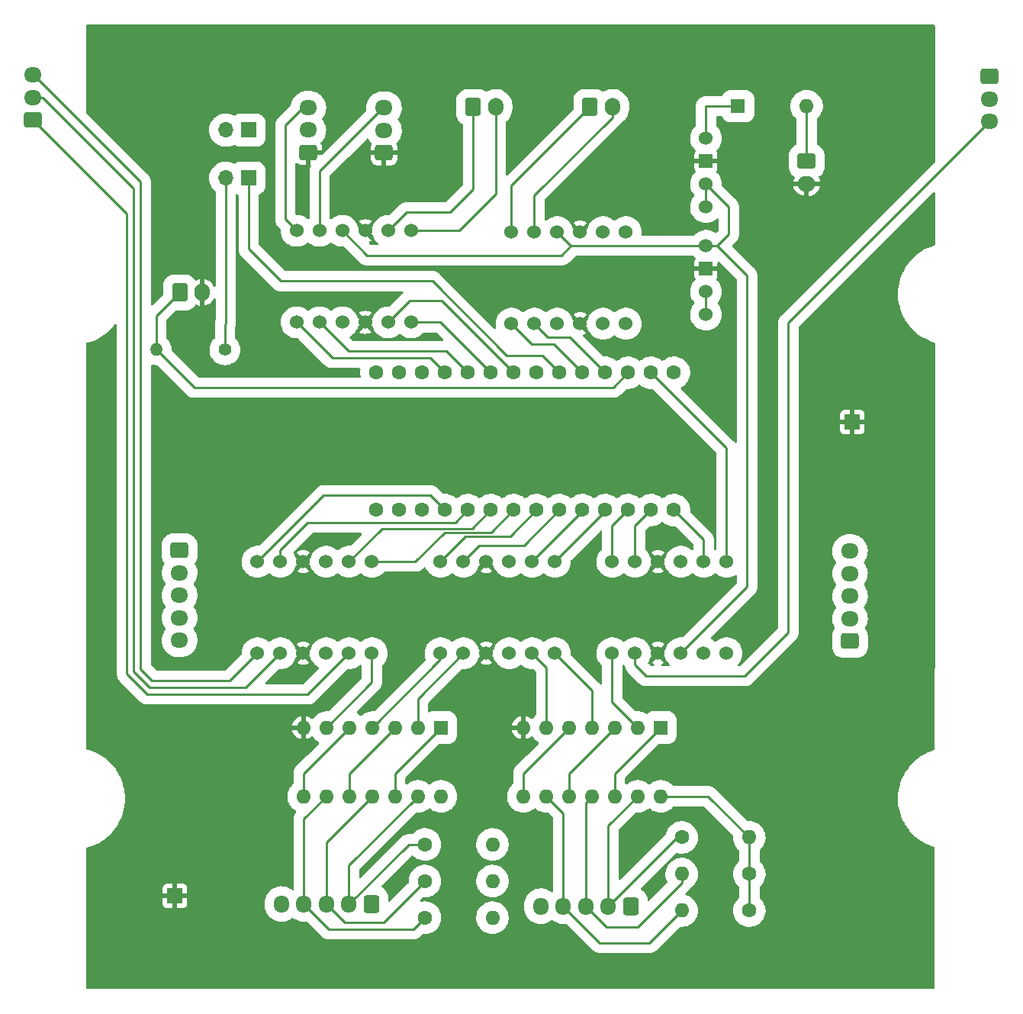
<source format=gtl>
%TF.GenerationSoftware,KiCad,Pcbnew,6.0.11-2627ca5db0~126~ubuntu20.04.1*%
%TF.CreationDate,2023-03-05T11:35:35-05:00*%
%TF.ProjectId,ScooterBLDCMotorController,53636f6f-7465-4724-924c-44434d6f746f,rev?*%
%TF.SameCoordinates,Original*%
%TF.FileFunction,Copper,L1,Top*%
%TF.FilePolarity,Positive*%
%FSLAX46Y46*%
G04 Gerber Fmt 4.6, Leading zero omitted, Abs format (unit mm)*
G04 Created by KiCad (PCBNEW 6.0.11-2627ca5db0~126~ubuntu20.04.1) date 2023-03-05 11:35:35*
%MOMM*%
%LPD*%
G01*
G04 APERTURE LIST*
G04 Aperture macros list*
%AMRoundRect*
0 Rectangle with rounded corners*
0 $1 Rounding radius*
0 $2 $3 $4 $5 $6 $7 $8 $9 X,Y pos of 4 corners*
0 Add a 4 corners polygon primitive as box body*
4,1,4,$2,$3,$4,$5,$6,$7,$8,$9,$2,$3,0*
0 Add four circle primitives for the rounded corners*
1,1,$1+$1,$2,$3*
1,1,$1+$1,$4,$5*
1,1,$1+$1,$6,$7*
1,1,$1+$1,$8,$9*
0 Add four rect primitives between the rounded corners*
20,1,$1+$1,$2,$3,$4,$5,0*
20,1,$1+$1,$4,$5,$6,$7,0*
20,1,$1+$1,$6,$7,$8,$9,0*
20,1,$1+$1,$8,$9,$2,$3,0*%
G04 Aperture macros list end*
%TA.AperFunction,ComponentPad*%
%ADD10R,1.700000X1.700000*%
%TD*%
%TA.AperFunction,ComponentPad*%
%ADD11C,1.524000*%
%TD*%
%TA.AperFunction,ComponentPad*%
%ADD12C,1.600000*%
%TD*%
%TA.AperFunction,ComponentPad*%
%ADD13R,1.524000X1.524000*%
%TD*%
%TA.AperFunction,ComponentPad*%
%ADD14RoundRect,0.250000X0.600000X0.725000X-0.600000X0.725000X-0.600000X-0.725000X0.600000X-0.725000X0*%
%TD*%
%TA.AperFunction,ComponentPad*%
%ADD15O,1.700000X1.950000*%
%TD*%
%TA.AperFunction,ComponentPad*%
%ADD16O,1.600000X1.600000*%
%TD*%
%TA.AperFunction,ComponentPad*%
%ADD17RoundRect,0.250000X0.725000X-0.600000X0.725000X0.600000X-0.725000X0.600000X-0.725000X-0.600000X0*%
%TD*%
%TA.AperFunction,ComponentPad*%
%ADD18O,1.950000X1.700000*%
%TD*%
%TA.AperFunction,ComponentPad*%
%ADD19RoundRect,0.250000X-0.750000X0.600000X-0.750000X-0.600000X0.750000X-0.600000X0.750000X0.600000X0*%
%TD*%
%TA.AperFunction,ComponentPad*%
%ADD20O,2.000000X1.700000*%
%TD*%
%TA.AperFunction,ComponentPad*%
%ADD21RoundRect,0.250000X-0.600000X-0.750000X0.600000X-0.750000X0.600000X0.750000X-0.600000X0.750000X0*%
%TD*%
%TA.AperFunction,ComponentPad*%
%ADD22O,1.700000X2.000000*%
%TD*%
%TA.AperFunction,ComponentPad*%
%ADD23C,1.400000*%
%TD*%
%TA.AperFunction,ComponentPad*%
%ADD24O,1.400000X1.400000*%
%TD*%
%TA.AperFunction,ComponentPad*%
%ADD25R,1.600000X1.600000*%
%TD*%
%TA.AperFunction,ComponentPad*%
%ADD26O,1.700000X1.700000*%
%TD*%
%TA.AperFunction,ComponentPad*%
%ADD27RoundRect,0.250000X-0.725000X0.600000X-0.725000X-0.600000X0.725000X-0.600000X0.725000X0.600000X0*%
%TD*%
%TA.AperFunction,Conductor*%
%ADD28C,0.250000*%
%TD*%
G04 APERTURE END LIST*
D10*
X186690000Y-82804000D03*
X111506000Y-135382000D03*
D11*
X120650000Y-108458000D03*
X123190000Y-108458000D03*
X125730000Y-108458000D03*
X128270000Y-108458000D03*
X130810000Y-108458000D03*
X133350000Y-108458000D03*
X133350000Y-98298000D03*
X130810000Y-98298000D03*
X128270000Y-98298000D03*
X125730000Y-98298000D03*
X123190000Y-98298000D03*
X120650000Y-98298000D03*
D12*
X133858000Y-92566000D03*
X136398000Y-92566000D03*
X138938000Y-92566000D03*
X141478000Y-92566000D03*
X144018000Y-92566000D03*
X146558000Y-92566000D03*
X149098000Y-92566000D03*
X151638000Y-92566000D03*
X154178000Y-92566000D03*
X156718000Y-92566000D03*
X159258000Y-92566000D03*
X161798000Y-92566000D03*
X164338000Y-92566000D03*
X166878000Y-92566000D03*
X166878000Y-77326000D03*
X164338000Y-77326000D03*
X161798000Y-77326000D03*
X159258000Y-77326000D03*
X156718000Y-77326000D03*
X154178000Y-77326000D03*
X151638000Y-77326000D03*
X149098000Y-77326000D03*
X146558000Y-77326000D03*
X144018000Y-77326000D03*
X141478000Y-77326000D03*
X138938000Y-77326000D03*
X136398000Y-77326000D03*
X133858000Y-77326000D03*
D11*
X170432000Y-63246000D03*
D13*
X170432000Y-65786000D03*
D11*
X170432000Y-68326000D03*
X170432000Y-70866000D03*
X170434000Y-51308000D03*
D13*
X170434000Y-53848000D03*
D11*
X170434000Y-56388000D03*
X170434000Y-58928000D03*
X161544000Y-61722000D03*
X159004000Y-61722000D03*
X156464000Y-61722000D03*
X153924000Y-61722000D03*
X151384000Y-61722000D03*
X148844000Y-61722000D03*
X148844000Y-71882000D03*
X151384000Y-71882000D03*
X153924000Y-71882000D03*
X156464000Y-71882000D03*
X159004000Y-71882000D03*
X161544000Y-71882000D03*
D14*
X133310000Y-136288000D03*
D15*
X130810000Y-136288000D03*
X128310000Y-136288000D03*
X125810000Y-136288000D03*
X123310000Y-136288000D03*
D12*
X175240000Y-137016000D03*
D16*
X167740000Y-137016000D03*
D11*
X137708000Y-61578000D03*
X135168000Y-61578000D03*
X132628000Y-61578000D03*
X130088000Y-61578000D03*
X127548000Y-61578000D03*
X125008000Y-61578000D03*
X125008000Y-71738000D03*
X127548000Y-71738000D03*
X130088000Y-71738000D03*
X132628000Y-71738000D03*
X135168000Y-71738000D03*
X137708000Y-71738000D03*
D17*
X134700000Y-52942000D03*
D18*
X134700000Y-50442000D03*
X134700000Y-47942000D03*
D19*
X181610000Y-53848000D03*
D20*
X181610000Y-56348000D03*
D21*
X112034000Y-68419000D03*
D22*
X114534000Y-68419000D03*
D11*
X140970000Y-108458000D03*
X143510000Y-108458000D03*
X146050000Y-108458000D03*
X148590000Y-108458000D03*
X151130000Y-108458000D03*
X153670000Y-108458000D03*
X153670000Y-98298000D03*
X151130000Y-98298000D03*
X148590000Y-98298000D03*
X146050000Y-98298000D03*
X143510000Y-98298000D03*
X140970000Y-98298000D03*
D14*
X162092000Y-136525000D03*
D15*
X159592000Y-136525000D03*
X157092000Y-136525000D03*
X154592000Y-136525000D03*
X152092000Y-136525000D03*
D12*
X175240000Y-132952000D03*
D16*
X167740000Y-132952000D03*
D21*
X157560000Y-47845000D03*
D22*
X160060000Y-47845000D03*
D23*
X117044000Y-74786000D03*
D24*
X109424000Y-74786000D03*
D17*
X95758000Y-49276000D03*
D18*
X95758000Y-46776000D03*
X95758000Y-44276000D03*
D17*
X186419000Y-107108000D03*
D18*
X186419000Y-104608000D03*
X186419000Y-102108000D03*
X186419000Y-99608000D03*
X186419000Y-97108000D03*
D25*
X165399000Y-116706000D03*
D16*
X162859000Y-116706000D03*
X160319000Y-116706000D03*
X157779000Y-116706000D03*
X155239000Y-116706000D03*
X152699000Y-116706000D03*
X150159000Y-116706000D03*
X150159000Y-124326000D03*
X152699000Y-124326000D03*
X155239000Y-124326000D03*
X157779000Y-124326000D03*
X160319000Y-124326000D03*
X162859000Y-124326000D03*
X165399000Y-124326000D03*
D10*
X119674000Y-55736000D03*
D26*
X117134000Y-55736000D03*
D10*
X119674000Y-50402000D03*
D26*
X117134000Y-50402000D03*
D11*
X160020000Y-108458000D03*
X162560000Y-108458000D03*
X165100000Y-108458000D03*
X167640000Y-108458000D03*
X170180000Y-108458000D03*
X172720000Y-108458000D03*
X172720000Y-98298000D03*
X170180000Y-98298000D03*
X167640000Y-98298000D03*
X165100000Y-98298000D03*
X162560000Y-98298000D03*
X160020000Y-98298000D03*
D21*
X144586000Y-47845000D03*
D22*
X147086000Y-47845000D03*
D12*
X139232000Y-129667000D03*
D16*
X146732000Y-129667000D03*
D25*
X173990000Y-47752000D03*
D16*
X181610000Y-47752000D03*
D12*
X139232000Y-133731000D03*
D16*
X146732000Y-133731000D03*
D25*
X141015000Y-116706000D03*
D16*
X138475000Y-116706000D03*
X135935000Y-116706000D03*
X133395000Y-116706000D03*
X130855000Y-116706000D03*
X128315000Y-116706000D03*
X125775000Y-116706000D03*
X125775000Y-124326000D03*
X128315000Y-124326000D03*
X130855000Y-124326000D03*
X133395000Y-124326000D03*
X135935000Y-124326000D03*
X138475000Y-124326000D03*
X141015000Y-124326000D03*
D12*
X139232000Y-137795000D03*
D16*
X146732000Y-137795000D03*
D12*
X167740000Y-128888000D03*
D16*
X175240000Y-128888000D03*
D17*
X126301000Y-52902000D03*
D18*
X126301000Y-50402000D03*
X126301000Y-47902000D03*
X201930000Y-49450000D03*
X201930000Y-46950000D03*
D27*
X201930000Y-44450000D03*
X112014000Y-97028000D03*
D18*
X112014000Y-99528000D03*
X112014000Y-102028000D03*
X112014000Y-104528000D03*
X112014000Y-107028000D03*
D28*
X151384000Y-71882000D02*
X152908000Y-73406000D01*
X152908000Y-73406000D02*
X155338000Y-73406000D01*
X155338000Y-73406000D02*
X159258000Y-77326000D01*
X148844000Y-71882000D02*
X151130000Y-74168000D01*
X151130000Y-74168000D02*
X153560000Y-74168000D01*
X153560000Y-74168000D02*
X156718000Y-77326000D01*
X119674000Y-55736000D02*
X119674000Y-63610000D01*
X119674000Y-63610000D02*
X123230000Y-67166000D01*
X123230000Y-67166000D02*
X140064000Y-67166000D01*
X140064000Y-67166000D02*
X148336000Y-75438000D01*
X148336000Y-75438000D02*
X152290000Y-75438000D01*
X152290000Y-75438000D02*
X154178000Y-77326000D01*
X137708000Y-71738000D02*
X140970000Y-71738000D01*
X140970000Y-71738000D02*
X146558000Y-77326000D01*
X149098000Y-77326000D02*
X141114000Y-69342000D01*
X141114000Y-69342000D02*
X137564000Y-69342000D01*
X137564000Y-69342000D02*
X135168000Y-71738000D01*
X127548000Y-71738000D02*
X130740000Y-74930000D01*
X130740000Y-74930000D02*
X141622000Y-74930000D01*
X141622000Y-74930000D02*
X144018000Y-77326000D01*
X141478000Y-77326000D02*
X139844000Y-75692000D01*
X139844000Y-75692000D02*
X128962000Y-75692000D01*
X128962000Y-75692000D02*
X125008000Y-71738000D01*
X109424000Y-74786000D02*
X113632000Y-78994000D01*
X113632000Y-78994000D02*
X160130000Y-78994000D01*
X160130000Y-78994000D02*
X161798000Y-77326000D01*
X117134000Y-55736000D02*
X117134000Y-71842000D01*
X117134000Y-71842000D02*
X117044000Y-71932000D01*
X117044000Y-71932000D02*
X117044000Y-74786000D01*
X95758000Y-49276000D02*
X106172000Y-59690000D01*
X106172000Y-59690000D02*
X106172000Y-110744000D01*
X106172000Y-110744000D02*
X108458000Y-113030000D01*
X108458000Y-113030000D02*
X126238000Y-113030000D01*
X126238000Y-113030000D02*
X130810000Y-108458000D01*
X123190000Y-108458000D02*
X119380000Y-112268000D01*
X119380000Y-112268000D02*
X108712000Y-112268000D01*
X108712000Y-112268000D02*
X106934000Y-110490000D01*
X106934000Y-110490000D02*
X106934000Y-56896000D01*
X96814000Y-46776000D02*
X95758000Y-46776000D01*
X106934000Y-56896000D02*
X96814000Y-46776000D01*
X95758000Y-44276000D02*
X95838000Y-44276000D01*
X95838000Y-44276000D02*
X107696000Y-56134000D01*
X108966000Y-111506000D02*
X117602000Y-111506000D01*
X107696000Y-56134000D02*
X107696000Y-110236000D01*
X107696000Y-110236000D02*
X108966000Y-111506000D01*
X117602000Y-111506000D02*
X120650000Y-108458000D01*
X174752000Y-110998000D02*
X179578000Y-106172000D01*
X163830000Y-110998000D02*
X174752000Y-110998000D01*
X162560000Y-108458000D02*
X162560000Y-109728000D01*
X162560000Y-109728000D02*
X163830000Y-110998000D01*
X179578000Y-106172000D02*
X179578000Y-71802000D01*
X179578000Y-71802000D02*
X201930000Y-49450000D01*
X128315000Y-116706000D02*
X133350000Y-111671000D01*
X133350000Y-111671000D02*
X133350000Y-108458000D01*
X133395000Y-116706000D02*
X140970000Y-109131000D01*
X140970000Y-109131000D02*
X140970000Y-108458000D01*
X138475000Y-116706000D02*
X138475000Y-113493000D01*
X138475000Y-113493000D02*
X143510000Y-108458000D01*
X162859000Y-116706000D02*
X160020000Y-113867000D01*
X160020000Y-113867000D02*
X160020000Y-108458000D01*
X152699000Y-116706000D02*
X152699000Y-110027000D01*
X152699000Y-110027000D02*
X151130000Y-108458000D01*
X157779000Y-116706000D02*
X157779000Y-112567000D01*
X157779000Y-112567000D02*
X153670000Y-108458000D01*
X167640000Y-108458000D02*
X175006000Y-101092000D01*
X175006000Y-101092000D02*
X175006000Y-66548000D01*
X175006000Y-66548000D02*
X171704000Y-63246000D01*
X120650000Y-98298000D02*
X128016000Y-90932000D01*
X128016000Y-90932000D02*
X139844000Y-90932000D01*
X139844000Y-90932000D02*
X141478000Y-92566000D01*
X142604000Y-93980000D02*
X126238000Y-93980000D01*
X126238000Y-93980000D02*
X123190000Y-97028000D01*
X144018000Y-92566000D02*
X142604000Y-93980000D01*
X123190000Y-97028000D02*
X123190000Y-98298000D01*
X146558000Y-92566000D02*
X144520000Y-94604000D01*
X144520000Y-94604000D02*
X134504000Y-94604000D01*
X134504000Y-94604000D02*
X130810000Y-98298000D01*
X141420000Y-95054000D02*
X138176000Y-98298000D01*
X146610000Y-95054000D02*
X141420000Y-95054000D01*
X149098000Y-92566000D02*
X146610000Y-95054000D01*
X138176000Y-98298000D02*
X133350000Y-98298000D01*
X154178000Y-92566000D02*
X150224000Y-96520000D01*
X150224000Y-96520000D02*
X145288000Y-96520000D01*
X145288000Y-96520000D02*
X143510000Y-98298000D01*
X140970000Y-98298000D02*
X143764000Y-95504000D01*
X143764000Y-95504000D02*
X148700000Y-95504000D01*
X148700000Y-95504000D02*
X151638000Y-92566000D01*
X151130000Y-98298000D02*
X156718000Y-92710000D01*
X156718000Y-92710000D02*
X156718000Y-92566000D01*
X153670000Y-98298000D02*
X159258000Y-92710000D01*
X159258000Y-92710000D02*
X159258000Y-92566000D01*
X160020000Y-98298000D02*
X160020000Y-94344000D01*
X160020000Y-94344000D02*
X161798000Y-92566000D01*
X162560000Y-98298000D02*
X162560000Y-94344000D01*
X162560000Y-94344000D02*
X164338000Y-92566000D01*
X170180000Y-98298000D02*
X170180000Y-95868000D01*
X170180000Y-95868000D02*
X166878000Y-92566000D01*
X172720000Y-98298000D02*
X172720000Y-85708000D01*
X172720000Y-85708000D02*
X164338000Y-77326000D01*
X160060000Y-48982000D02*
X151384000Y-57658000D01*
X160060000Y-47845000D02*
X160060000Y-48982000D01*
X151384000Y-57658000D02*
X151384000Y-61722000D01*
X157560000Y-47845000D02*
X148844000Y-56561000D01*
X148844000Y-56561000D02*
X148844000Y-61722000D01*
X155448000Y-63246000D02*
X154397000Y-64297000D01*
X154397000Y-64297000D02*
X132807000Y-64297000D01*
X170432000Y-63246000D02*
X155448000Y-63246000D01*
X155448000Y-63246000D02*
X153924000Y-61722000D01*
X181610000Y-53848000D02*
X181610000Y-47752000D01*
X170432000Y-68326000D02*
X170432000Y-70866000D01*
X170434000Y-56388000D02*
X170434000Y-58928000D01*
X170432000Y-63246000D02*
X171704000Y-63246000D01*
X171704000Y-63246000D02*
X172974000Y-61976000D01*
X172974000Y-61976000D02*
X172974000Y-58928000D01*
X172974000Y-58928000D02*
X170434000Y-56388000D01*
X173990000Y-47752000D02*
X170434000Y-47752000D01*
X170434000Y-47752000D02*
X170434000Y-51308000D01*
X130810000Y-131991000D02*
X138475000Y-124326000D01*
X139232000Y-129667000D02*
X137431000Y-129667000D01*
X137431000Y-129667000D02*
X130810000Y-136288000D01*
X130810000Y-136288000D02*
X130810000Y-131991000D01*
X165399000Y-124326000D02*
X170678000Y-124326000D01*
X132807000Y-64297000D02*
X130088000Y-61578000D01*
X170678000Y-124326000D02*
X175240000Y-128888000D01*
X175240000Y-132952000D02*
X175240000Y-128888000D01*
X175240000Y-137016000D02*
X175240000Y-132952000D01*
X128310000Y-136288000D02*
X128310000Y-129411000D01*
X128310000Y-129411000D02*
X133395000Y-124326000D01*
X130325000Y-138303000D02*
X128310000Y-136288000D01*
X134660000Y-138303000D02*
X130325000Y-138303000D01*
X139232000Y-133731000D02*
X134660000Y-138303000D01*
X139232000Y-137795000D02*
X137962000Y-139065000D01*
X128587000Y-139065000D02*
X125810000Y-136288000D01*
X125810000Y-136288000D02*
X125810000Y-126831000D01*
X137962000Y-139065000D02*
X128587000Y-139065000D01*
X125810000Y-126831000D02*
X128315000Y-124326000D01*
X159592000Y-136525000D02*
X159592000Y-127593000D01*
X159592000Y-127593000D02*
X162859000Y-124326000D01*
X167229000Y-128888000D02*
X159592000Y-136525000D01*
X162854000Y-138811000D02*
X159378000Y-138811000D01*
X157092000Y-136525000D02*
X157092000Y-125013000D01*
X167740000Y-133925000D02*
X162854000Y-138811000D01*
X167740000Y-132952000D02*
X167740000Y-133925000D01*
X157092000Y-125013000D02*
X157779000Y-124326000D01*
X159378000Y-138811000D02*
X157092000Y-136525000D01*
X167740000Y-137016000D02*
X164167000Y-140589000D01*
X154592000Y-136525000D02*
X154592000Y-126219000D01*
X164167000Y-140589000D02*
X158656000Y-140589000D01*
X158656000Y-140589000D02*
X154592000Y-136525000D01*
X154592000Y-126219000D02*
X152699000Y-124326000D01*
X135935000Y-124326000D02*
X135935000Y-121786000D01*
X135935000Y-121786000D02*
X141015000Y-116706000D01*
X130855000Y-124326000D02*
X130855000Y-121786000D01*
X130855000Y-121786000D02*
X135935000Y-116706000D01*
X125775000Y-121786000D02*
X130855000Y-116706000D01*
X125775000Y-124326000D02*
X125775000Y-121786000D01*
X135168000Y-61578000D02*
X137200000Y-59546000D01*
X137200000Y-59546000D02*
X142026000Y-59546000D01*
X144586000Y-56986000D02*
X144586000Y-47845000D01*
X142026000Y-59546000D02*
X144586000Y-56986000D01*
X137708000Y-61578000D02*
X143042000Y-61578000D01*
X143042000Y-61578000D02*
X147106000Y-57514000D01*
X147106000Y-57514000D02*
X147086000Y-57494000D01*
X147086000Y-57494000D02*
X147086000Y-47845000D01*
X160319000Y-121786000D02*
X165399000Y-116706000D01*
X160319000Y-124326000D02*
X160319000Y-121786000D01*
X155239000Y-124326000D02*
X155239000Y-121786000D01*
X155239000Y-121786000D02*
X160319000Y-116706000D01*
X150159000Y-124326000D02*
X150159000Y-121786000D01*
X150159000Y-121786000D02*
X155239000Y-116706000D01*
X127548000Y-54974000D02*
X134580000Y-47942000D01*
X127548000Y-61578000D02*
X127548000Y-54974000D01*
X123738000Y-60308000D02*
X125008000Y-61578000D01*
X123738000Y-49894000D02*
X123738000Y-60308000D01*
X125730000Y-47902000D02*
X123738000Y-49894000D01*
X109424000Y-71029000D02*
X112034000Y-68419000D01*
X109424000Y-74786000D02*
X109424000Y-71029000D01*
%TA.AperFunction,Conductor*%
G36*
X195759215Y-57316649D02*
G01*
X195816051Y-57359196D01*
X195840862Y-57425716D01*
X195841183Y-57434708D01*
X195841012Y-60693856D01*
X195840887Y-63089919D01*
X195820881Y-63158038D01*
X195767223Y-63204528D01*
X195751305Y-63210534D01*
X195740829Y-63213697D01*
X195500521Y-63286250D01*
X195064017Y-63459074D01*
X194643505Y-63667818D01*
X194641258Y-63669179D01*
X194273734Y-63891760D01*
X194241935Y-63911018D01*
X194239803Y-63912567D01*
X194239800Y-63912569D01*
X193864269Y-64185407D01*
X193864260Y-64185414D01*
X193862124Y-64186966D01*
X193686639Y-64338441D01*
X193508728Y-64492009D01*
X193508721Y-64492016D01*
X193506736Y-64493729D01*
X193178264Y-64829154D01*
X193176591Y-64831177D01*
X193176585Y-64831183D01*
X193075629Y-64953218D01*
X192879011Y-65190889D01*
X192611077Y-65576396D01*
X192376341Y-65982970D01*
X192176449Y-66407762D01*
X192175527Y-66410242D01*
X192175525Y-66410246D01*
X192072506Y-66687256D01*
X192012804Y-66847789D01*
X191976646Y-66977293D01*
X191887650Y-67296044D01*
X191886554Y-67299968D01*
X191798583Y-67761124D01*
X191793525Y-67809250D01*
X191751718Y-68207021D01*
X191749510Y-68228025D01*
X191744596Y-68462606D01*
X191739755Y-68693733D01*
X191739678Y-68697394D01*
X191753084Y-68910477D01*
X191763320Y-69073158D01*
X191769157Y-69165940D01*
X191837739Y-69630376D01*
X191838340Y-69632937D01*
X191838341Y-69632944D01*
X191862422Y-69735612D01*
X191944943Y-70087444D01*
X191945759Y-70089955D01*
X191945760Y-70089959D01*
X192073155Y-70482038D01*
X192090018Y-70533938D01*
X192091039Y-70536366D01*
X192091039Y-70536367D01*
X192095761Y-70547601D01*
X192271946Y-70966728D01*
X192273166Y-70969061D01*
X192273168Y-70969066D01*
X192484581Y-71373461D01*
X192489450Y-71382775D01*
X192516019Y-71424641D01*
X192739582Y-71776921D01*
X192739588Y-71776930D01*
X192741006Y-71779164D01*
X192742605Y-71781271D01*
X192742606Y-71781272D01*
X193007017Y-72129620D01*
X193024849Y-72153113D01*
X193338987Y-72501999D01*
X193340908Y-72503803D01*
X193340912Y-72503807D01*
X193413749Y-72572205D01*
X193681217Y-72823374D01*
X194049140Y-73114986D01*
X194051329Y-73116440D01*
X194051334Y-73116444D01*
X194437981Y-73373332D01*
X194437987Y-73373336D01*
X194440173Y-73374788D01*
X194851575Y-73600958D01*
X194853985Y-73602031D01*
X195225847Y-73767595D01*
X195280459Y-73791910D01*
X195316613Y-73804500D01*
X195721342Y-73945441D01*
X195721347Y-73945442D01*
X195723818Y-73946303D01*
X195726347Y-73946952D01*
X195726379Y-73946962D01*
X195745648Y-73951909D01*
X195806654Y-73988223D01*
X195838343Y-74051755D01*
X195840313Y-74073953D01*
X195838885Y-101365359D01*
X195837958Y-119090804D01*
X195817952Y-119158923D01*
X195764294Y-119205413D01*
X195748384Y-119211416D01*
X195500521Y-119286250D01*
X195064017Y-119459074D01*
X194643505Y-119667818D01*
X194241935Y-119911018D01*
X194239803Y-119912567D01*
X194239800Y-119912569D01*
X193864269Y-120185407D01*
X193864260Y-120185414D01*
X193862124Y-120186966D01*
X193686639Y-120338441D01*
X193508728Y-120492009D01*
X193508721Y-120492016D01*
X193506736Y-120493729D01*
X193178264Y-120829154D01*
X192879011Y-121190889D01*
X192611077Y-121576396D01*
X192376341Y-121982970D01*
X192176449Y-122407762D01*
X192175527Y-122410242D01*
X192175525Y-122410246D01*
X192013724Y-122845315D01*
X192012804Y-122847789D01*
X191950048Y-123072556D01*
X191890229Y-123286807D01*
X191886554Y-123299968D01*
X191798583Y-123761124D01*
X191794696Y-123798109D01*
X191774101Y-123994060D01*
X191749510Y-124228025D01*
X191739678Y-124697394D01*
X191769157Y-125165940D01*
X191837739Y-125630376D01*
X191944943Y-126087444D01*
X191945759Y-126089955D01*
X191945760Y-126089959D01*
X192063676Y-126452865D01*
X192090018Y-126533938D01*
X192271946Y-126966728D01*
X192273166Y-126969061D01*
X192273168Y-126969066D01*
X192473437Y-127352144D01*
X192489450Y-127382775D01*
X192490864Y-127385003D01*
X192739582Y-127776921D01*
X192739588Y-127776930D01*
X192741006Y-127779164D01*
X192742605Y-127781271D01*
X192742606Y-127781272D01*
X192993101Y-128111286D01*
X193024849Y-128153113D01*
X193338987Y-128501999D01*
X193340908Y-128503803D01*
X193340912Y-128503807D01*
X193431957Y-128589304D01*
X193681217Y-128823374D01*
X194049140Y-129114986D01*
X194051329Y-129116440D01*
X194051334Y-129116444D01*
X194437981Y-129373332D01*
X194437987Y-129373336D01*
X194440173Y-129374788D01*
X194851575Y-129600958D01*
X195280459Y-129791910D01*
X195723818Y-129946303D01*
X195740261Y-129950525D01*
X195742719Y-129951156D01*
X195803725Y-129987470D01*
X195835414Y-130051003D01*
X195837384Y-130073202D01*
X195836775Y-141710637D01*
X195836574Y-145558507D01*
X195816568Y-145626626D01*
X195762910Y-145673116D01*
X195710574Y-145684500D01*
X101733744Y-145684500D01*
X101665623Y-145664498D01*
X101619130Y-145610842D01*
X101607744Y-145558493D01*
X101608231Y-136276669D01*
X110148001Y-136276669D01*
X110148371Y-136283490D01*
X110153895Y-136334352D01*
X110157521Y-136349604D01*
X110202676Y-136470054D01*
X110211214Y-136485649D01*
X110287715Y-136587724D01*
X110300276Y-136600285D01*
X110402351Y-136676786D01*
X110417946Y-136685324D01*
X110538394Y-136730478D01*
X110553649Y-136734105D01*
X110604514Y-136739631D01*
X110611328Y-136740000D01*
X111233885Y-136740000D01*
X111249124Y-136735525D01*
X111250329Y-136734135D01*
X111252000Y-136726452D01*
X111252000Y-136721884D01*
X111760000Y-136721884D01*
X111764475Y-136737123D01*
X111765865Y-136738328D01*
X111773548Y-136739999D01*
X112400669Y-136739999D01*
X112407490Y-136739629D01*
X112458352Y-136734105D01*
X112473604Y-136730479D01*
X112594054Y-136685324D01*
X112609649Y-136676786D01*
X112711724Y-136600285D01*
X112724285Y-136587724D01*
X112800786Y-136485649D01*
X112809324Y-136470054D01*
X112854478Y-136349606D01*
X112858105Y-136334351D01*
X112863631Y-136283486D01*
X112864000Y-136276672D01*
X112864000Y-135654115D01*
X112859525Y-135638876D01*
X112858135Y-135637671D01*
X112850452Y-135636000D01*
X111778115Y-135636000D01*
X111762876Y-135640475D01*
X111761671Y-135641865D01*
X111760000Y-135649548D01*
X111760000Y-136721884D01*
X111252000Y-136721884D01*
X111252000Y-135654115D01*
X111247525Y-135638876D01*
X111246135Y-135637671D01*
X111238452Y-135636000D01*
X110166116Y-135636000D01*
X110150877Y-135640475D01*
X110149672Y-135641865D01*
X110148001Y-135649548D01*
X110148001Y-136276669D01*
X101608231Y-136276669D01*
X101608292Y-135109885D01*
X110148000Y-135109885D01*
X110152475Y-135125124D01*
X110153865Y-135126329D01*
X110161548Y-135128000D01*
X111233885Y-135128000D01*
X111249124Y-135123525D01*
X111250329Y-135122135D01*
X111252000Y-135114452D01*
X111252000Y-135109885D01*
X111760000Y-135109885D01*
X111764475Y-135125124D01*
X111765865Y-135126329D01*
X111773548Y-135128000D01*
X112845884Y-135128000D01*
X112861123Y-135123525D01*
X112862328Y-135122135D01*
X112863999Y-135114452D01*
X112863999Y-134487331D01*
X112863629Y-134480510D01*
X112858105Y-134429648D01*
X112854479Y-134414396D01*
X112809324Y-134293946D01*
X112800786Y-134278351D01*
X112724285Y-134176276D01*
X112711724Y-134163715D01*
X112609649Y-134087214D01*
X112594054Y-134078676D01*
X112473606Y-134033522D01*
X112458351Y-134029895D01*
X112407486Y-134024369D01*
X112400672Y-134024000D01*
X111778115Y-134024000D01*
X111762876Y-134028475D01*
X111761671Y-134029865D01*
X111760000Y-134037548D01*
X111760000Y-135109885D01*
X111252000Y-135109885D01*
X111252000Y-134042116D01*
X111247525Y-134026877D01*
X111246135Y-134025672D01*
X111238452Y-134024001D01*
X110611331Y-134024001D01*
X110604510Y-134024371D01*
X110553648Y-134029895D01*
X110538396Y-134033521D01*
X110417946Y-134078676D01*
X110402351Y-134087214D01*
X110300276Y-134163715D01*
X110287715Y-134176276D01*
X110211214Y-134278351D01*
X110202676Y-134293946D01*
X110157522Y-134414394D01*
X110153895Y-134429649D01*
X110148369Y-134480514D01*
X110148000Y-134487328D01*
X110148000Y-135109885D01*
X101608292Y-135109885D01*
X101608553Y-130138992D01*
X101628559Y-130070873D01*
X101682217Y-130024383D01*
X101708358Y-130015752D01*
X101735469Y-130009990D01*
X101735484Y-130009986D01*
X101738044Y-130009442D01*
X102187479Y-129873750D01*
X102623983Y-129700926D01*
X103044495Y-129492182D01*
X103446065Y-129248982D01*
X103554577Y-129170144D01*
X103823731Y-128974593D01*
X103823740Y-128974586D01*
X103825876Y-128973034D01*
X104083306Y-128750826D01*
X104179272Y-128667991D01*
X104179279Y-128667984D01*
X104181264Y-128666271D01*
X104509736Y-128330846D01*
X104519021Y-128319623D01*
X104730237Y-128064306D01*
X104808989Y-127969111D01*
X105076923Y-127583604D01*
X105311659Y-127177030D01*
X105511551Y-126752238D01*
X105521649Y-126725087D01*
X105674276Y-126314685D01*
X105674277Y-126314683D01*
X105675196Y-126312211D01*
X105752770Y-126034370D01*
X105800738Y-125862569D01*
X105800740Y-125862561D01*
X105801446Y-125860032D01*
X105889417Y-125398876D01*
X105938490Y-124931975D01*
X105948322Y-124462606D01*
X105923230Y-124063788D01*
X105919010Y-123996709D01*
X105919009Y-123996701D01*
X105918843Y-123994060D01*
X105850261Y-123529624D01*
X105841485Y-123492205D01*
X105802378Y-123325472D01*
X105743057Y-123072556D01*
X105719762Y-123000862D01*
X105598798Y-122628573D01*
X105598797Y-122628570D01*
X105597982Y-122626062D01*
X105416054Y-122193272D01*
X105304917Y-121980686D01*
X105199770Y-121779558D01*
X105199766Y-121779552D01*
X105198550Y-121777225D01*
X105134102Y-121675671D01*
X104948418Y-121383079D01*
X104948412Y-121383070D01*
X104946994Y-121380836D01*
X104912452Y-121335329D01*
X104664737Y-121008976D01*
X104664733Y-121008971D01*
X104663151Y-121006887D01*
X104349013Y-120658001D01*
X104006783Y-120336626D01*
X103638860Y-120045014D01*
X103636666Y-120043556D01*
X103250019Y-119786668D01*
X103250013Y-119786664D01*
X103247827Y-119785212D01*
X102836425Y-119559042D01*
X102407541Y-119368090D01*
X101964182Y-119213697D01*
X101750852Y-119158923D01*
X101703800Y-119146842D01*
X101642794Y-119110528D01*
X101611105Y-119046995D01*
X101609135Y-119024794D01*
X101609243Y-116972522D01*
X124492273Y-116972522D01*
X124539764Y-117149761D01*
X124543510Y-117160053D01*
X124635586Y-117357511D01*
X124641069Y-117367007D01*
X124766028Y-117545467D01*
X124773084Y-117553875D01*
X124927125Y-117707916D01*
X124935533Y-117714972D01*
X125113993Y-117839931D01*
X125123489Y-117845414D01*
X125320947Y-117937490D01*
X125331239Y-117941236D01*
X125503503Y-117987394D01*
X125517599Y-117987058D01*
X125521000Y-117979116D01*
X125521000Y-116978115D01*
X125516525Y-116962876D01*
X125515135Y-116961671D01*
X125507452Y-116960000D01*
X124507033Y-116960000D01*
X124493502Y-116963973D01*
X124492273Y-116972522D01*
X101609243Y-116972522D01*
X101609271Y-116434503D01*
X124493606Y-116434503D01*
X124493942Y-116448599D01*
X124501884Y-116452000D01*
X125502885Y-116452000D01*
X125518124Y-116447525D01*
X125519329Y-116446135D01*
X125521000Y-116438452D01*
X125521000Y-115438033D01*
X125517027Y-115424502D01*
X125508478Y-115423273D01*
X125331239Y-115470764D01*
X125320947Y-115474510D01*
X125123489Y-115566586D01*
X125113993Y-115572069D01*
X124935533Y-115697028D01*
X124927125Y-115704084D01*
X124773084Y-115858125D01*
X124766028Y-115866533D01*
X124641069Y-116044993D01*
X124635586Y-116054489D01*
X124543510Y-116251947D01*
X124539764Y-116262239D01*
X124493606Y-116434503D01*
X101609271Y-116434503D01*
X101611488Y-74138369D01*
X101631494Y-74070250D01*
X101685152Y-74023760D01*
X101711289Y-74015130D01*
X101735463Y-74009991D01*
X101735472Y-74009989D01*
X101738044Y-74009442D01*
X102187479Y-73873750D01*
X102623983Y-73700926D01*
X103044495Y-73492182D01*
X103342190Y-73311891D01*
X103443813Y-73250346D01*
X103443815Y-73250344D01*
X103446065Y-73248982D01*
X103448200Y-73247431D01*
X103823731Y-72974593D01*
X103823740Y-72974586D01*
X103825876Y-72973034D01*
X104044548Y-72784281D01*
X104179272Y-72667991D01*
X104179279Y-72667984D01*
X104181264Y-72666271D01*
X104411527Y-72431134D01*
X104507899Y-72332722D01*
X104507900Y-72332721D01*
X104509736Y-72330846D01*
X104521370Y-72316784D01*
X104676181Y-72129648D01*
X104808989Y-71969111D01*
X104817035Y-71957534D01*
X104872336Y-71913013D01*
X104942929Y-71905456D01*
X105006401Y-71937265D01*
X105042601Y-71998340D01*
X105046500Y-72029444D01*
X105046500Y-110638303D01*
X105045573Y-110649280D01*
X105045861Y-110649301D01*
X105045422Y-110655278D01*
X105044416Y-110661195D01*
X105044547Y-110667195D01*
X105046470Y-110755330D01*
X105046500Y-110758079D01*
X105046500Y-110797664D01*
X105047220Y-110805203D01*
X105047760Y-110814424D01*
X105049101Y-110875910D01*
X105050363Y-110881771D01*
X105050363Y-110881772D01*
X105056283Y-110909267D01*
X105058537Y-110923821D01*
X105061778Y-110957795D01*
X105063464Y-110963543D01*
X105063466Y-110963552D01*
X105079091Y-111016813D01*
X105081363Y-111025760D01*
X105094304Y-111085866D01*
X105096655Y-111091391D01*
X105107664Y-111117264D01*
X105112622Y-111131111D01*
X105122235Y-111163876D01*
X105124985Y-111169215D01*
X105150390Y-111218542D01*
X105154312Y-111226894D01*
X105178392Y-111283486D01*
X105181740Y-111288458D01*
X105181741Y-111288461D01*
X105197451Y-111311797D01*
X105204946Y-111324470D01*
X105220571Y-111354807D01*
X105224278Y-111359526D01*
X105258561Y-111403171D01*
X105263993Y-111410635D01*
X105295796Y-111457873D01*
X105295800Y-111457878D01*
X105298332Y-111461639D01*
X105302127Y-111465825D01*
X105323133Y-111486831D01*
X105333124Y-111498092D01*
X105353237Y-111523698D01*
X105357767Y-111527629D01*
X105357768Y-111527630D01*
X105401018Y-111565160D01*
X105407533Y-111571231D01*
X107587411Y-113751109D01*
X107594519Y-113759527D01*
X107594737Y-113759339D01*
X107598661Y-113763885D01*
X107602126Y-113768770D01*
X107606449Y-113772909D01*
X107606453Y-113772913D01*
X107670153Y-113833892D01*
X107672117Y-113835815D01*
X107700097Y-113863795D01*
X107702410Y-113865706D01*
X107702412Y-113865707D01*
X107705958Y-113868636D01*
X107712843Y-113874759D01*
X107757265Y-113917284D01*
X107762306Y-113920539D01*
X107785940Y-113935799D01*
X107797813Y-113944488D01*
X107824130Y-113966221D01*
X107856995Y-113984177D01*
X107878093Y-113995704D01*
X107886012Y-114000415D01*
X107937689Y-114033782D01*
X107943253Y-114036024D01*
X107943258Y-114036027D01*
X107969340Y-114046538D01*
X107982652Y-114052831D01*
X108007329Y-114066313D01*
X108007332Y-114066314D01*
X108012601Y-114069193D01*
X108071179Y-114087944D01*
X108079852Y-114091075D01*
X108136887Y-114114061D01*
X108170380Y-114120602D01*
X108184641Y-114124264D01*
X108217144Y-114134668D01*
X108223086Y-114135382D01*
X108223092Y-114135383D01*
X108263382Y-114140222D01*
X108278206Y-114142003D01*
X108287316Y-114143437D01*
X108347671Y-114155224D01*
X108353314Y-114155500D01*
X108383024Y-114155500D01*
X108398052Y-114156399D01*
X108424430Y-114159568D01*
X108424434Y-114159568D01*
X108430377Y-114160282D01*
X108436353Y-114159859D01*
X108436356Y-114159859D01*
X108493468Y-114155815D01*
X108502367Y-114155500D01*
X126132303Y-114155500D01*
X126143280Y-114156427D01*
X126143301Y-114156139D01*
X126149278Y-114156578D01*
X126155195Y-114157584D01*
X126249330Y-114155530D01*
X126252079Y-114155500D01*
X126291664Y-114155500D01*
X126299216Y-114154779D01*
X126308424Y-114154240D01*
X126333099Y-114153702D01*
X126363916Y-114153030D01*
X126363919Y-114153030D01*
X126369910Y-114152899D01*
X126375771Y-114151637D01*
X126375772Y-114151637D01*
X126403267Y-114145717D01*
X126417822Y-114143463D01*
X126418074Y-114143439D01*
X126451795Y-114140222D01*
X126457543Y-114138536D01*
X126457552Y-114138534D01*
X126510813Y-114122909D01*
X126519760Y-114120637D01*
X126534897Y-114117378D01*
X126579866Y-114107696D01*
X126611270Y-114094334D01*
X126625111Y-114089378D01*
X126657876Y-114079765D01*
X126712549Y-114051607D01*
X126720894Y-114047688D01*
X126754765Y-114033276D01*
X126771971Y-114025955D01*
X126771974Y-114025953D01*
X126777486Y-114023608D01*
X126782461Y-114020259D01*
X126805797Y-114004549D01*
X126818470Y-113997054D01*
X126843472Y-113984177D01*
X126843474Y-113984176D01*
X126848807Y-113981429D01*
X126873024Y-113962406D01*
X126897171Y-113943439D01*
X126904635Y-113938007D01*
X126951873Y-113906204D01*
X126951878Y-113906200D01*
X126955639Y-113903668D01*
X126959825Y-113899873D01*
X126980831Y-113878867D01*
X126992093Y-113868876D01*
X127012980Y-113852469D01*
X127017698Y-113848763D01*
X127059160Y-113800982D01*
X127065231Y-113794467D01*
X130605296Y-110254402D01*
X130667608Y-110220376D01*
X130699337Y-110217594D01*
X130867014Y-110224182D01*
X130867020Y-110224182D01*
X130871683Y-110224365D01*
X130965587Y-110214081D01*
X131127438Y-110196356D01*
X131127444Y-110196355D01*
X131132091Y-110195846D01*
X131254281Y-110163676D01*
X131380900Y-110130340D01*
X131380902Y-110130339D01*
X131385423Y-110129149D01*
X131389720Y-110127303D01*
X131621820Y-110027585D01*
X131621822Y-110027584D01*
X131626114Y-110025740D01*
X131848876Y-109887891D01*
X131954250Y-109798685D01*
X131998045Y-109761610D01*
X132062961Y-109732861D01*
X132133114Y-109743773D01*
X132168162Y-109768292D01*
X132187206Y-109787171D01*
X132221502Y-109849332D01*
X132224500Y-109876654D01*
X132224500Y-111152612D01*
X132204498Y-111220733D01*
X132187595Y-111241707D01*
X128558929Y-114870373D01*
X128496617Y-114904399D01*
X128468185Y-114907267D01*
X128209451Y-114903880D01*
X128209448Y-114903880D01*
X128204774Y-114903819D01*
X127939605Y-114939907D01*
X127935118Y-114941215D01*
X127935117Y-114941215D01*
X127903817Y-114950338D01*
X127682683Y-115014792D01*
X127678430Y-115016752D01*
X127678429Y-115016753D01*
X127626512Y-115040687D01*
X127439652Y-115126831D01*
X127435743Y-115129394D01*
X127219764Y-115270996D01*
X127219759Y-115271000D01*
X127215851Y-115273562D01*
X127176399Y-115308774D01*
X127095632Y-115380862D01*
X127016197Y-115451760D01*
X126845075Y-115657512D01*
X126826861Y-115687528D01*
X126774424Y-115735387D01*
X126704434Y-115747301D01*
X126639114Y-115719483D01*
X126630048Y-115711257D01*
X126622875Y-115704084D01*
X126614467Y-115697028D01*
X126436007Y-115572069D01*
X126426511Y-115566586D01*
X126229053Y-115474510D01*
X126218761Y-115470764D01*
X126046497Y-115424606D01*
X126032401Y-115424942D01*
X126029000Y-115432884D01*
X126029000Y-117973967D01*
X126032973Y-117987498D01*
X126041522Y-117988727D01*
X126218761Y-117941236D01*
X126229053Y-117937490D01*
X126426511Y-117845414D01*
X126436007Y-117839931D01*
X126614467Y-117714972D01*
X126622875Y-117707916D01*
X126630469Y-117700322D01*
X126692781Y-117666296D01*
X126763596Y-117671361D01*
X126820522Y-117714028D01*
X126948288Y-117885127D01*
X126952335Y-117890547D01*
X126955642Y-117893825D01*
X126955647Y-117893831D01*
X127131143Y-118067801D01*
X127142390Y-118078950D01*
X127358205Y-118237192D01*
X127362340Y-118239368D01*
X127362344Y-118239370D01*
X127451825Y-118286448D01*
X127502797Y-118335867D01*
X127518960Y-118405000D01*
X127495181Y-118471896D01*
X127482252Y-118487051D01*
X126185354Y-119783948D01*
X125053891Y-120915411D01*
X125045473Y-120922519D01*
X125045661Y-120922737D01*
X125041115Y-120926661D01*
X125036230Y-120930126D01*
X125032091Y-120934449D01*
X125032087Y-120934453D01*
X124971108Y-120998153D01*
X124969185Y-121000117D01*
X124941205Y-121028097D01*
X124939294Y-121030410D01*
X124939293Y-121030412D01*
X124936364Y-121033958D01*
X124930241Y-121040843D01*
X124887716Y-121085265D01*
X124884461Y-121090306D01*
X124869201Y-121113940D01*
X124860512Y-121125813D01*
X124838779Y-121152130D01*
X124835905Y-121157391D01*
X124809296Y-121206093D01*
X124804585Y-121214012D01*
X124771218Y-121265689D01*
X124768976Y-121271253D01*
X124768973Y-121271258D01*
X124758462Y-121297340D01*
X124752169Y-121310652D01*
X124738687Y-121335329D01*
X124735807Y-121340601D01*
X124722928Y-121380836D01*
X124717056Y-121399179D01*
X124713925Y-121407852D01*
X124690939Y-121464887D01*
X124689790Y-121470771D01*
X124684398Y-121498380D01*
X124680736Y-121512641D01*
X124670332Y-121545144D01*
X124666838Y-121574231D01*
X124662996Y-121606211D01*
X124661559Y-121615331D01*
X124653072Y-121658794D01*
X124649776Y-121675671D01*
X124649500Y-121681314D01*
X124649500Y-121711017D01*
X124648601Y-121726044D01*
X124644717Y-121758377D01*
X124645140Y-121764352D01*
X124645140Y-121764356D01*
X124649185Y-121821477D01*
X124649500Y-121830377D01*
X124649500Y-122860653D01*
X124629498Y-122928774D01*
X124607402Y-122954655D01*
X124476197Y-123071760D01*
X124305075Y-123277512D01*
X124302652Y-123281505D01*
X124174796Y-123492205D01*
X124166244Y-123506298D01*
X124164437Y-123510606D01*
X124164437Y-123510607D01*
X124128352Y-123596661D01*
X124062755Y-123753091D01*
X124061604Y-123757623D01*
X124061603Y-123757626D01*
X124000884Y-123996709D01*
X123996881Y-124012470D01*
X123970070Y-124278736D01*
X123982909Y-124546041D01*
X124035118Y-124808512D01*
X124125549Y-125060383D01*
X124127765Y-125064507D01*
X124195982Y-125191465D01*
X124252215Y-125296121D01*
X124255010Y-125299864D01*
X124255012Y-125299867D01*
X124395801Y-125488405D01*
X124412335Y-125510547D01*
X124415642Y-125513825D01*
X124415647Y-125513831D01*
X124591143Y-125687801D01*
X124602390Y-125698950D01*
X124818205Y-125857192D01*
X124913585Y-125907374D01*
X124964556Y-125956792D01*
X124980719Y-126025924D01*
X124956940Y-126092820D01*
X124945934Y-126106011D01*
X124926866Y-126125929D01*
X124926862Y-126125934D01*
X124922716Y-126130265D01*
X124907916Y-126153187D01*
X124904201Y-126158940D01*
X124895512Y-126170813D01*
X124873779Y-126197130D01*
X124870905Y-126202391D01*
X124844296Y-126251093D01*
X124839585Y-126259012D01*
X124806218Y-126310689D01*
X124803976Y-126316253D01*
X124803973Y-126316258D01*
X124793462Y-126342340D01*
X124787169Y-126355652D01*
X124773687Y-126380329D01*
X124770807Y-126385601D01*
X124768978Y-126391316D01*
X124752056Y-126444179D01*
X124748925Y-126452852D01*
X124725939Y-126509887D01*
X124724790Y-126515771D01*
X124719398Y-126543380D01*
X124715736Y-126557641D01*
X124705332Y-126590144D01*
X124700433Y-126630926D01*
X124697996Y-126651211D01*
X124696559Y-126660331D01*
X124691703Y-126685198D01*
X124684776Y-126720671D01*
X124684500Y-126726314D01*
X124684500Y-126756017D01*
X124683601Y-126771044D01*
X124679717Y-126803377D01*
X124680140Y-126809352D01*
X124680140Y-126809356D01*
X124684185Y-126866477D01*
X124684500Y-126875377D01*
X124684500Y-134627011D01*
X124664498Y-134695132D01*
X124610842Y-134741625D01*
X124540568Y-134751729D01*
X124484351Y-134728883D01*
X124354497Y-134634364D01*
X124294183Y-134590462D01*
X124294180Y-134590460D01*
X124290491Y-134587775D01*
X124177525Y-134528341D01*
X124056868Y-134464860D01*
X124056862Y-134464857D01*
X124052828Y-134462735D01*
X124048523Y-134461215D01*
X124048519Y-134461213D01*
X123803916Y-134374835D01*
X123803915Y-134374835D01*
X123799603Y-134373312D01*
X123651044Y-134344031D01*
X123540594Y-134322261D01*
X123540588Y-134322260D01*
X123536122Y-134321380D01*
X123531569Y-134321153D01*
X123531566Y-134321153D01*
X123272474Y-134308255D01*
X123272468Y-134308255D01*
X123267905Y-134308028D01*
X123000569Y-134333534D01*
X122996135Y-134334619D01*
X122996129Y-134334620D01*
X122784309Y-134386452D01*
X122739715Y-134397364D01*
X122735489Y-134399076D01*
X122735485Y-134399077D01*
X122517605Y-134487328D01*
X122490808Y-134498182D01*
X122259062Y-134633875D01*
X122140262Y-134728882D01*
X122056849Y-134795589D01*
X122049331Y-134801601D01*
X121866009Y-134997846D01*
X121849372Y-135021828D01*
X121715539Y-135214746D01*
X121715536Y-135214751D01*
X121712936Y-135218499D01*
X121710904Y-135222584D01*
X121710902Y-135222587D01*
X121657427Y-135330077D01*
X121593320Y-135458938D01*
X121591899Y-135463272D01*
X121591898Y-135463275D01*
X121514206Y-135700275D01*
X121509665Y-135714126D01*
X121508885Y-135718617D01*
X121508885Y-135718618D01*
X121465670Y-135967512D01*
X121463724Y-135978717D01*
X121463533Y-135982554D01*
X121460744Y-136038588D01*
X121459500Y-136063567D01*
X121459500Y-136481223D01*
X121459665Y-136483491D01*
X121459665Y-136483503D01*
X121463820Y-136540760D01*
X121473984Y-136680846D01*
X121474968Y-136685301D01*
X121474968Y-136685304D01*
X121496247Y-136781682D01*
X121531880Y-136943080D01*
X121558611Y-137013635D01*
X121619982Y-137175620D01*
X121627025Y-137194211D01*
X121757426Y-137428976D01*
X121760198Y-137432608D01*
X121916794Y-137637798D01*
X121920350Y-137642458D01*
X122112386Y-137830185D01*
X122116075Y-137832870D01*
X122266175Y-137942125D01*
X122329509Y-137988225D01*
X122389193Y-138019626D01*
X122563132Y-138111140D01*
X122563138Y-138111143D01*
X122567172Y-138113265D01*
X122571477Y-138114785D01*
X122571481Y-138114787D01*
X122760213Y-138181435D01*
X122820397Y-138202688D01*
X122947694Y-138227778D01*
X123079406Y-138253739D01*
X123079412Y-138253740D01*
X123083878Y-138254620D01*
X123088431Y-138254847D01*
X123088434Y-138254847D01*
X123347526Y-138267745D01*
X123347532Y-138267745D01*
X123352095Y-138267972D01*
X123619431Y-138242466D01*
X123623865Y-138241381D01*
X123623871Y-138241380D01*
X123875851Y-138179721D01*
X123880285Y-138178636D01*
X123884511Y-138176924D01*
X123884515Y-138176923D01*
X124124963Y-138079531D01*
X124124964Y-138079531D01*
X124129192Y-138077818D01*
X124360938Y-137942125D01*
X124478930Y-137847765D01*
X124544622Y-137820841D01*
X124614443Y-137833707D01*
X124631772Y-137844296D01*
X124675958Y-137876458D01*
X124766175Y-137942125D01*
X124829509Y-137988225D01*
X124889193Y-138019626D01*
X125063132Y-138111140D01*
X125063138Y-138111143D01*
X125067172Y-138113265D01*
X125071477Y-138114785D01*
X125071481Y-138114787D01*
X125260213Y-138181435D01*
X125320397Y-138202688D01*
X125447694Y-138227778D01*
X125579406Y-138253739D01*
X125579412Y-138253740D01*
X125583878Y-138254620D01*
X125588431Y-138254847D01*
X125588434Y-138254847D01*
X125847526Y-138267745D01*
X125847532Y-138267745D01*
X125852095Y-138267972D01*
X126109033Y-138243458D01*
X126178745Y-138256899D01*
X126210095Y-138279793D01*
X127716411Y-139786109D01*
X127723519Y-139794527D01*
X127723737Y-139794339D01*
X127727661Y-139798885D01*
X127731126Y-139803770D01*
X127735449Y-139807909D01*
X127735453Y-139807913D01*
X127799153Y-139868892D01*
X127801117Y-139870815D01*
X127829097Y-139898795D01*
X127831410Y-139900706D01*
X127831412Y-139900707D01*
X127834958Y-139903636D01*
X127841843Y-139909759D01*
X127886265Y-139952284D01*
X127891306Y-139955539D01*
X127914940Y-139970799D01*
X127926813Y-139979488D01*
X127953130Y-140001221D01*
X127985995Y-140019177D01*
X128007093Y-140030704D01*
X128015012Y-140035415D01*
X128066689Y-140068782D01*
X128072253Y-140071024D01*
X128072258Y-140071027D01*
X128098340Y-140081538D01*
X128111652Y-140087831D01*
X128136329Y-140101313D01*
X128136332Y-140101314D01*
X128141601Y-140104193D01*
X128200179Y-140122944D01*
X128208852Y-140126075D01*
X128265887Y-140149061D01*
X128299380Y-140155602D01*
X128313641Y-140159264D01*
X128340435Y-140167841D01*
X128340439Y-140167842D01*
X128346144Y-140169668D01*
X128386926Y-140174567D01*
X128407211Y-140177004D01*
X128416331Y-140178441D01*
X128458303Y-140186637D01*
X128476671Y-140190224D01*
X128482314Y-140190500D01*
X128512017Y-140190500D01*
X128527045Y-140191399D01*
X128553430Y-140194569D01*
X128553434Y-140194569D01*
X128559377Y-140195283D01*
X128565352Y-140194860D01*
X128565356Y-140194860D01*
X128622477Y-140190815D01*
X128631377Y-140190500D01*
X137856303Y-140190500D01*
X137867280Y-140191427D01*
X137867301Y-140191139D01*
X137873278Y-140191578D01*
X137879195Y-140192584D01*
X137973330Y-140190530D01*
X137976079Y-140190500D01*
X138015664Y-140190500D01*
X138023216Y-140189779D01*
X138032424Y-140189240D01*
X138057099Y-140188702D01*
X138087916Y-140188030D01*
X138087919Y-140188030D01*
X138093910Y-140187899D01*
X138099771Y-140186637D01*
X138099772Y-140186637D01*
X138127267Y-140180717D01*
X138141822Y-140178463D01*
X138142053Y-140178441D01*
X138175795Y-140175222D01*
X138181543Y-140173536D01*
X138181552Y-140173534D01*
X138234813Y-140157909D01*
X138243760Y-140155637D01*
X138258897Y-140152378D01*
X138303866Y-140142696D01*
X138335270Y-140129334D01*
X138349111Y-140124378D01*
X138381876Y-140114765D01*
X138436549Y-140086607D01*
X138444894Y-140082688D01*
X138477576Y-140068782D01*
X138495971Y-140060955D01*
X138495974Y-140060953D01*
X138501486Y-140058608D01*
X138506461Y-140055259D01*
X138529797Y-140039549D01*
X138542470Y-140032054D01*
X138567472Y-140019177D01*
X138567474Y-140019176D01*
X138572807Y-140016429D01*
X138597024Y-139997406D01*
X138621171Y-139978439D01*
X138628635Y-139973007D01*
X138675873Y-139941204D01*
X138675878Y-139941200D01*
X138679639Y-139938668D01*
X138683825Y-139934873D01*
X138704831Y-139913867D01*
X138716093Y-139903876D01*
X138736980Y-139887469D01*
X138741698Y-139883763D01*
X138783160Y-139835982D01*
X138789231Y-139829467D01*
X138990702Y-139627996D01*
X139053014Y-139593970D01*
X139084743Y-139591188D01*
X139290344Y-139599266D01*
X139290350Y-139599266D01*
X139295013Y-139599449D01*
X139389272Y-139589126D01*
X139556382Y-139570825D01*
X139556387Y-139570824D01*
X139561035Y-139570315D01*
X139676567Y-139539898D01*
X139815309Y-139503370D01*
X139819829Y-139502180D01*
X139944501Y-139448617D01*
X140061407Y-139398391D01*
X140061410Y-139398389D01*
X140065710Y-139396542D01*
X140069690Y-139394079D01*
X140069694Y-139394077D01*
X140289302Y-139258179D01*
X140289306Y-139258176D01*
X140293275Y-139255720D01*
X140307010Y-139244092D01*
X140493960Y-139085828D01*
X140493961Y-139085827D01*
X140497526Y-139082809D01*
X140591365Y-138975807D01*
X140670894Y-138885122D01*
X140670898Y-138885117D01*
X140673976Y-138881607D01*
X140713432Y-138820266D01*
X140816219Y-138660465D01*
X140816222Y-138660460D01*
X140818747Y-138656534D01*
X140928661Y-138412534D01*
X140936239Y-138385663D01*
X141000032Y-138159473D01*
X141000033Y-138159470D01*
X141001302Y-138154969D01*
X141019103Y-138015041D01*
X141034677Y-137892625D01*
X141034677Y-137892621D01*
X141035075Y-137889495D01*
X141035255Y-137882644D01*
X141036536Y-137833707D01*
X141037549Y-137795000D01*
X141034384Y-137752408D01*
X141034037Y-137747736D01*
X144927070Y-137747736D01*
X144927294Y-137752403D01*
X144927294Y-137752408D01*
X144932743Y-137865842D01*
X144939909Y-138015041D01*
X144992118Y-138277512D01*
X144993698Y-138281912D01*
X144993698Y-138281913D01*
X145004684Y-138312511D01*
X145082549Y-138529383D01*
X145084765Y-138533507D01*
X145185688Y-138721334D01*
X145209215Y-138765121D01*
X145212010Y-138768864D01*
X145212012Y-138768867D01*
X145296199Y-138881607D01*
X145369335Y-138979547D01*
X145372642Y-138982825D01*
X145372647Y-138982831D01*
X145556074Y-139164663D01*
X145559390Y-139167950D01*
X145775205Y-139326192D01*
X145779340Y-139328368D01*
X145779344Y-139328370D01*
X145908918Y-139396542D01*
X146012039Y-139450797D01*
X146016458Y-139452340D01*
X146260273Y-139537484D01*
X146260279Y-139537486D01*
X146264690Y-139539026D01*
X146527606Y-139588943D01*
X146654616Y-139593933D01*
X146790345Y-139599266D01*
X146790350Y-139599266D01*
X146795013Y-139599449D01*
X146889272Y-139589126D01*
X147056382Y-139570825D01*
X147056387Y-139570824D01*
X147061035Y-139570315D01*
X147176567Y-139539898D01*
X147315309Y-139503370D01*
X147319829Y-139502180D01*
X147444501Y-139448617D01*
X147561407Y-139398391D01*
X147561410Y-139398389D01*
X147565710Y-139396542D01*
X147569690Y-139394079D01*
X147569694Y-139394077D01*
X147789302Y-139258179D01*
X147789306Y-139258176D01*
X147793275Y-139255720D01*
X147807010Y-139244092D01*
X147993960Y-139085828D01*
X147993961Y-139085827D01*
X147997526Y-139082809D01*
X148091365Y-138975807D01*
X148170894Y-138885122D01*
X148170898Y-138885117D01*
X148173976Y-138881607D01*
X148213432Y-138820266D01*
X148316219Y-138660465D01*
X148316222Y-138660460D01*
X148318747Y-138656534D01*
X148428661Y-138412534D01*
X148436239Y-138385663D01*
X148500032Y-138159473D01*
X148500033Y-138159470D01*
X148501302Y-138154969D01*
X148519103Y-138015041D01*
X148534677Y-137892625D01*
X148534677Y-137892621D01*
X148535075Y-137889495D01*
X148535255Y-137882644D01*
X148536536Y-137833707D01*
X148537549Y-137795000D01*
X148534384Y-137752408D01*
X148518064Y-137532788D01*
X148518063Y-137532784D01*
X148517717Y-137528123D01*
X148507161Y-137481470D01*
X148482238Y-137371331D01*
X148458655Y-137267109D01*
X148456364Y-137261218D01*
X148363355Y-137022044D01*
X148363354Y-137022042D01*
X148361662Y-137017691D01*
X148228868Y-136785350D01*
X148063190Y-136575189D01*
X147868269Y-136391825D01*
X147648385Y-136239286D01*
X147608373Y-136219554D01*
X147412559Y-136122989D01*
X147412556Y-136122988D01*
X147408371Y-136120924D01*
X147153497Y-136039338D01*
X146975857Y-136010408D01*
X146893976Y-135997073D01*
X146893975Y-135997073D01*
X146889364Y-135996322D01*
X146755569Y-135994570D01*
X146626451Y-135992880D01*
X146626448Y-135992880D01*
X146621774Y-135992819D01*
X146356605Y-136028907D01*
X146352118Y-136030215D01*
X146352117Y-136030215D01*
X146320817Y-136039338D01*
X146099683Y-136103792D01*
X146095430Y-136105752D01*
X146095429Y-136105753D01*
X146043512Y-136129687D01*
X145856652Y-136215831D01*
X145852743Y-136218394D01*
X145636764Y-136359996D01*
X145636759Y-136360000D01*
X145632851Y-136362562D01*
X145547460Y-136438776D01*
X145499903Y-136481223D01*
X145433197Y-136540760D01*
X145383691Y-136600285D01*
X145267800Y-136739629D01*
X145262075Y-136746512D01*
X145259652Y-136750505D01*
X145130051Y-136964081D01*
X145123244Y-136975298D01*
X145121437Y-136979606D01*
X145121437Y-136979607D01*
X145033237Y-137189941D01*
X145019755Y-137222091D01*
X145018604Y-137226623D01*
X145018603Y-137226626D01*
X144955033Y-137476933D01*
X144953881Y-137481470D01*
X144927070Y-137747736D01*
X141034037Y-137747736D01*
X141018064Y-137532788D01*
X141018063Y-137532784D01*
X141017717Y-137528123D01*
X141007161Y-137481470D01*
X140982238Y-137371331D01*
X140958655Y-137267109D01*
X140956364Y-137261218D01*
X140863355Y-137022044D01*
X140863354Y-137022042D01*
X140861662Y-137017691D01*
X140728868Y-136785350D01*
X140563190Y-136575189D01*
X140368269Y-136391825D01*
X140148385Y-136239286D01*
X140108373Y-136219554D01*
X139912559Y-136122989D01*
X139912556Y-136122988D01*
X139908371Y-136120924D01*
X139653497Y-136039338D01*
X139475857Y-136010408D01*
X139393976Y-135997073D01*
X139393975Y-135997073D01*
X139389364Y-135996322D01*
X139255569Y-135994570D01*
X139126451Y-135992880D01*
X139126448Y-135992880D01*
X139121774Y-135992819D01*
X139022350Y-136006350D01*
X138861245Y-136028275D01*
X138861238Y-136028276D01*
X138856605Y-136028907D01*
X138852114Y-136030216D01*
X138781325Y-136024814D01*
X138724693Y-135981997D01*
X138700199Y-135915360D01*
X138715620Y-135846058D01*
X138736824Y-135817874D01*
X138990702Y-135563996D01*
X139053014Y-135529970D01*
X139084743Y-135527188D01*
X139290344Y-135535266D01*
X139290350Y-135535266D01*
X139295013Y-135535449D01*
X139389272Y-135525126D01*
X139556382Y-135506825D01*
X139556387Y-135506824D01*
X139561035Y-135506315D01*
X139572043Y-135503417D01*
X139815309Y-135439370D01*
X139819829Y-135438180D01*
X139953183Y-135380887D01*
X140061407Y-135334391D01*
X140061410Y-135334389D01*
X140065710Y-135332542D01*
X140069690Y-135330079D01*
X140069694Y-135330077D01*
X140289302Y-135194179D01*
X140289306Y-135194176D01*
X140293275Y-135191720D01*
X140370518Y-135126329D01*
X140493960Y-135021828D01*
X140493961Y-135021827D01*
X140497526Y-135018809D01*
X140653677Y-134840754D01*
X140670894Y-134821122D01*
X140670898Y-134821117D01*
X140673976Y-134817607D01*
X140682125Y-134804938D01*
X140816219Y-134596465D01*
X140816222Y-134596460D01*
X140818747Y-134592534D01*
X140928661Y-134348534D01*
X140940085Y-134308028D01*
X141000032Y-134095473D01*
X141000033Y-134095470D01*
X141001302Y-134090969D01*
X141009822Y-134024000D01*
X141034677Y-133828625D01*
X141034677Y-133828621D01*
X141035075Y-133825495D01*
X141035286Y-133817465D01*
X141037466Y-133734160D01*
X141037549Y-133731000D01*
X141034384Y-133688408D01*
X141034037Y-133683736D01*
X144927070Y-133683736D01*
X144939909Y-133951041D01*
X144992118Y-134213512D01*
X144993698Y-134217912D01*
X144993698Y-134217913D01*
X145011041Y-134266217D01*
X145082549Y-134465383D01*
X145101412Y-134500489D01*
X145205026Y-134693324D01*
X145209215Y-134701121D01*
X145212010Y-134704864D01*
X145212012Y-134704867D01*
X145308127Y-134833580D01*
X145369335Y-134915547D01*
X145372642Y-134918825D01*
X145372647Y-134918831D01*
X145490591Y-135035749D01*
X145559390Y-135103950D01*
X145563156Y-135106712D01*
X145563158Y-135106713D01*
X145733368Y-135231516D01*
X145775205Y-135262192D01*
X145779340Y-135264368D01*
X145779344Y-135264370D01*
X145908918Y-135332542D01*
X146012039Y-135386797D01*
X146016458Y-135388340D01*
X146260273Y-135473484D01*
X146260279Y-135473486D01*
X146264690Y-135475026D01*
X146527606Y-135524943D01*
X146654616Y-135529933D01*
X146790345Y-135535266D01*
X146790350Y-135535266D01*
X146795013Y-135535449D01*
X146889272Y-135525126D01*
X147056382Y-135506825D01*
X147056387Y-135506824D01*
X147061035Y-135506315D01*
X147072043Y-135503417D01*
X147315309Y-135439370D01*
X147319829Y-135438180D01*
X147453183Y-135380887D01*
X147561407Y-135334391D01*
X147561410Y-135334389D01*
X147565710Y-135332542D01*
X147569690Y-135330079D01*
X147569694Y-135330077D01*
X147789302Y-135194179D01*
X147789306Y-135194176D01*
X147793275Y-135191720D01*
X147870518Y-135126329D01*
X147993960Y-135021828D01*
X147993961Y-135021827D01*
X147997526Y-135018809D01*
X148153677Y-134840754D01*
X148170894Y-134821122D01*
X148170898Y-134821117D01*
X148173976Y-134817607D01*
X148182125Y-134804938D01*
X148316219Y-134596465D01*
X148316222Y-134596460D01*
X148318747Y-134592534D01*
X148428661Y-134348534D01*
X148440085Y-134308028D01*
X148500032Y-134095473D01*
X148500033Y-134095470D01*
X148501302Y-134090969D01*
X148509822Y-134024000D01*
X148534677Y-133828625D01*
X148534677Y-133828621D01*
X148535075Y-133825495D01*
X148535286Y-133817465D01*
X148537466Y-133734160D01*
X148537549Y-133731000D01*
X148534384Y-133688408D01*
X148518064Y-133468788D01*
X148518063Y-133468784D01*
X148517717Y-133464123D01*
X148507161Y-133417470D01*
X148459686Y-133207666D01*
X148458655Y-133203109D01*
X148456962Y-133198755D01*
X148363355Y-132958044D01*
X148363354Y-132958042D01*
X148361662Y-132953691D01*
X148228868Y-132721350D01*
X148063190Y-132511189D01*
X147868269Y-132327825D01*
X147648385Y-132175286D01*
X147638954Y-132170635D01*
X147412559Y-132058989D01*
X147412556Y-132058988D01*
X147408371Y-132056924D01*
X147327154Y-132030926D01*
X147280934Y-132016131D01*
X147153497Y-131975338D01*
X146975857Y-131946408D01*
X146893976Y-131933073D01*
X146893975Y-131933073D01*
X146889364Y-131932322D01*
X146755569Y-131930570D01*
X146626451Y-131928880D01*
X146626448Y-131928880D01*
X146621774Y-131928819D01*
X146356605Y-131964907D01*
X146352118Y-131966215D01*
X146352117Y-131966215D01*
X146286374Y-131985377D01*
X146099683Y-132039792D01*
X146095430Y-132041752D01*
X146095429Y-132041753D01*
X146043512Y-132065687D01*
X145856652Y-132151831D01*
X145852743Y-132154394D01*
X145636764Y-132295996D01*
X145636759Y-132296000D01*
X145632851Y-132298562D01*
X145547460Y-132374776D01*
X145472964Y-132441267D01*
X145433197Y-132476760D01*
X145262075Y-132682512D01*
X145259652Y-132686505D01*
X145130051Y-132900081D01*
X145123244Y-132911298D01*
X145121437Y-132915606D01*
X145121437Y-132915607D01*
X145065239Y-133049625D01*
X145019755Y-133158091D01*
X145018604Y-133162623D01*
X145018603Y-133162626D01*
X144960925Y-133389733D01*
X144953881Y-133417470D01*
X144927070Y-133683736D01*
X141034037Y-133683736D01*
X141018064Y-133468788D01*
X141018063Y-133468784D01*
X141017717Y-133464123D01*
X141007161Y-133417470D01*
X140959686Y-133207666D01*
X140958655Y-133203109D01*
X140956962Y-133198755D01*
X140863355Y-132958044D01*
X140863354Y-132958042D01*
X140861662Y-132953691D01*
X140728868Y-132721350D01*
X140563190Y-132511189D01*
X140368269Y-132327825D01*
X140148385Y-132175286D01*
X140138954Y-132170635D01*
X139912559Y-132058989D01*
X139912556Y-132058988D01*
X139908371Y-132056924D01*
X139827154Y-132030926D01*
X139780934Y-132016131D01*
X139653497Y-131975338D01*
X139475857Y-131946408D01*
X139393976Y-131933073D01*
X139393975Y-131933073D01*
X139389364Y-131932322D01*
X139255569Y-131930570D01*
X139126451Y-131928880D01*
X139126448Y-131928880D01*
X139121774Y-131928819D01*
X138856605Y-131964907D01*
X138852118Y-131966215D01*
X138852117Y-131966215D01*
X138786374Y-131985377D01*
X138599683Y-132039792D01*
X138595430Y-132041752D01*
X138595429Y-132041753D01*
X138543512Y-132065687D01*
X138356652Y-132151831D01*
X138352743Y-132154394D01*
X138136764Y-132295996D01*
X138136759Y-132296000D01*
X138132851Y-132298562D01*
X138047460Y-132374776D01*
X137972964Y-132441267D01*
X137933197Y-132476760D01*
X137762075Y-132682512D01*
X137759652Y-132686505D01*
X137630051Y-132900081D01*
X137623244Y-132911298D01*
X137621437Y-132915606D01*
X137621437Y-132915607D01*
X137565239Y-133049625D01*
X137519755Y-133158091D01*
X137518604Y-133162623D01*
X137518603Y-133162626D01*
X137460925Y-133389733D01*
X137453881Y-133417470D01*
X137427070Y-133683736D01*
X137427294Y-133688402D01*
X137427294Y-133688408D01*
X137436333Y-133876589D01*
X137419622Y-133945591D01*
X137399573Y-133971729D01*
X135375595Y-135995707D01*
X135313283Y-136029733D01*
X135242468Y-136024668D01*
X135185632Y-135982121D01*
X135160821Y-135915601D01*
X135160500Y-135906612D01*
X135160500Y-135500862D01*
X135149051Y-135360098D01*
X135093537Y-135143887D01*
X135086264Y-135128000D01*
X135036272Y-135018809D01*
X135000614Y-134940925D01*
X134993246Y-134930324D01*
X134876420Y-134762233D01*
X134876418Y-134762231D01*
X134873217Y-134757625D01*
X134715375Y-134599783D01*
X134710769Y-134596582D01*
X134710767Y-134596580D01*
X134536681Y-134475587D01*
X134536679Y-134475586D01*
X134532075Y-134472386D01*
X134480998Y-134449001D01*
X134427388Y-134402459D01*
X134407450Y-134334319D01*
X134427516Y-134266217D01*
X134444355Y-134245343D01*
X137764967Y-130924731D01*
X137827279Y-130890705D01*
X137898094Y-130895770D01*
X137942768Y-130924342D01*
X137973502Y-130954809D01*
X138059390Y-131039950D01*
X138063156Y-131042712D01*
X138063158Y-131042713D01*
X138209316Y-131149880D01*
X138275205Y-131198192D01*
X138279340Y-131200368D01*
X138279344Y-131200370D01*
X138408918Y-131268542D01*
X138512039Y-131322797D01*
X138535031Y-131330826D01*
X138760273Y-131409484D01*
X138760279Y-131409486D01*
X138764690Y-131411026D01*
X139027606Y-131460943D01*
X139154616Y-131465933D01*
X139290345Y-131471266D01*
X139290350Y-131471266D01*
X139295013Y-131471449D01*
X139390943Y-131460943D01*
X139556382Y-131442825D01*
X139556387Y-131442824D01*
X139561035Y-131442315D01*
X139676567Y-131411898D01*
X139815309Y-131375370D01*
X139819829Y-131374180D01*
X140015148Y-131290265D01*
X140061407Y-131270391D01*
X140061410Y-131270389D01*
X140065710Y-131268542D01*
X140069690Y-131266079D01*
X140069694Y-131266077D01*
X140289302Y-131130179D01*
X140289306Y-131130176D01*
X140293275Y-131127720D01*
X140307010Y-131116092D01*
X140493960Y-130957828D01*
X140493961Y-130957827D01*
X140497526Y-130954809D01*
X140591365Y-130847807D01*
X140670894Y-130757122D01*
X140670898Y-130757117D01*
X140673976Y-130753607D01*
X140713432Y-130692266D01*
X140816219Y-130532465D01*
X140816222Y-130532460D01*
X140818747Y-130528534D01*
X140928661Y-130284534D01*
X140969708Y-130138992D01*
X141000032Y-130031473D01*
X141000033Y-130031470D01*
X141001302Y-130026969D01*
X141019103Y-129887041D01*
X141034677Y-129764625D01*
X141034677Y-129764621D01*
X141035075Y-129761495D01*
X141035286Y-129753465D01*
X141036661Y-129700926D01*
X141037549Y-129667000D01*
X141034384Y-129624408D01*
X141034037Y-129619736D01*
X144927070Y-129619736D01*
X144927294Y-129624403D01*
X144927294Y-129624408D01*
X144931016Y-129701898D01*
X144939909Y-129887041D01*
X144992118Y-130149512D01*
X144993698Y-130153912D01*
X144993698Y-130153913D01*
X145002646Y-130178834D01*
X145082549Y-130401383D01*
X145084765Y-130405507D01*
X145190994Y-130603209D01*
X145209215Y-130637121D01*
X145212010Y-130640864D01*
X145212012Y-130640867D01*
X145296199Y-130753607D01*
X145369335Y-130851547D01*
X145372642Y-130854825D01*
X145372647Y-130854831D01*
X145556074Y-131036663D01*
X145559390Y-131039950D01*
X145563156Y-131042712D01*
X145563158Y-131042713D01*
X145709316Y-131149880D01*
X145775205Y-131198192D01*
X145779340Y-131200368D01*
X145779344Y-131200370D01*
X145908918Y-131268542D01*
X146012039Y-131322797D01*
X146035031Y-131330826D01*
X146260273Y-131409484D01*
X146260279Y-131409486D01*
X146264690Y-131411026D01*
X146527606Y-131460943D01*
X146654616Y-131465933D01*
X146790345Y-131471266D01*
X146790350Y-131471266D01*
X146795013Y-131471449D01*
X146890943Y-131460943D01*
X147056382Y-131442825D01*
X147056387Y-131442824D01*
X147061035Y-131442315D01*
X147176567Y-131411898D01*
X147315309Y-131375370D01*
X147319829Y-131374180D01*
X147515148Y-131290265D01*
X147561407Y-131270391D01*
X147561410Y-131270389D01*
X147565710Y-131268542D01*
X147569690Y-131266079D01*
X147569694Y-131266077D01*
X147789302Y-131130179D01*
X147789306Y-131130176D01*
X147793275Y-131127720D01*
X147807010Y-131116092D01*
X147993960Y-130957828D01*
X147993961Y-130957827D01*
X147997526Y-130954809D01*
X148091365Y-130847807D01*
X148170894Y-130757122D01*
X148170898Y-130757117D01*
X148173976Y-130753607D01*
X148213432Y-130692266D01*
X148316219Y-130532465D01*
X148316222Y-130532460D01*
X148318747Y-130528534D01*
X148428661Y-130284534D01*
X148469708Y-130138992D01*
X148500032Y-130031473D01*
X148500033Y-130031470D01*
X148501302Y-130026969D01*
X148519103Y-129887041D01*
X148534677Y-129764625D01*
X148534677Y-129764621D01*
X148535075Y-129761495D01*
X148535286Y-129753465D01*
X148536661Y-129700926D01*
X148537549Y-129667000D01*
X148534384Y-129624408D01*
X148518064Y-129404788D01*
X148518063Y-129404784D01*
X148517717Y-129400123D01*
X148507161Y-129353470D01*
X148467023Y-129176092D01*
X148458655Y-129139109D01*
X148455352Y-129130615D01*
X148363355Y-128894044D01*
X148363354Y-128894042D01*
X148361662Y-128889691D01*
X148331023Y-128836083D01*
X148279040Y-128745133D01*
X148228868Y-128657350D01*
X148063190Y-128447189D01*
X147868269Y-128263825D01*
X147648385Y-128111286D01*
X147638954Y-128106635D01*
X147412559Y-127994989D01*
X147412556Y-127994988D01*
X147408371Y-127992924D01*
X147333980Y-127969111D01*
X147157942Y-127912761D01*
X147157944Y-127912761D01*
X147153497Y-127911338D01*
X146975857Y-127882408D01*
X146893976Y-127869073D01*
X146893975Y-127869073D01*
X146889364Y-127868322D01*
X146755569Y-127866571D01*
X146626451Y-127864880D01*
X146626448Y-127864880D01*
X146621774Y-127864819D01*
X146356605Y-127900907D01*
X146352118Y-127902215D01*
X146352117Y-127902215D01*
X146320817Y-127911338D01*
X146099683Y-127975792D01*
X146095430Y-127977752D01*
X146095429Y-127977753D01*
X146043512Y-128001687D01*
X145856652Y-128087831D01*
X145852743Y-128090394D01*
X145636764Y-128231996D01*
X145636759Y-128232000D01*
X145632851Y-128234562D01*
X145433197Y-128412760D01*
X145430204Y-128416359D01*
X145272855Y-128605551D01*
X145262075Y-128618512D01*
X145259652Y-128622505D01*
X145128262Y-128839029D01*
X145123244Y-128847298D01*
X145121437Y-128851606D01*
X145121437Y-128851607D01*
X145049072Y-129024179D01*
X145019755Y-129094091D01*
X145018604Y-129098623D01*
X145018603Y-129098626D01*
X144955033Y-129348933D01*
X144953881Y-129353470D01*
X144927070Y-129619736D01*
X141034037Y-129619736D01*
X141018064Y-129404788D01*
X141018063Y-129404784D01*
X141017717Y-129400123D01*
X141007161Y-129353470D01*
X140967023Y-129176092D01*
X140958655Y-129139109D01*
X140955352Y-129130615D01*
X140863355Y-128894044D01*
X140863354Y-128894042D01*
X140861662Y-128889691D01*
X140831023Y-128836083D01*
X140779040Y-128745133D01*
X140728868Y-128657350D01*
X140563190Y-128447189D01*
X140368269Y-128263825D01*
X140148385Y-128111286D01*
X140138954Y-128106635D01*
X139912559Y-127994989D01*
X139912556Y-127994988D01*
X139908371Y-127992924D01*
X139833980Y-127969111D01*
X139657942Y-127912761D01*
X139657944Y-127912761D01*
X139653497Y-127911338D01*
X139475857Y-127882408D01*
X139393976Y-127869073D01*
X139393975Y-127869073D01*
X139389364Y-127868322D01*
X139255569Y-127866571D01*
X139126451Y-127864880D01*
X139126448Y-127864880D01*
X139121774Y-127864819D01*
X138856605Y-127900907D01*
X138852118Y-127902215D01*
X138852117Y-127902215D01*
X138820817Y-127911338D01*
X138599683Y-127975792D01*
X138595430Y-127977752D01*
X138595429Y-127977753D01*
X138543512Y-128001687D01*
X138356652Y-128087831D01*
X138352743Y-128090394D01*
X138136764Y-128231996D01*
X138136759Y-128232000D01*
X138132851Y-128234562D01*
X137933197Y-128412760D01*
X137930204Y-128416359D01*
X137863910Y-128496069D01*
X137804973Y-128535653D01*
X137767036Y-128541500D01*
X137536697Y-128541500D01*
X137525720Y-128540573D01*
X137525699Y-128540861D01*
X137519722Y-128540422D01*
X137513805Y-128539416D01*
X137419670Y-128541470D01*
X137416921Y-128541500D01*
X137377336Y-128541500D01*
X137369784Y-128542221D01*
X137360576Y-128542760D01*
X137335901Y-128543298D01*
X137305084Y-128543970D01*
X137305081Y-128543970D01*
X137299090Y-128544101D01*
X137293229Y-128545363D01*
X137293228Y-128545363D01*
X137265733Y-128551283D01*
X137251179Y-128553537D01*
X137217205Y-128556778D01*
X137211457Y-128558464D01*
X137211448Y-128558466D01*
X137158187Y-128574091D01*
X137149240Y-128576363D01*
X137134103Y-128579622D01*
X137089134Y-128589304D01*
X137057730Y-128602666D01*
X137043889Y-128607622D01*
X137011124Y-128617235D01*
X136956451Y-128645393D01*
X136948106Y-128649312D01*
X136933770Y-128655412D01*
X136897029Y-128671045D01*
X136897026Y-128671047D01*
X136891514Y-128673392D01*
X136886542Y-128676740D01*
X136886539Y-128676741D01*
X136863203Y-128692451D01*
X136850530Y-128699946D01*
X136831000Y-128710005D01*
X136820193Y-128715571D01*
X136815474Y-128719278D01*
X136771829Y-128753561D01*
X136764365Y-128758993D01*
X136717136Y-128790790D01*
X136717131Y-128790794D01*
X136713361Y-128793332D01*
X136709176Y-128797127D01*
X136688174Y-128818129D01*
X136676912Y-128828120D01*
X136651302Y-128848237D01*
X136647371Y-128852767D01*
X136647370Y-128852768D01*
X136609833Y-128896026D01*
X136603762Y-128902541D01*
X132150595Y-133355707D01*
X132088283Y-133389733D01*
X132017468Y-133384668D01*
X131960632Y-133342121D01*
X131935821Y-133275601D01*
X131935500Y-133266612D01*
X131935500Y-132509388D01*
X131955502Y-132441267D01*
X131972405Y-132420293D01*
X138233701Y-126158996D01*
X138296013Y-126124970D01*
X138327742Y-126122188D01*
X138533344Y-126130266D01*
X138533350Y-126130266D01*
X138538013Y-126130449D01*
X138632272Y-126120126D01*
X138799382Y-126101825D01*
X138799387Y-126101824D01*
X138804035Y-126101315D01*
X138866494Y-126084871D01*
X139058309Y-126034370D01*
X139062829Y-126033180D01*
X139202500Y-125973173D01*
X139304407Y-125929391D01*
X139304410Y-125929389D01*
X139308710Y-125927542D01*
X139312690Y-125925079D01*
X139312694Y-125925077D01*
X139532302Y-125789179D01*
X139532306Y-125789176D01*
X139536275Y-125786720D01*
X139661022Y-125681114D01*
X139725938Y-125652365D01*
X139796091Y-125663277D01*
X139831143Y-125687801D01*
X139842390Y-125698950D01*
X140058205Y-125857192D01*
X140062340Y-125859368D01*
X140062344Y-125859370D01*
X140191918Y-125927542D01*
X140295039Y-125981797D01*
X140299458Y-125983340D01*
X140543273Y-126068484D01*
X140543279Y-126068486D01*
X140547690Y-126070026D01*
X140552283Y-126070898D01*
X140788095Y-126115669D01*
X140810606Y-126119943D01*
X140937616Y-126124933D01*
X141073345Y-126130266D01*
X141073350Y-126130266D01*
X141078013Y-126130449D01*
X141172272Y-126120126D01*
X141339382Y-126101825D01*
X141339387Y-126101824D01*
X141344035Y-126101315D01*
X141406494Y-126084871D01*
X141598309Y-126034370D01*
X141602829Y-126033180D01*
X141742500Y-125973173D01*
X141844407Y-125929391D01*
X141844410Y-125929389D01*
X141848710Y-125927542D01*
X141852690Y-125925079D01*
X141852694Y-125925077D01*
X142072302Y-125789179D01*
X142072306Y-125789176D01*
X142076275Y-125786720D01*
X142090010Y-125775092D01*
X142276960Y-125616828D01*
X142276961Y-125616827D01*
X142280526Y-125613809D01*
X142390503Y-125488405D01*
X142453894Y-125416122D01*
X142453898Y-125416117D01*
X142456976Y-125412607D01*
X142467486Y-125396267D01*
X142599219Y-125191465D01*
X142599222Y-125191460D01*
X142601747Y-125187534D01*
X142711661Y-124943534D01*
X142784302Y-124685969D01*
X142802103Y-124546041D01*
X142817677Y-124423625D01*
X142817677Y-124423621D01*
X142818075Y-124420495D01*
X142820549Y-124326000D01*
X142813465Y-124230672D01*
X142801064Y-124063788D01*
X142801063Y-124063784D01*
X142800717Y-124059123D01*
X142790161Y-124012470D01*
X142742686Y-123802666D01*
X142741655Y-123798109D01*
X142728287Y-123763733D01*
X142646355Y-123553044D01*
X142646354Y-123553042D01*
X142644662Y-123548691D01*
X142628370Y-123520185D01*
X142566252Y-123411502D01*
X142511868Y-123316350D01*
X142346190Y-123106189D01*
X142151269Y-122922825D01*
X141931385Y-122770286D01*
X141927194Y-122768219D01*
X141695559Y-122653989D01*
X141695556Y-122653988D01*
X141691371Y-122651924D01*
X141436497Y-122570338D01*
X141291134Y-122546665D01*
X141176976Y-122528073D01*
X141176975Y-122528073D01*
X141172364Y-122527322D01*
X141038569Y-122525571D01*
X140909451Y-122523880D01*
X140909448Y-122523880D01*
X140904774Y-122523819D01*
X140639605Y-122559907D01*
X140635118Y-122561215D01*
X140635117Y-122561215D01*
X140603817Y-122570338D01*
X140382683Y-122634792D01*
X140378430Y-122636752D01*
X140378429Y-122636753D01*
X140326512Y-122660687D01*
X140139652Y-122746831D01*
X140135743Y-122749394D01*
X139919764Y-122890996D01*
X139919759Y-122891000D01*
X139915851Y-122893562D01*
X139912359Y-122896679D01*
X139829734Y-122970424D01*
X139765593Y-123000862D01*
X139695178Y-122991790D01*
X139659500Y-122968196D01*
X139614670Y-122926024D01*
X139614667Y-122926022D01*
X139611269Y-122922825D01*
X139391385Y-122770286D01*
X139387194Y-122768219D01*
X139155559Y-122653989D01*
X139155556Y-122653988D01*
X139151371Y-122651924D01*
X138896497Y-122570338D01*
X138751134Y-122546665D01*
X138636976Y-122528073D01*
X138636975Y-122528073D01*
X138632364Y-122527322D01*
X138498569Y-122525571D01*
X138369451Y-122523880D01*
X138369448Y-122523880D01*
X138364774Y-122523819D01*
X138099605Y-122559907D01*
X138095118Y-122561215D01*
X138095117Y-122561215D01*
X138063817Y-122570338D01*
X137842683Y-122634792D01*
X137838430Y-122636752D01*
X137838429Y-122636753D01*
X137786512Y-122660687D01*
X137599652Y-122746831D01*
X137595743Y-122749394D01*
X137379764Y-122890996D01*
X137379759Y-122891000D01*
X137375851Y-122893562D01*
X137372359Y-122896679D01*
X137289734Y-122970424D01*
X137225593Y-123000862D01*
X137155178Y-122991790D01*
X137119502Y-122968197D01*
X137100169Y-122950011D01*
X137064255Y-122888768D01*
X137060500Y-122858235D01*
X137060500Y-122304388D01*
X137080502Y-122236267D01*
X137097405Y-122215293D01*
X140769292Y-118543405D01*
X140831604Y-118509379D01*
X140858387Y-118506500D01*
X141872816Y-118506500D01*
X141875603Y-118506251D01*
X141875609Y-118506251D01*
X141961455Y-118498589D01*
X141993087Y-118495766D01*
X142188470Y-118439741D01*
X142331390Y-118365024D01*
X142362942Y-118348529D01*
X142362943Y-118348528D01*
X142368596Y-118345573D01*
X142526109Y-118217109D01*
X142636535Y-118081713D01*
X142650541Y-118064540D01*
X142650542Y-118064539D01*
X142654573Y-118059596D01*
X142663105Y-118043277D01*
X142688966Y-117993809D01*
X142748741Y-117879470D01*
X142804766Y-117684087D01*
X142815500Y-117563816D01*
X142815500Y-116972522D01*
X148876273Y-116972522D01*
X148923764Y-117149761D01*
X148927510Y-117160053D01*
X149019586Y-117357511D01*
X149025069Y-117367007D01*
X149150028Y-117545467D01*
X149157084Y-117553875D01*
X149311125Y-117707916D01*
X149319533Y-117714972D01*
X149497993Y-117839931D01*
X149507489Y-117845414D01*
X149704947Y-117937490D01*
X149715239Y-117941236D01*
X149887503Y-117987394D01*
X149901599Y-117987058D01*
X149905000Y-117979116D01*
X149905000Y-116978115D01*
X149900525Y-116962876D01*
X149899135Y-116961671D01*
X149891452Y-116960000D01*
X148891033Y-116960000D01*
X148877502Y-116963973D01*
X148876273Y-116972522D01*
X142815500Y-116972522D01*
X142815500Y-116434503D01*
X148877606Y-116434503D01*
X148877942Y-116448599D01*
X148885884Y-116452000D01*
X149886885Y-116452000D01*
X149902124Y-116447525D01*
X149903329Y-116446135D01*
X149905000Y-116438452D01*
X149905000Y-115438033D01*
X149901027Y-115424502D01*
X149892478Y-115423273D01*
X149715239Y-115470764D01*
X149704947Y-115474510D01*
X149507489Y-115566586D01*
X149497993Y-115572069D01*
X149319533Y-115697028D01*
X149311125Y-115704084D01*
X149157084Y-115858125D01*
X149150028Y-115866533D01*
X149025069Y-116044993D01*
X149019586Y-116054489D01*
X148927510Y-116251947D01*
X148923764Y-116262239D01*
X148877606Y-116434503D01*
X142815500Y-116434503D01*
X142815500Y-115848184D01*
X142804766Y-115727913D01*
X142748741Y-115532530D01*
X142654573Y-115352404D01*
X142618990Y-115308774D01*
X142530138Y-115199831D01*
X142526109Y-115194891D01*
X142474685Y-115152951D01*
X142373540Y-115070459D01*
X142373539Y-115070458D01*
X142368596Y-115066427D01*
X142336576Y-115049687D01*
X142299876Y-115030501D01*
X142188470Y-114972259D01*
X141993087Y-114916234D01*
X141961455Y-114913411D01*
X141875609Y-114905749D01*
X141875603Y-114905749D01*
X141872816Y-114905500D01*
X140157184Y-114905500D01*
X140154397Y-114905749D01*
X140154391Y-114905749D01*
X140068545Y-114913411D01*
X140036913Y-114916234D01*
X139841530Y-114972259D01*
X139835873Y-114975216D01*
X139835869Y-114975218D01*
X139784876Y-115001877D01*
X139715240Y-115015712D01*
X139649180Y-114989702D01*
X139607668Y-114932107D01*
X139600500Y-114890216D01*
X139600500Y-114011388D01*
X139620502Y-113943267D01*
X139637405Y-113922293D01*
X143305296Y-110254402D01*
X143367608Y-110220376D01*
X143399337Y-110217594D01*
X143567014Y-110224182D01*
X143567020Y-110224182D01*
X143571683Y-110224365D01*
X143665587Y-110214081D01*
X143827438Y-110196356D01*
X143827444Y-110196355D01*
X143832091Y-110195846D01*
X143954281Y-110163676D01*
X144080900Y-110130340D01*
X144080902Y-110130339D01*
X144085423Y-110129149D01*
X144089720Y-110127303D01*
X144321820Y-110027585D01*
X144321822Y-110027584D01*
X144326114Y-110025740D01*
X144548876Y-109887891D01*
X144748816Y-109718629D01*
X144844584Y-109609427D01*
X144918460Y-109525188D01*
X144918464Y-109525183D01*
X144921542Y-109521673D01*
X144924691Y-109516777D01*
X145355777Y-109516777D01*
X145365074Y-109528793D01*
X145408069Y-109558898D01*
X145417555Y-109564376D01*
X145608993Y-109653645D01*
X145619285Y-109657391D01*
X145823309Y-109712059D01*
X145834104Y-109713962D01*
X146044525Y-109732372D01*
X146055475Y-109732372D01*
X146265896Y-109713962D01*
X146276691Y-109712059D01*
X146480715Y-109657391D01*
X146491007Y-109653645D01*
X146682445Y-109564376D01*
X146691931Y-109558898D01*
X146735764Y-109528207D01*
X146744139Y-109517729D01*
X146737071Y-109504281D01*
X146062812Y-108830022D01*
X146048868Y-108822408D01*
X146047035Y-108822539D01*
X146040420Y-108826790D01*
X145362207Y-109505003D01*
X145355777Y-109516777D01*
X144924691Y-109516777D01*
X145060730Y-109305281D01*
X145060733Y-109305276D01*
X145063258Y-109301350D01*
X145170852Y-109062501D01*
X145172124Y-109057991D01*
X145195146Y-108976363D01*
X145227320Y-108921470D01*
X145677978Y-108470812D01*
X145685592Y-108456868D01*
X145685461Y-108455035D01*
X145681210Y-108448420D01*
X145233431Y-108000641D01*
X145202031Y-107948382D01*
X145201244Y-107945807D01*
X145200213Y-107941250D01*
X145134663Y-107772689D01*
X145106960Y-107701450D01*
X145106959Y-107701448D01*
X145105267Y-107697097D01*
X145084015Y-107659914D01*
X144977595Y-107473716D01*
X144977593Y-107473714D01*
X144975276Y-107469659D01*
X144918998Y-107398271D01*
X145355860Y-107398271D01*
X145362928Y-107411718D01*
X146037188Y-108085978D01*
X146051132Y-108093592D01*
X146052965Y-108093461D01*
X146059580Y-108089210D01*
X146737793Y-107410997D01*
X146744223Y-107399223D01*
X146734926Y-107387207D01*
X146691931Y-107357102D01*
X146682445Y-107351624D01*
X146491007Y-107262355D01*
X146480715Y-107258609D01*
X146276691Y-107203941D01*
X146265896Y-107202038D01*
X146055475Y-107183628D01*
X146044525Y-107183628D01*
X145834104Y-107202038D01*
X145823309Y-107203941D01*
X145619285Y-107258609D01*
X145608993Y-107262355D01*
X145417559Y-107351623D01*
X145408068Y-107357103D01*
X145364235Y-107387794D01*
X145355860Y-107398271D01*
X144918998Y-107398271D01*
X144813095Y-107263933D01*
X144622287Y-107084440D01*
X144618440Y-107081771D01*
X144410887Y-106937785D01*
X144410884Y-106937783D01*
X144407045Y-106935120D01*
X144402855Y-106933054D01*
X144402852Y-106933052D01*
X144176283Y-106821321D01*
X144176280Y-106821320D01*
X144172095Y-106819256D01*
X144125832Y-106804447D01*
X144071752Y-106787136D01*
X143922601Y-106739393D01*
X143917994Y-106738643D01*
X143917991Y-106738642D01*
X143668654Y-106698035D01*
X143668655Y-106698035D01*
X143664043Y-106697284D01*
X143536858Y-106695619D01*
X143406777Y-106693916D01*
X143406774Y-106693916D01*
X143402100Y-106693855D01*
X143142528Y-106729181D01*
X143138042Y-106730489D01*
X143138040Y-106730489D01*
X143107492Y-106739393D01*
X142891029Y-106802486D01*
X142886776Y-106804447D01*
X142886775Y-106804447D01*
X142882465Y-106806434D01*
X142653127Y-106912160D01*
X142618107Y-106935120D01*
X142437962Y-107053228D01*
X142437957Y-107053232D01*
X142434049Y-107055794D01*
X142401954Y-107084440D01*
X142324059Y-107153964D01*
X142259918Y-107184402D01*
X142189504Y-107175331D01*
X142153825Y-107151736D01*
X142085695Y-107087646D01*
X142082287Y-107084440D01*
X142078440Y-107081771D01*
X141870887Y-106937785D01*
X141870884Y-106937783D01*
X141867045Y-106935120D01*
X141862855Y-106933054D01*
X141862852Y-106933052D01*
X141636283Y-106821321D01*
X141636280Y-106821320D01*
X141632095Y-106819256D01*
X141585832Y-106804447D01*
X141531752Y-106787136D01*
X141382601Y-106739393D01*
X141377994Y-106738643D01*
X141377991Y-106738642D01*
X141128654Y-106698035D01*
X141128655Y-106698035D01*
X141124043Y-106697284D01*
X140996858Y-106695619D01*
X140866777Y-106693916D01*
X140866774Y-106693916D01*
X140862100Y-106693855D01*
X140602528Y-106729181D01*
X140598042Y-106730489D01*
X140598040Y-106730489D01*
X140567492Y-106739393D01*
X140351029Y-106802486D01*
X140346776Y-106804447D01*
X140346775Y-106804447D01*
X140342465Y-106806434D01*
X140113127Y-106912160D01*
X140078107Y-106935120D01*
X139897962Y-107053228D01*
X139897957Y-107053232D01*
X139894049Y-107055794D01*
X139698609Y-107230232D01*
X139531098Y-107431641D01*
X139395198Y-107655598D01*
X139393389Y-107659912D01*
X139393388Y-107659914D01*
X139313204Y-107851131D01*
X139293893Y-107897182D01*
X139292743Y-107901710D01*
X139292741Y-107901717D01*
X139235498Y-108127113D01*
X139229409Y-108151087D01*
X139203164Y-108411734D01*
X139203388Y-108416401D01*
X139203388Y-108416406D01*
X139206058Y-108471991D01*
X139215732Y-108673397D01*
X139216645Y-108677985D01*
X139256530Y-108878500D01*
X139266839Y-108930328D01*
X139268418Y-108934726D01*
X139268420Y-108934733D01*
X139322306Y-109084818D01*
X139326500Y-109155691D01*
X139292813Y-109216490D01*
X136464287Y-112045015D01*
X133638929Y-114870373D01*
X133576617Y-114904399D01*
X133548185Y-114907267D01*
X133289451Y-114903880D01*
X133289448Y-114903880D01*
X133284774Y-114903819D01*
X133019605Y-114939907D01*
X133015118Y-114941215D01*
X133015117Y-114941215D01*
X132983817Y-114950338D01*
X132762683Y-115014792D01*
X132758430Y-115016752D01*
X132758429Y-115016753D01*
X132706512Y-115040687D01*
X132519652Y-115126831D01*
X132515743Y-115129394D01*
X132299764Y-115270996D01*
X132299759Y-115271000D01*
X132295851Y-115273562D01*
X132292359Y-115276679D01*
X132209734Y-115350424D01*
X132145593Y-115380862D01*
X132075178Y-115371790D01*
X132039500Y-115348196D01*
X131994670Y-115306024D01*
X131994667Y-115306022D01*
X131991269Y-115302825D01*
X131942176Y-115268768D01*
X131775217Y-115152944D01*
X131775214Y-115152942D01*
X131771385Y-115150286D01*
X131767208Y-115148226D01*
X131767196Y-115148219D01*
X131722157Y-115126009D01*
X131669908Y-115077941D01*
X131651941Y-115009255D01*
X131673960Y-114941760D01*
X131688790Y-114923908D01*
X134071109Y-112541589D01*
X134079527Y-112534481D01*
X134079339Y-112534263D01*
X134083885Y-112530339D01*
X134088770Y-112526874D01*
X134092909Y-112522551D01*
X134092913Y-112522547D01*
X134153892Y-112458847D01*
X134155815Y-112456883D01*
X134183795Y-112428903D01*
X134185707Y-112426588D01*
X134188636Y-112423042D01*
X134194764Y-112416152D01*
X134209534Y-112400723D01*
X134237284Y-112371735D01*
X134255801Y-112343057D01*
X134264488Y-112331187D01*
X134286221Y-112304870D01*
X134315706Y-112250904D01*
X134320415Y-112242988D01*
X134353782Y-112191311D01*
X134356024Y-112185747D01*
X134356027Y-112185742D01*
X134366538Y-112159660D01*
X134372831Y-112146348D01*
X134386317Y-112121665D01*
X134386321Y-112121656D01*
X134389193Y-112116399D01*
X134391065Y-112110553D01*
X134407939Y-112057835D01*
X134411075Y-112049148D01*
X134431819Y-111997676D01*
X134434061Y-111992113D01*
X134440603Y-111958613D01*
X134444264Y-111944355D01*
X134448729Y-111930406D01*
X134454667Y-111911856D01*
X134462000Y-111850808D01*
X134463437Y-111841684D01*
X134474354Y-111785785D01*
X134474354Y-111785782D01*
X134475224Y-111781329D01*
X134475500Y-111775686D01*
X134475500Y-111745975D01*
X134476399Y-111730947D01*
X134479568Y-111704570D01*
X134479568Y-111704566D01*
X134480282Y-111698623D01*
X134479630Y-111689405D01*
X134475815Y-111635532D01*
X134475500Y-111626633D01*
X134475500Y-109872979D01*
X134495502Y-109804858D01*
X134520088Y-109776812D01*
X134585250Y-109721648D01*
X134585251Y-109721647D01*
X134588816Y-109718629D01*
X134684584Y-109609427D01*
X134758460Y-109525188D01*
X134758464Y-109525183D01*
X134761542Y-109521673D01*
X134764691Y-109516777D01*
X134900730Y-109305281D01*
X134900733Y-109305276D01*
X134903258Y-109301350D01*
X135010852Y-109062501D01*
X135081960Y-108810371D01*
X135099255Y-108674420D01*
X135114622Y-108553631D01*
X135114622Y-108553627D01*
X135115020Y-108550501D01*
X135117442Y-108458000D01*
X135114649Y-108420417D01*
X135098374Y-108201407D01*
X135098373Y-108201403D01*
X135098028Y-108196755D01*
X135040213Y-107941250D01*
X135026330Y-107905549D01*
X134946960Y-107701450D01*
X134946959Y-107701448D01*
X134945267Y-107697097D01*
X134924015Y-107659914D01*
X134817595Y-107473716D01*
X134817593Y-107473714D01*
X134815276Y-107469659D01*
X134653095Y-107263933D01*
X134462287Y-107084440D01*
X134458440Y-107081771D01*
X134250887Y-106937785D01*
X134250884Y-106937783D01*
X134247045Y-106935120D01*
X134242855Y-106933054D01*
X134242852Y-106933052D01*
X134016283Y-106821321D01*
X134016280Y-106821320D01*
X134012095Y-106819256D01*
X133965832Y-106804447D01*
X133911752Y-106787136D01*
X133762601Y-106739393D01*
X133757994Y-106738643D01*
X133757991Y-106738642D01*
X133508654Y-106698035D01*
X133508655Y-106698035D01*
X133504043Y-106697284D01*
X133376858Y-106695619D01*
X133246777Y-106693916D01*
X133246774Y-106693916D01*
X133242100Y-106693855D01*
X132982528Y-106729181D01*
X132978042Y-106730489D01*
X132978040Y-106730489D01*
X132947492Y-106739393D01*
X132731029Y-106802486D01*
X132726776Y-106804447D01*
X132726775Y-106804447D01*
X132722465Y-106806434D01*
X132493127Y-106912160D01*
X132458107Y-106935120D01*
X132277962Y-107053228D01*
X132277957Y-107053232D01*
X132274049Y-107055794D01*
X132241954Y-107084440D01*
X132164059Y-107153964D01*
X132099918Y-107184402D01*
X132029504Y-107175331D01*
X131993825Y-107151736D01*
X131925695Y-107087646D01*
X131922287Y-107084440D01*
X131918440Y-107081771D01*
X131710887Y-106937785D01*
X131710884Y-106937783D01*
X131707045Y-106935120D01*
X131702855Y-106933054D01*
X131702852Y-106933052D01*
X131476283Y-106821321D01*
X131476280Y-106821320D01*
X131472095Y-106819256D01*
X131425832Y-106804447D01*
X131371752Y-106787136D01*
X131222601Y-106739393D01*
X131217994Y-106738643D01*
X131217991Y-106738642D01*
X130968654Y-106698035D01*
X130968655Y-106698035D01*
X130964043Y-106697284D01*
X130836858Y-106695619D01*
X130706777Y-106693916D01*
X130706774Y-106693916D01*
X130702100Y-106693855D01*
X130442528Y-106729181D01*
X130438042Y-106730489D01*
X130438040Y-106730489D01*
X130407492Y-106739393D01*
X130191029Y-106802486D01*
X130186776Y-106804447D01*
X130186775Y-106804447D01*
X130182465Y-106806434D01*
X129953127Y-106912160D01*
X129918107Y-106935120D01*
X129737962Y-107053228D01*
X129737957Y-107053232D01*
X129734049Y-107055794D01*
X129701954Y-107084440D01*
X129624059Y-107153964D01*
X129559918Y-107184402D01*
X129489504Y-107175331D01*
X129453825Y-107151736D01*
X129385695Y-107087646D01*
X129382287Y-107084440D01*
X129378440Y-107081771D01*
X129170887Y-106937785D01*
X129170884Y-106937783D01*
X129167045Y-106935120D01*
X129162855Y-106933054D01*
X129162852Y-106933052D01*
X128936283Y-106821321D01*
X128936280Y-106821320D01*
X128932095Y-106819256D01*
X128885832Y-106804447D01*
X128831752Y-106787136D01*
X128682601Y-106739393D01*
X128677994Y-106738643D01*
X128677991Y-106738642D01*
X128428654Y-106698035D01*
X128428655Y-106698035D01*
X128424043Y-106697284D01*
X128296858Y-106695619D01*
X128166777Y-106693916D01*
X128166774Y-106693916D01*
X128162100Y-106693855D01*
X127902528Y-106729181D01*
X127898042Y-106730489D01*
X127898040Y-106730489D01*
X127867492Y-106739393D01*
X127651029Y-106802486D01*
X127646776Y-106804447D01*
X127646775Y-106804447D01*
X127642465Y-106806434D01*
X127413127Y-106912160D01*
X127378107Y-106935120D01*
X127197962Y-107053228D01*
X127197957Y-107053232D01*
X127194049Y-107055794D01*
X126998609Y-107230232D01*
X126831098Y-107431641D01*
X126695198Y-107655598D01*
X126693389Y-107659912D01*
X126693388Y-107659914D01*
X126614856Y-107847192D01*
X126593893Y-107897182D01*
X126592743Y-107901710D01*
X126583311Y-107938848D01*
X126550283Y-107996927D01*
X126102022Y-108445188D01*
X126094408Y-108459132D01*
X126094539Y-108460965D01*
X126098790Y-108467580D01*
X126549852Y-108918642D01*
X126579345Y-108965160D01*
X126655361Y-109176883D01*
X126779355Y-109407646D01*
X126782150Y-109411389D01*
X126782152Y-109411392D01*
X126933303Y-109613808D01*
X126933308Y-109613814D01*
X126936095Y-109617546D01*
X126939404Y-109620826D01*
X126939409Y-109620832D01*
X127107204Y-109787169D01*
X127122138Y-109801973D01*
X127125900Y-109804731D01*
X127125903Y-109804734D01*
X127266497Y-109907822D01*
X127333398Y-109956876D01*
X127337529Y-109959050D01*
X127337530Y-109959050D01*
X127434960Y-110010310D01*
X127485933Y-110059730D01*
X127502096Y-110128862D01*
X127478317Y-110195758D01*
X127465388Y-110210914D01*
X125808707Y-111867595D01*
X125746395Y-111901621D01*
X125719612Y-111904500D01*
X121639388Y-111904500D01*
X121571267Y-111884498D01*
X121524774Y-111830842D01*
X121514670Y-111760568D01*
X121544164Y-111695988D01*
X121550293Y-111689405D01*
X122985295Y-110254402D01*
X123047607Y-110220377D01*
X123079336Y-110217594D01*
X123247014Y-110224182D01*
X123247020Y-110224182D01*
X123251683Y-110224365D01*
X123345587Y-110214081D01*
X123507438Y-110196356D01*
X123507444Y-110196355D01*
X123512091Y-110195846D01*
X123634281Y-110163676D01*
X123760900Y-110130340D01*
X123760902Y-110130339D01*
X123765423Y-110129149D01*
X123769720Y-110127303D01*
X124001820Y-110027585D01*
X124001822Y-110027584D01*
X124006114Y-110025740D01*
X124228876Y-109887891D01*
X124428816Y-109718629D01*
X124524584Y-109609427D01*
X124598460Y-109525188D01*
X124598464Y-109525183D01*
X124601542Y-109521673D01*
X124604691Y-109516777D01*
X125035777Y-109516777D01*
X125045074Y-109528793D01*
X125088069Y-109558898D01*
X125097555Y-109564376D01*
X125288993Y-109653645D01*
X125299285Y-109657391D01*
X125503309Y-109712059D01*
X125514104Y-109713962D01*
X125724525Y-109732372D01*
X125735475Y-109732372D01*
X125945896Y-109713962D01*
X125956691Y-109712059D01*
X126160715Y-109657391D01*
X126171007Y-109653645D01*
X126362445Y-109564376D01*
X126371931Y-109558898D01*
X126415764Y-109528207D01*
X126424139Y-109517729D01*
X126417071Y-109504281D01*
X125742812Y-108830022D01*
X125728868Y-108822408D01*
X125727035Y-108822539D01*
X125720420Y-108826790D01*
X125042207Y-109505003D01*
X125035777Y-109516777D01*
X124604691Y-109516777D01*
X124740730Y-109305281D01*
X124740733Y-109305276D01*
X124743258Y-109301350D01*
X124850852Y-109062501D01*
X124852124Y-109057991D01*
X124875146Y-108976363D01*
X124907320Y-108921470D01*
X125357978Y-108470812D01*
X125365592Y-108456868D01*
X125365461Y-108455035D01*
X125361210Y-108448420D01*
X124913431Y-108000641D01*
X124882031Y-107948382D01*
X124881244Y-107945807D01*
X124880213Y-107941250D01*
X124814663Y-107772689D01*
X124786960Y-107701450D01*
X124786959Y-107701448D01*
X124785267Y-107697097D01*
X124764015Y-107659914D01*
X124657595Y-107473716D01*
X124657593Y-107473714D01*
X124655276Y-107469659D01*
X124598998Y-107398271D01*
X125035860Y-107398271D01*
X125042928Y-107411718D01*
X125717188Y-108085978D01*
X125731132Y-108093592D01*
X125732965Y-108093461D01*
X125739580Y-108089210D01*
X126417793Y-107410997D01*
X126424223Y-107399223D01*
X126414926Y-107387207D01*
X126371931Y-107357102D01*
X126362445Y-107351624D01*
X126171007Y-107262355D01*
X126160715Y-107258609D01*
X125956691Y-107203941D01*
X125945896Y-107202038D01*
X125735475Y-107183628D01*
X125724525Y-107183628D01*
X125514104Y-107202038D01*
X125503309Y-107203941D01*
X125299285Y-107258609D01*
X125288993Y-107262355D01*
X125097559Y-107351623D01*
X125088068Y-107357103D01*
X125044235Y-107387794D01*
X125035860Y-107398271D01*
X124598998Y-107398271D01*
X124493095Y-107263933D01*
X124302287Y-107084440D01*
X124298440Y-107081771D01*
X124090887Y-106937785D01*
X124090884Y-106937783D01*
X124087045Y-106935120D01*
X124082855Y-106933054D01*
X124082852Y-106933052D01*
X123856283Y-106821321D01*
X123856280Y-106821320D01*
X123852095Y-106819256D01*
X123805832Y-106804447D01*
X123751752Y-106787136D01*
X123602601Y-106739393D01*
X123597994Y-106738643D01*
X123597991Y-106738642D01*
X123348654Y-106698035D01*
X123348655Y-106698035D01*
X123344043Y-106697284D01*
X123216858Y-106695619D01*
X123086777Y-106693916D01*
X123086774Y-106693916D01*
X123082100Y-106693855D01*
X122822528Y-106729181D01*
X122818042Y-106730489D01*
X122818040Y-106730489D01*
X122787492Y-106739393D01*
X122571029Y-106802486D01*
X122566776Y-106804447D01*
X122566775Y-106804447D01*
X122562465Y-106806434D01*
X122333127Y-106912160D01*
X122298107Y-106935120D01*
X122117962Y-107053228D01*
X122117957Y-107053232D01*
X122114049Y-107055794D01*
X122081954Y-107084440D01*
X122004059Y-107153964D01*
X121939918Y-107184402D01*
X121869504Y-107175331D01*
X121833825Y-107151736D01*
X121765695Y-107087646D01*
X121762287Y-107084440D01*
X121758440Y-107081771D01*
X121550887Y-106937785D01*
X121550884Y-106937783D01*
X121547045Y-106935120D01*
X121542855Y-106933054D01*
X121542852Y-106933052D01*
X121316283Y-106821321D01*
X121316280Y-106821320D01*
X121312095Y-106819256D01*
X121265832Y-106804447D01*
X121211752Y-106787136D01*
X121062601Y-106739393D01*
X121057994Y-106738643D01*
X121057991Y-106738642D01*
X120808654Y-106698035D01*
X120808655Y-106698035D01*
X120804043Y-106697284D01*
X120676858Y-106695619D01*
X120546777Y-106693916D01*
X120546774Y-106693916D01*
X120542100Y-106693855D01*
X120282528Y-106729181D01*
X120278042Y-106730489D01*
X120278040Y-106730489D01*
X120247492Y-106739393D01*
X120031029Y-106802486D01*
X120026776Y-106804447D01*
X120026775Y-106804447D01*
X120022465Y-106806434D01*
X119793127Y-106912160D01*
X119758107Y-106935120D01*
X119577962Y-107053228D01*
X119577957Y-107053232D01*
X119574049Y-107055794D01*
X119378609Y-107230232D01*
X119211098Y-107431641D01*
X119075198Y-107655598D01*
X119073389Y-107659912D01*
X119073388Y-107659914D01*
X118993204Y-107851131D01*
X118973893Y-107897182D01*
X118972743Y-107901710D01*
X118972741Y-107901717D01*
X118915498Y-108127113D01*
X118909409Y-108151087D01*
X118883164Y-108411734D01*
X118883388Y-108416401D01*
X118883388Y-108416406D01*
X118890635Y-108567288D01*
X118873924Y-108636290D01*
X118853875Y-108662428D01*
X117172707Y-110343595D01*
X117110395Y-110377621D01*
X117083612Y-110380500D01*
X109484388Y-110380500D01*
X109416267Y-110360498D01*
X109395293Y-110343595D01*
X108858405Y-109806707D01*
X108824379Y-109744395D01*
X108821500Y-109717612D01*
X108821500Y-107070095D01*
X110034028Y-107070095D01*
X110059534Y-107337431D01*
X110060619Y-107341865D01*
X110060620Y-107341871D01*
X110092882Y-107473716D01*
X110123364Y-107598285D01*
X110125076Y-107602511D01*
X110125077Y-107602515D01*
X110146578Y-107655598D01*
X110224182Y-107847192D01*
X110359875Y-108078938D01*
X110402484Y-108132218D01*
X110474225Y-108221925D01*
X110527601Y-108288669D01*
X110723846Y-108471991D01*
X110776858Y-108508767D01*
X110940746Y-108622461D01*
X110940751Y-108622464D01*
X110944499Y-108625064D01*
X110948584Y-108627096D01*
X110948587Y-108627098D01*
X111037271Y-108671217D01*
X111184938Y-108744680D01*
X111189272Y-108746101D01*
X111189275Y-108746102D01*
X111435793Y-108826915D01*
X111435798Y-108826916D01*
X111440126Y-108828335D01*
X111444617Y-108829115D01*
X111444618Y-108829115D01*
X111700936Y-108873620D01*
X111700944Y-108873621D01*
X111704717Y-108874276D01*
X111708554Y-108874467D01*
X111787996Y-108878422D01*
X111788004Y-108878422D01*
X111789567Y-108878500D01*
X112207223Y-108878500D01*
X112209491Y-108878335D01*
X112209503Y-108878335D01*
X112339823Y-108868879D01*
X112406846Y-108864016D01*
X112411301Y-108863032D01*
X112411304Y-108863032D01*
X112664620Y-108807105D01*
X112664624Y-108807104D01*
X112669080Y-108806120D01*
X112836617Y-108742646D01*
X112915941Y-108712593D01*
X112915944Y-108712592D01*
X112920211Y-108710975D01*
X113154976Y-108580574D01*
X113298799Y-108470812D01*
X113364833Y-108420417D01*
X113364837Y-108420413D01*
X113368458Y-108417650D01*
X113556185Y-108225614D01*
X113631843Y-108121672D01*
X113711538Y-108012183D01*
X113711540Y-108012180D01*
X113714225Y-108008491D01*
X113801313Y-107842963D01*
X113837140Y-107774868D01*
X113837143Y-107774862D01*
X113839265Y-107770828D01*
X113866735Y-107693041D01*
X113927165Y-107521916D01*
X113927165Y-107521915D01*
X113928688Y-107517603D01*
X113954389Y-107387207D01*
X113979739Y-107258594D01*
X113979740Y-107258588D01*
X113980620Y-107254122D01*
X113980847Y-107249566D01*
X113993745Y-106990474D01*
X113993745Y-106990468D01*
X113993972Y-106985905D01*
X113968466Y-106718569D01*
X113963442Y-106698035D01*
X113905721Y-106462149D01*
X113904636Y-106457715D01*
X113899632Y-106445359D01*
X113805531Y-106213037D01*
X113805531Y-106213036D01*
X113803818Y-106208808D01*
X113668125Y-105977062D01*
X113573765Y-105859070D01*
X113546841Y-105793378D01*
X113559707Y-105723557D01*
X113570297Y-105706226D01*
X113711538Y-105512183D01*
X113711540Y-105512180D01*
X113714225Y-105508491D01*
X113801313Y-105342963D01*
X113837140Y-105274868D01*
X113837143Y-105274862D01*
X113839265Y-105270828D01*
X113871946Y-105178285D01*
X113927165Y-105021916D01*
X113927165Y-105021915D01*
X113928688Y-105017603D01*
X113980620Y-104754122D01*
X113986026Y-104645526D01*
X113993745Y-104490474D01*
X113993745Y-104490468D01*
X113993972Y-104485905D01*
X113968466Y-104218569D01*
X113943955Y-104118397D01*
X113905721Y-103962149D01*
X113904636Y-103957715D01*
X113868898Y-103869481D01*
X113805531Y-103713037D01*
X113805531Y-103713036D01*
X113803818Y-103708808D01*
X113668125Y-103477062D01*
X113573765Y-103359070D01*
X113546841Y-103293378D01*
X113559707Y-103223557D01*
X113570297Y-103206226D01*
X113607590Y-103154992D01*
X113653307Y-103092183D01*
X113711538Y-103012183D01*
X113711540Y-103012180D01*
X113714225Y-103008491D01*
X113801313Y-102842963D01*
X113837140Y-102774868D01*
X113837143Y-102774862D01*
X113839265Y-102770828D01*
X113871946Y-102678285D01*
X113927165Y-102521916D01*
X113927165Y-102521915D01*
X113928688Y-102517603D01*
X113980620Y-102254122D01*
X113986026Y-102145526D01*
X113993745Y-101990474D01*
X113993745Y-101990468D01*
X113993972Y-101985905D01*
X113968466Y-101718569D01*
X113956057Y-101667855D01*
X113905721Y-101462149D01*
X113904636Y-101457715D01*
X113888823Y-101418673D01*
X113805531Y-101213037D01*
X113805531Y-101213036D01*
X113803818Y-101208808D01*
X113668125Y-100977062D01*
X113573765Y-100859070D01*
X113546841Y-100793378D01*
X113559707Y-100723557D01*
X113570297Y-100706226D01*
X113607590Y-100654992D01*
X113653307Y-100592183D01*
X113711538Y-100512183D01*
X113711540Y-100512180D01*
X113714225Y-100508491D01*
X113801313Y-100342963D01*
X113837140Y-100274868D01*
X113837143Y-100274862D01*
X113839265Y-100270828D01*
X113871946Y-100178285D01*
X113927165Y-100021916D01*
X113927165Y-100021915D01*
X113928688Y-100017603D01*
X113956052Y-99878772D01*
X113979739Y-99758594D01*
X113979740Y-99758588D01*
X113980620Y-99754122D01*
X113980847Y-99749566D01*
X113993745Y-99490474D01*
X113993745Y-99490468D01*
X113993972Y-99485905D01*
X113968466Y-99218569D01*
X113966722Y-99211439D01*
X113905721Y-98962149D01*
X113904636Y-98957715D01*
X113868898Y-98869481D01*
X113805531Y-98713037D01*
X113805531Y-98713036D01*
X113803818Y-98708808D01*
X113753487Y-98622850D01*
X113710507Y-98549444D01*
X113693347Y-98480552D01*
X113715774Y-98413869D01*
X113826413Y-98254681D01*
X113826414Y-98254679D01*
X113829614Y-98250075D01*
X113901266Y-98093574D01*
X113920200Y-98052218D01*
X113920201Y-98052216D01*
X113922537Y-98047113D01*
X113978051Y-97830902D01*
X113985305Y-97741717D01*
X113989293Y-97692689D01*
X113989293Y-97692677D01*
X113989500Y-97690138D01*
X113989500Y-96365862D01*
X113989116Y-96361132D01*
X113978486Y-96230451D01*
X113978051Y-96225098D01*
X113922537Y-96008887D01*
X113829614Y-95805925D01*
X113790399Y-95749502D01*
X113705420Y-95627233D01*
X113705418Y-95627231D01*
X113702217Y-95622625D01*
X113544375Y-95464783D01*
X113539769Y-95461582D01*
X113539767Y-95461580D01*
X113365681Y-95340587D01*
X113365679Y-95340586D01*
X113361075Y-95337386D01*
X113234915Y-95279626D01*
X113163218Y-95246800D01*
X113163216Y-95246799D01*
X113158113Y-95244463D01*
X112941902Y-95188949D01*
X112877768Y-95183733D01*
X112803689Y-95177707D01*
X112803677Y-95177707D01*
X112801138Y-95177500D01*
X111226862Y-95177500D01*
X111224323Y-95177707D01*
X111224311Y-95177707D01*
X111150232Y-95183733D01*
X111086098Y-95188949D01*
X110869887Y-95244463D01*
X110864784Y-95246799D01*
X110864782Y-95246800D01*
X110793085Y-95279626D01*
X110666925Y-95337386D01*
X110662321Y-95340586D01*
X110662319Y-95340587D01*
X110488233Y-95461580D01*
X110488231Y-95461582D01*
X110483625Y-95464783D01*
X110325783Y-95622625D01*
X110322582Y-95627231D01*
X110322580Y-95627233D01*
X110237601Y-95749502D01*
X110198386Y-95805925D01*
X110105463Y-96008887D01*
X110049949Y-96225098D01*
X110049514Y-96230451D01*
X110038885Y-96361132D01*
X110038500Y-96365862D01*
X110038500Y-97690138D01*
X110038707Y-97692677D01*
X110038707Y-97692689D01*
X110042695Y-97741717D01*
X110049949Y-97830902D01*
X110105463Y-98047113D01*
X110107799Y-98052216D01*
X110107800Y-98052218D01*
X110126734Y-98093574D01*
X110198386Y-98250075D01*
X110201586Y-98254679D01*
X110201587Y-98254681D01*
X110228124Y-98292863D01*
X110309807Y-98410388D01*
X110332259Y-98477738D01*
X110313687Y-98547463D01*
X110313775Y-98547509D01*
X110253324Y-98662408D01*
X110190860Y-98781132D01*
X110190857Y-98781138D01*
X110188735Y-98785172D01*
X110187215Y-98789477D01*
X110187213Y-98789481D01*
X110127804Y-98957715D01*
X110099312Y-99038397D01*
X110084759Y-99112232D01*
X110048942Y-99293955D01*
X110047380Y-99301878D01*
X110047153Y-99306431D01*
X110047153Y-99306434D01*
X110034599Y-99558629D01*
X110034028Y-99570095D01*
X110059534Y-99837431D01*
X110060619Y-99841865D01*
X110060620Y-99841871D01*
X110100591Y-100005218D01*
X110123364Y-100098285D01*
X110224182Y-100347192D01*
X110359875Y-100578938D01*
X110420697Y-100654992D01*
X110454235Y-100696929D01*
X110481159Y-100762622D01*
X110468293Y-100832443D01*
X110457704Y-100849772D01*
X110313775Y-101047509D01*
X110310626Y-101053495D01*
X110190860Y-101281132D01*
X110190857Y-101281138D01*
X110188735Y-101285172D01*
X110187215Y-101289477D01*
X110187213Y-101289481D01*
X110127804Y-101457715D01*
X110099312Y-101538397D01*
X110083544Y-101618397D01*
X110048329Y-101797065D01*
X110047380Y-101801878D01*
X110047153Y-101806431D01*
X110047153Y-101806434D01*
X110037992Y-101990474D01*
X110034028Y-102070095D01*
X110059534Y-102337431D01*
X110060619Y-102341865D01*
X110060620Y-102341871D01*
X110080196Y-102421871D01*
X110123364Y-102598285D01*
X110224182Y-102847192D01*
X110359875Y-103078938D01*
X110420697Y-103154992D01*
X110454235Y-103196929D01*
X110481159Y-103262622D01*
X110468293Y-103332443D01*
X110457704Y-103349772D01*
X110313775Y-103547509D01*
X110311651Y-103551547D01*
X110190860Y-103781132D01*
X110190857Y-103781138D01*
X110188735Y-103785172D01*
X110187215Y-103789477D01*
X110187213Y-103789481D01*
X110127804Y-103957715D01*
X110099312Y-104038397D01*
X110047380Y-104301878D01*
X110047153Y-104306431D01*
X110047153Y-104306434D01*
X110037992Y-104490474D01*
X110034028Y-104570095D01*
X110059534Y-104837431D01*
X110060619Y-104841865D01*
X110060620Y-104841871D01*
X110080196Y-104921871D01*
X110123364Y-105098285D01*
X110224182Y-105347192D01*
X110359875Y-105578938D01*
X110428116Y-105664269D01*
X110454235Y-105696929D01*
X110481159Y-105762622D01*
X110468293Y-105832443D01*
X110457704Y-105849772D01*
X110313775Y-106047509D01*
X110266943Y-106136523D01*
X110190860Y-106281132D01*
X110190857Y-106281138D01*
X110188735Y-106285172D01*
X110187215Y-106289477D01*
X110187213Y-106289481D01*
X110127804Y-106457715D01*
X110099312Y-106538397D01*
X110083741Y-106617399D01*
X110058029Y-106747852D01*
X110047380Y-106801878D01*
X110047153Y-106806431D01*
X110047153Y-106806434D01*
X110034585Y-107058911D01*
X110034028Y-107070095D01*
X108821500Y-107070095D01*
X108821500Y-76553831D01*
X108841502Y-76485710D01*
X108895158Y-76439217D01*
X108965432Y-76429113D01*
X108979052Y-76431908D01*
X108982644Y-76433162D01*
X108987233Y-76434033D01*
X108987232Y-76434033D01*
X109226369Y-76479435D01*
X109226372Y-76479435D01*
X109230958Y-76480306D01*
X109479922Y-76490088D01*
X109483513Y-76490229D01*
X109483483Y-76490999D01*
X109548424Y-76507624D01*
X109573147Y-76526845D01*
X112761411Y-79715108D01*
X112768522Y-79723529D01*
X112768740Y-79723341D01*
X112772655Y-79727877D01*
X112776126Y-79732770D01*
X112780457Y-79736916D01*
X112844176Y-79797914D01*
X112846140Y-79799837D01*
X112874098Y-79827795D01*
X112876404Y-79829699D01*
X112876417Y-79829711D01*
X112879950Y-79832628D01*
X112886843Y-79838758D01*
X112931265Y-79881284D01*
X112936304Y-79884538D01*
X112936307Y-79884540D01*
X112959936Y-79899797D01*
X112971820Y-79908495D01*
X112993501Y-79926399D01*
X112993504Y-79926401D01*
X112998131Y-79930222D01*
X113052096Y-79959706D01*
X113060027Y-79964425D01*
X113111689Y-79997782D01*
X113117252Y-80000024D01*
X113117260Y-80000028D01*
X113143339Y-80010538D01*
X113156651Y-80016831D01*
X113181334Y-80030317D01*
X113181348Y-80030323D01*
X113186601Y-80033193D01*
X113192303Y-80035018D01*
X113192307Y-80035020D01*
X113245179Y-80051944D01*
X113253852Y-80055075D01*
X113310887Y-80078061D01*
X113344380Y-80084602D01*
X113358641Y-80088264D01*
X113385435Y-80096841D01*
X113385439Y-80096842D01*
X113391144Y-80098668D01*
X113431926Y-80103567D01*
X113452211Y-80106004D01*
X113461331Y-80107441D01*
X113503303Y-80115637D01*
X113521671Y-80119224D01*
X113527314Y-80119500D01*
X113557017Y-80119500D01*
X113572045Y-80120399D01*
X113598430Y-80123569D01*
X113598434Y-80123569D01*
X113604377Y-80124283D01*
X113610352Y-80123860D01*
X113610356Y-80123860D01*
X113667477Y-80119815D01*
X113676377Y-80119500D01*
X160024303Y-80119500D01*
X160035280Y-80120427D01*
X160035301Y-80120139D01*
X160041278Y-80120578D01*
X160047195Y-80121584D01*
X160141330Y-80119530D01*
X160144079Y-80119500D01*
X160183664Y-80119500D01*
X160191216Y-80118779D01*
X160200424Y-80118240D01*
X160225099Y-80117702D01*
X160255916Y-80117030D01*
X160255919Y-80117030D01*
X160261910Y-80116899D01*
X160267771Y-80115637D01*
X160267772Y-80115637D01*
X160295267Y-80109717D01*
X160309822Y-80107463D01*
X160310053Y-80107441D01*
X160343795Y-80104222D01*
X160349543Y-80102536D01*
X160349552Y-80102534D01*
X160402813Y-80086909D01*
X160411760Y-80084637D01*
X160426897Y-80081378D01*
X160471866Y-80071696D01*
X160503270Y-80058334D01*
X160517111Y-80053378D01*
X160549876Y-80043765D01*
X160604549Y-80015607D01*
X160612894Y-80011688D01*
X160645576Y-79997782D01*
X160663971Y-79989955D01*
X160663974Y-79989953D01*
X160669486Y-79987608D01*
X160674461Y-79984259D01*
X160697797Y-79968549D01*
X160710470Y-79961054D01*
X160735472Y-79948177D01*
X160735474Y-79948176D01*
X160740807Y-79945429D01*
X160765033Y-79926399D01*
X160789171Y-79907439D01*
X160796635Y-79902007D01*
X160843873Y-79870204D01*
X160843878Y-79870200D01*
X160847639Y-79867668D01*
X160851825Y-79863873D01*
X160872831Y-79842867D01*
X160884093Y-79832876D01*
X160904980Y-79816469D01*
X160909698Y-79812763D01*
X160951160Y-79764982D01*
X160957231Y-79758467D01*
X161556702Y-79158996D01*
X161619014Y-79124970D01*
X161650743Y-79122188D01*
X161856344Y-79130266D01*
X161856350Y-79130266D01*
X161861013Y-79130449D01*
X161955272Y-79120126D01*
X162122382Y-79101825D01*
X162122387Y-79101824D01*
X162127035Y-79101315D01*
X162242567Y-79070898D01*
X162381309Y-79034370D01*
X162385829Y-79033180D01*
X162519123Y-78975913D01*
X162627407Y-78929391D01*
X162627410Y-78929389D01*
X162631710Y-78927542D01*
X162635690Y-78925079D01*
X162635694Y-78925077D01*
X162855302Y-78789179D01*
X162855306Y-78789176D01*
X162859275Y-78786720D01*
X162984022Y-78681114D01*
X163048938Y-78652365D01*
X163119091Y-78663277D01*
X163154143Y-78687801D01*
X163165390Y-78698950D01*
X163381205Y-78857192D01*
X163385340Y-78859368D01*
X163385344Y-78859370D01*
X163514918Y-78927542D01*
X163618039Y-78981797D01*
X163622458Y-78983340D01*
X163866273Y-79068484D01*
X163866279Y-79068486D01*
X163870690Y-79070026D01*
X163875283Y-79070898D01*
X164111095Y-79115669D01*
X164133606Y-79119943D01*
X164260616Y-79124933D01*
X164396345Y-79130266D01*
X164396350Y-79130266D01*
X164401013Y-79130449D01*
X164475895Y-79122248D01*
X164545787Y-79134715D01*
X164578706Y-79158404D01*
X171557595Y-86137293D01*
X171591621Y-86199605D01*
X171594500Y-86226388D01*
X171594500Y-96883589D01*
X171574498Y-96951710D01*
X171552401Y-96977592D01*
X171534059Y-96993963D01*
X171469919Y-97024401D01*
X171399504Y-97015330D01*
X171363827Y-96991736D01*
X171345169Y-96974185D01*
X171309255Y-96912942D01*
X171305500Y-96882409D01*
X171305500Y-95973689D01*
X171306427Y-95962717D01*
X171306138Y-95962696D01*
X171306577Y-95956724D01*
X171307583Y-95950805D01*
X171305530Y-95856695D01*
X171305500Y-95853947D01*
X171305500Y-95814336D01*
X171305216Y-95811360D01*
X171305215Y-95811337D01*
X171304780Y-95806780D01*
X171304240Y-95797561D01*
X171303030Y-95742084D01*
X171303030Y-95742082D01*
X171302899Y-95736090D01*
X171299080Y-95718350D01*
X171295717Y-95702733D01*
X171293463Y-95688178D01*
X171290791Y-95660173D01*
X171290222Y-95654205D01*
X171288536Y-95648457D01*
X171288534Y-95648448D01*
X171272909Y-95595187D01*
X171270637Y-95586240D01*
X171264599Y-95558198D01*
X171257696Y-95526134D01*
X171244334Y-95494730D01*
X171239378Y-95480889D01*
X171229765Y-95448124D01*
X171201607Y-95393451D01*
X171197685Y-95385099D01*
X171175955Y-95334029D01*
X171175953Y-95334026D01*
X171173608Y-95328514D01*
X171159047Y-95306885D01*
X171154549Y-95300203D01*
X171147054Y-95287530D01*
X171134177Y-95262528D01*
X171134176Y-95262526D01*
X171131429Y-95257193D01*
X171093439Y-95208829D01*
X171088007Y-95201365D01*
X171056204Y-95154127D01*
X171056200Y-95154122D01*
X171053668Y-95150361D01*
X171049873Y-95146175D01*
X171028867Y-95125169D01*
X171018876Y-95113907D01*
X171014535Y-95108380D01*
X170998763Y-95088302D01*
X170950982Y-95046840D01*
X170944467Y-95040769D01*
X168711580Y-92807882D01*
X168677554Y-92745570D01*
X168675682Y-92702885D01*
X168680677Y-92663623D01*
X168681075Y-92660495D01*
X168683549Y-92566000D01*
X168663717Y-92299123D01*
X168653161Y-92252470D01*
X168605686Y-92042666D01*
X168604655Y-92038109D01*
X168507662Y-91788691D01*
X168374868Y-91556350D01*
X168209190Y-91346189D01*
X168014269Y-91162825D01*
X167794385Y-91010286D01*
X167790194Y-91008219D01*
X167558559Y-90893989D01*
X167558556Y-90893988D01*
X167554371Y-90891924D01*
X167299497Y-90810338D01*
X167087600Y-90775829D01*
X167039976Y-90768073D01*
X167039975Y-90768073D01*
X167035364Y-90767322D01*
X166901569Y-90765570D01*
X166772451Y-90763880D01*
X166772448Y-90763880D01*
X166767774Y-90763819D01*
X166502605Y-90799907D01*
X166498118Y-90801215D01*
X166498117Y-90801215D01*
X166466817Y-90810338D01*
X166245683Y-90874792D01*
X166241430Y-90876752D01*
X166241429Y-90876753D01*
X166189512Y-90900687D01*
X166002652Y-90986831D01*
X165998743Y-90989394D01*
X165782764Y-91130996D01*
X165782759Y-91131000D01*
X165778851Y-91133562D01*
X165775359Y-91136679D01*
X165692734Y-91210424D01*
X165628593Y-91240862D01*
X165558178Y-91231790D01*
X165522500Y-91208196D01*
X165477670Y-91166024D01*
X165477667Y-91166022D01*
X165474269Y-91162825D01*
X165254385Y-91010286D01*
X165250194Y-91008219D01*
X165018559Y-90893989D01*
X165018556Y-90893988D01*
X165014371Y-90891924D01*
X164759497Y-90810338D01*
X164547600Y-90775829D01*
X164499976Y-90768073D01*
X164499975Y-90768073D01*
X164495364Y-90767322D01*
X164361569Y-90765570D01*
X164232451Y-90763880D01*
X164232448Y-90763880D01*
X164227774Y-90763819D01*
X163962605Y-90799907D01*
X163958118Y-90801215D01*
X163958117Y-90801215D01*
X163926817Y-90810338D01*
X163705683Y-90874792D01*
X163701430Y-90876752D01*
X163701429Y-90876753D01*
X163649512Y-90900687D01*
X163462652Y-90986831D01*
X163458743Y-90989394D01*
X163242764Y-91130996D01*
X163242759Y-91131000D01*
X163238851Y-91133562D01*
X163235359Y-91136679D01*
X163152734Y-91210424D01*
X163088593Y-91240862D01*
X163018178Y-91231790D01*
X162982500Y-91208196D01*
X162937670Y-91166024D01*
X162937667Y-91166022D01*
X162934269Y-91162825D01*
X162714385Y-91010286D01*
X162710194Y-91008219D01*
X162478559Y-90893989D01*
X162478556Y-90893988D01*
X162474371Y-90891924D01*
X162219497Y-90810338D01*
X162007600Y-90775829D01*
X161959976Y-90768073D01*
X161959975Y-90768073D01*
X161955364Y-90767322D01*
X161821569Y-90765570D01*
X161692451Y-90763880D01*
X161692448Y-90763880D01*
X161687774Y-90763819D01*
X161422605Y-90799907D01*
X161418118Y-90801215D01*
X161418117Y-90801215D01*
X161386817Y-90810338D01*
X161165683Y-90874792D01*
X161161430Y-90876752D01*
X161161429Y-90876753D01*
X161109512Y-90900687D01*
X160922652Y-90986831D01*
X160918743Y-90989394D01*
X160702764Y-91130996D01*
X160702759Y-91131000D01*
X160698851Y-91133562D01*
X160695359Y-91136679D01*
X160612734Y-91210424D01*
X160548593Y-91240862D01*
X160478178Y-91231790D01*
X160442500Y-91208196D01*
X160397670Y-91166024D01*
X160397667Y-91166022D01*
X160394269Y-91162825D01*
X160174385Y-91010286D01*
X160170194Y-91008219D01*
X159938559Y-90893989D01*
X159938556Y-90893988D01*
X159934371Y-90891924D01*
X159679497Y-90810338D01*
X159467600Y-90775829D01*
X159419976Y-90768073D01*
X159419975Y-90768073D01*
X159415364Y-90767322D01*
X159281569Y-90765570D01*
X159152451Y-90763880D01*
X159152448Y-90763880D01*
X159147774Y-90763819D01*
X158882605Y-90799907D01*
X158878118Y-90801215D01*
X158878117Y-90801215D01*
X158846817Y-90810338D01*
X158625683Y-90874792D01*
X158621430Y-90876752D01*
X158621429Y-90876753D01*
X158569512Y-90900687D01*
X158382652Y-90986831D01*
X158378743Y-90989394D01*
X158162764Y-91130996D01*
X158162759Y-91131000D01*
X158158851Y-91133562D01*
X158155359Y-91136679D01*
X158072734Y-91210424D01*
X158008593Y-91240862D01*
X157938178Y-91231790D01*
X157902500Y-91208196D01*
X157857670Y-91166024D01*
X157857667Y-91166022D01*
X157854269Y-91162825D01*
X157634385Y-91010286D01*
X157630194Y-91008219D01*
X157398559Y-90893989D01*
X157398556Y-90893988D01*
X157394371Y-90891924D01*
X157139497Y-90810338D01*
X156927600Y-90775829D01*
X156879976Y-90768073D01*
X156879975Y-90768073D01*
X156875364Y-90767322D01*
X156741569Y-90765570D01*
X156612451Y-90763880D01*
X156612448Y-90763880D01*
X156607774Y-90763819D01*
X156342605Y-90799907D01*
X156338118Y-90801215D01*
X156338117Y-90801215D01*
X156306817Y-90810338D01*
X156085683Y-90874792D01*
X156081430Y-90876752D01*
X156081429Y-90876753D01*
X156029512Y-90900687D01*
X155842652Y-90986831D01*
X155838743Y-90989394D01*
X155622764Y-91130996D01*
X155622759Y-91131000D01*
X155618851Y-91133562D01*
X155615359Y-91136679D01*
X155532734Y-91210424D01*
X155468593Y-91240862D01*
X155398178Y-91231790D01*
X155362500Y-91208196D01*
X155317670Y-91166024D01*
X155317667Y-91166022D01*
X155314269Y-91162825D01*
X155094385Y-91010286D01*
X155090194Y-91008219D01*
X154858559Y-90893989D01*
X154858556Y-90893988D01*
X154854371Y-90891924D01*
X154599497Y-90810338D01*
X154387600Y-90775829D01*
X154339976Y-90768073D01*
X154339975Y-90768073D01*
X154335364Y-90767322D01*
X154201569Y-90765570D01*
X154072451Y-90763880D01*
X154072448Y-90763880D01*
X154067774Y-90763819D01*
X153802605Y-90799907D01*
X153798118Y-90801215D01*
X153798117Y-90801215D01*
X153766817Y-90810338D01*
X153545683Y-90874792D01*
X153541430Y-90876752D01*
X153541429Y-90876753D01*
X153489512Y-90900687D01*
X153302652Y-90986831D01*
X153298743Y-90989394D01*
X153082764Y-91130996D01*
X153082759Y-91131000D01*
X153078851Y-91133562D01*
X153075359Y-91136679D01*
X152992734Y-91210424D01*
X152928593Y-91240862D01*
X152858178Y-91231790D01*
X152822500Y-91208196D01*
X152777670Y-91166024D01*
X152777667Y-91166022D01*
X152774269Y-91162825D01*
X152554385Y-91010286D01*
X152550194Y-91008219D01*
X152318559Y-90893989D01*
X152318556Y-90893988D01*
X152314371Y-90891924D01*
X152059497Y-90810338D01*
X151847600Y-90775829D01*
X151799976Y-90768073D01*
X151799975Y-90768073D01*
X151795364Y-90767322D01*
X151661569Y-90765570D01*
X151532451Y-90763880D01*
X151532448Y-90763880D01*
X151527774Y-90763819D01*
X151262605Y-90799907D01*
X151258118Y-90801215D01*
X151258117Y-90801215D01*
X151226817Y-90810338D01*
X151005683Y-90874792D01*
X151001430Y-90876752D01*
X151001429Y-90876753D01*
X150949512Y-90900687D01*
X150762652Y-90986831D01*
X150758743Y-90989394D01*
X150542764Y-91130996D01*
X150542759Y-91131000D01*
X150538851Y-91133562D01*
X150535359Y-91136679D01*
X150452734Y-91210424D01*
X150388593Y-91240862D01*
X150318178Y-91231790D01*
X150282500Y-91208196D01*
X150237670Y-91166024D01*
X150237667Y-91166022D01*
X150234269Y-91162825D01*
X150014385Y-91010286D01*
X150010194Y-91008219D01*
X149778559Y-90893989D01*
X149778556Y-90893988D01*
X149774371Y-90891924D01*
X149519497Y-90810338D01*
X149307600Y-90775829D01*
X149259976Y-90768073D01*
X149259975Y-90768073D01*
X149255364Y-90767322D01*
X149121569Y-90765570D01*
X148992451Y-90763880D01*
X148992448Y-90763880D01*
X148987774Y-90763819D01*
X148722605Y-90799907D01*
X148718118Y-90801215D01*
X148718117Y-90801215D01*
X148686817Y-90810338D01*
X148465683Y-90874792D01*
X148461430Y-90876752D01*
X148461429Y-90876753D01*
X148409512Y-90900687D01*
X148222652Y-90986831D01*
X148218743Y-90989394D01*
X148002764Y-91130996D01*
X148002759Y-91131000D01*
X147998851Y-91133562D01*
X147995359Y-91136679D01*
X147912734Y-91210424D01*
X147848593Y-91240862D01*
X147778178Y-91231790D01*
X147742500Y-91208196D01*
X147697670Y-91166024D01*
X147697667Y-91166022D01*
X147694269Y-91162825D01*
X147474385Y-91010286D01*
X147470194Y-91008219D01*
X147238559Y-90893989D01*
X147238556Y-90893988D01*
X147234371Y-90891924D01*
X146979497Y-90810338D01*
X146767600Y-90775829D01*
X146719976Y-90768073D01*
X146719975Y-90768073D01*
X146715364Y-90767322D01*
X146581569Y-90765570D01*
X146452451Y-90763880D01*
X146452448Y-90763880D01*
X146447774Y-90763819D01*
X146182605Y-90799907D01*
X146178118Y-90801215D01*
X146178117Y-90801215D01*
X146146817Y-90810338D01*
X145925683Y-90874792D01*
X145921430Y-90876752D01*
X145921429Y-90876753D01*
X145869512Y-90900687D01*
X145682652Y-90986831D01*
X145678743Y-90989394D01*
X145462764Y-91130996D01*
X145462759Y-91131000D01*
X145458851Y-91133562D01*
X145455359Y-91136679D01*
X145372734Y-91210424D01*
X145308593Y-91240862D01*
X145238178Y-91231790D01*
X145202500Y-91208196D01*
X145157670Y-91166024D01*
X145157667Y-91166022D01*
X145154269Y-91162825D01*
X144934385Y-91010286D01*
X144930194Y-91008219D01*
X144698559Y-90893989D01*
X144698556Y-90893988D01*
X144694371Y-90891924D01*
X144439497Y-90810338D01*
X144227600Y-90775829D01*
X144179976Y-90768073D01*
X144179975Y-90768073D01*
X144175364Y-90767322D01*
X144041569Y-90765570D01*
X143912451Y-90763880D01*
X143912448Y-90763880D01*
X143907774Y-90763819D01*
X143642605Y-90799907D01*
X143638118Y-90801215D01*
X143638117Y-90801215D01*
X143606817Y-90810338D01*
X143385683Y-90874792D01*
X143381430Y-90876752D01*
X143381429Y-90876753D01*
X143329512Y-90900687D01*
X143142652Y-90986831D01*
X143138743Y-90989394D01*
X142922764Y-91130996D01*
X142922759Y-91131000D01*
X142918851Y-91133562D01*
X142915359Y-91136679D01*
X142832734Y-91210424D01*
X142768593Y-91240862D01*
X142698178Y-91231790D01*
X142662500Y-91208196D01*
X142617670Y-91166024D01*
X142617667Y-91166022D01*
X142614269Y-91162825D01*
X142394385Y-91010286D01*
X142390194Y-91008219D01*
X142158559Y-90893989D01*
X142158556Y-90893988D01*
X142154371Y-90891924D01*
X141899497Y-90810338D01*
X141687600Y-90775829D01*
X141639976Y-90768073D01*
X141639975Y-90768073D01*
X141635364Y-90767322D01*
X141501569Y-90765570D01*
X141372451Y-90763880D01*
X141372448Y-90763880D01*
X141367774Y-90763819D01*
X141363146Y-90764449D01*
X141363144Y-90764449D01*
X141359059Y-90765005D01*
X141341434Y-90767404D01*
X141271240Y-90756771D01*
X141235348Y-90731650D01*
X140714589Y-90210891D01*
X140707481Y-90202473D01*
X140707263Y-90202661D01*
X140703339Y-90198115D01*
X140699874Y-90193230D01*
X140695551Y-90189091D01*
X140695547Y-90189087D01*
X140631847Y-90128108D01*
X140629883Y-90126185D01*
X140601903Y-90098205D01*
X140599588Y-90096293D01*
X140596042Y-90093364D01*
X140589152Y-90087236D01*
X140584866Y-90083133D01*
X140544735Y-90044716D01*
X140516057Y-90026199D01*
X140504187Y-90017512D01*
X140477870Y-89995779D01*
X140423904Y-89966294D01*
X140415988Y-89961585D01*
X140364311Y-89928218D01*
X140358747Y-89925976D01*
X140358742Y-89925973D01*
X140332660Y-89915462D01*
X140319348Y-89909169D01*
X140294671Y-89895687D01*
X140294668Y-89895686D01*
X140289399Y-89892807D01*
X140230819Y-89874055D01*
X140222148Y-89870925D01*
X140165113Y-89847939D01*
X140131619Y-89841398D01*
X140117359Y-89837736D01*
X140090565Y-89829159D01*
X140090561Y-89829158D01*
X140084856Y-89827332D01*
X140044074Y-89822433D01*
X140023789Y-89819996D01*
X140014669Y-89818559D01*
X139971206Y-89810072D01*
X139954329Y-89806776D01*
X139948686Y-89806500D01*
X139918983Y-89806500D01*
X139903955Y-89805601D01*
X139877570Y-89802431D01*
X139877566Y-89802431D01*
X139871623Y-89801717D01*
X139865648Y-89802140D01*
X139865644Y-89802140D01*
X139808523Y-89806185D01*
X139799623Y-89806500D01*
X128121697Y-89806500D01*
X128110720Y-89805573D01*
X128110699Y-89805861D01*
X128104722Y-89805422D01*
X128098805Y-89804416D01*
X128004670Y-89806470D01*
X128001921Y-89806500D01*
X127962336Y-89806500D01*
X127954784Y-89807221D01*
X127945576Y-89807760D01*
X127920901Y-89808298D01*
X127890084Y-89808970D01*
X127890081Y-89808970D01*
X127884090Y-89809101D01*
X127878229Y-89810363D01*
X127878228Y-89810363D01*
X127850733Y-89816283D01*
X127836179Y-89818537D01*
X127802205Y-89821778D01*
X127796457Y-89823464D01*
X127796448Y-89823466D01*
X127743187Y-89839091D01*
X127734240Y-89841363D01*
X127719103Y-89844622D01*
X127674134Y-89854304D01*
X127642730Y-89867666D01*
X127628889Y-89872622D01*
X127596124Y-89882235D01*
X127541451Y-89910393D01*
X127533106Y-89914312D01*
X127530403Y-89915462D01*
X127482029Y-89936045D01*
X127482026Y-89936047D01*
X127476514Y-89938392D01*
X127471542Y-89941740D01*
X127471539Y-89941741D01*
X127448203Y-89957451D01*
X127435530Y-89964946D01*
X127405193Y-89980571D01*
X127400474Y-89984278D01*
X127356829Y-90018561D01*
X127349365Y-90023993D01*
X127302127Y-90055796D01*
X127302122Y-90055800D01*
X127298361Y-90058332D01*
X127294175Y-90062127D01*
X127273169Y-90083133D01*
X127261908Y-90093124D01*
X127236302Y-90113237D01*
X127232371Y-90117767D01*
X127232370Y-90117768D01*
X127194840Y-90161018D01*
X127188769Y-90167533D01*
X120856414Y-96499888D01*
X120794102Y-96533914D01*
X120765673Y-96536782D01*
X120635990Y-96535084D01*
X120546777Y-96533916D01*
X120546774Y-96533916D01*
X120542100Y-96533855D01*
X120282528Y-96569181D01*
X120278042Y-96570489D01*
X120278040Y-96570489D01*
X120247492Y-96579393D01*
X120031029Y-96642486D01*
X119793127Y-96752160D01*
X119761257Y-96773055D01*
X119577962Y-96893228D01*
X119577957Y-96893232D01*
X119574049Y-96895794D01*
X119378609Y-97070232D01*
X119211098Y-97271641D01*
X119075198Y-97495598D01*
X119073389Y-97499912D01*
X119073388Y-97499914D01*
X118992551Y-97692689D01*
X118973893Y-97737182D01*
X118972743Y-97741710D01*
X118972741Y-97741717D01*
X118925945Y-97925978D01*
X118909409Y-97991087D01*
X118908940Y-97995743D01*
X118908940Y-97995744D01*
X118903768Y-98047113D01*
X118883164Y-98251734D01*
X118883388Y-98256401D01*
X118883388Y-98256406D01*
X118887529Y-98342622D01*
X118895732Y-98513397D01*
X118946839Y-98770328D01*
X118948418Y-98774726D01*
X118948420Y-98774733D01*
X119021532Y-98978366D01*
X119035361Y-99016883D01*
X119159355Y-99247646D01*
X119162150Y-99251389D01*
X119162152Y-99251392D01*
X119313303Y-99453808D01*
X119313308Y-99453814D01*
X119316095Y-99457546D01*
X119319404Y-99460826D01*
X119319409Y-99460832D01*
X119498821Y-99638685D01*
X119502138Y-99641973D01*
X119505900Y-99644731D01*
X119505903Y-99644734D01*
X119655089Y-99754122D01*
X119713398Y-99796876D01*
X119717529Y-99799050D01*
X119717530Y-99799050D01*
X119941099Y-99916675D01*
X119941105Y-99916677D01*
X119945234Y-99918850D01*
X119949642Y-99920389D01*
X119949648Y-99920392D01*
X120188136Y-100003676D01*
X120192552Y-100005218D01*
X120449920Y-100054081D01*
X120574175Y-100058963D01*
X120707015Y-100064182D01*
X120707020Y-100064182D01*
X120711683Y-100064365D01*
X120813540Y-100053210D01*
X120967438Y-100036356D01*
X120967444Y-100036355D01*
X120972091Y-100035846D01*
X121041383Y-100017603D01*
X121220900Y-99970340D01*
X121220902Y-99970339D01*
X121225423Y-99969149D01*
X121356395Y-99912879D01*
X121461820Y-99867585D01*
X121461822Y-99867584D01*
X121466114Y-99865740D01*
X121688876Y-99727891D01*
X121794250Y-99638685D01*
X121838045Y-99601610D01*
X121902961Y-99572861D01*
X121973114Y-99583773D01*
X122008162Y-99608293D01*
X122038821Y-99638685D01*
X122042138Y-99641973D01*
X122045900Y-99644731D01*
X122045903Y-99644734D01*
X122195089Y-99754122D01*
X122253398Y-99796876D01*
X122257529Y-99799050D01*
X122257530Y-99799050D01*
X122481099Y-99916675D01*
X122481105Y-99916677D01*
X122485234Y-99918850D01*
X122489642Y-99920389D01*
X122489648Y-99920392D01*
X122728136Y-100003676D01*
X122732552Y-100005218D01*
X122989920Y-100054081D01*
X123114175Y-100058963D01*
X123247015Y-100064182D01*
X123247020Y-100064182D01*
X123251683Y-100064365D01*
X123353540Y-100053210D01*
X123507438Y-100036356D01*
X123507444Y-100036355D01*
X123512091Y-100035846D01*
X123581383Y-100017603D01*
X123760900Y-99970340D01*
X123760902Y-99970339D01*
X123765423Y-99969149D01*
X123896395Y-99912879D01*
X124001820Y-99867585D01*
X124001822Y-99867584D01*
X124006114Y-99865740D01*
X124228876Y-99727891D01*
X124428816Y-99558629D01*
X124485806Y-99493645D01*
X124598460Y-99365188D01*
X124598464Y-99365183D01*
X124601542Y-99361673D01*
X124604691Y-99356777D01*
X125035777Y-99356777D01*
X125045074Y-99368793D01*
X125088069Y-99398898D01*
X125097555Y-99404376D01*
X125288993Y-99493645D01*
X125299285Y-99497391D01*
X125503309Y-99552059D01*
X125514104Y-99553962D01*
X125724525Y-99572372D01*
X125735475Y-99572372D01*
X125945896Y-99553962D01*
X125956691Y-99552059D01*
X126160715Y-99497391D01*
X126171007Y-99493645D01*
X126362445Y-99404376D01*
X126371931Y-99398898D01*
X126415764Y-99368207D01*
X126424139Y-99357729D01*
X126417071Y-99344281D01*
X125742812Y-98670022D01*
X125728868Y-98662408D01*
X125727035Y-98662539D01*
X125720420Y-98666790D01*
X125042207Y-99345003D01*
X125035777Y-99356777D01*
X124604691Y-99356777D01*
X124612257Y-99345015D01*
X124740730Y-99145281D01*
X124740733Y-99145276D01*
X124743258Y-99141350D01*
X124850852Y-98902501D01*
X124861380Y-98865172D01*
X124875146Y-98816363D01*
X124907320Y-98761470D01*
X125357978Y-98310812D01*
X125365592Y-98296868D01*
X125365461Y-98295035D01*
X125361210Y-98288420D01*
X124913431Y-97840641D01*
X124882031Y-97788382D01*
X124881245Y-97785811D01*
X124880213Y-97781250D01*
X124861398Y-97732867D01*
X124786960Y-97541450D01*
X124786959Y-97541448D01*
X124785267Y-97537097D01*
X124764015Y-97499914D01*
X124657598Y-97313721D01*
X124657595Y-97313716D01*
X124655276Y-97309659D01*
X124652380Y-97305986D01*
X124650576Y-97303311D01*
X124629899Y-97238271D01*
X125035860Y-97238271D01*
X125042928Y-97251718D01*
X125717188Y-97925978D01*
X125731132Y-97933592D01*
X125732965Y-97933461D01*
X125739580Y-97929210D01*
X126417793Y-97250997D01*
X126424223Y-97239223D01*
X126414926Y-97227207D01*
X126371931Y-97197102D01*
X126362445Y-97191624D01*
X126171007Y-97102355D01*
X126160715Y-97098609D01*
X125956691Y-97043941D01*
X125945896Y-97042038D01*
X125735475Y-97023628D01*
X125724525Y-97023628D01*
X125514104Y-97042038D01*
X125503309Y-97043941D01*
X125299285Y-97098609D01*
X125288993Y-97102355D01*
X125097559Y-97191623D01*
X125088068Y-97197103D01*
X125044235Y-97227794D01*
X125035860Y-97238271D01*
X124629899Y-97238271D01*
X124629066Y-97235652D01*
X124647550Y-97167103D01*
X124665940Y-97143758D01*
X126667292Y-95142405D01*
X126729604Y-95108380D01*
X126756387Y-95105500D01*
X132106613Y-95105500D01*
X132174734Y-95125502D01*
X132221227Y-95179158D01*
X132231331Y-95249432D01*
X132201837Y-95314012D01*
X132195710Y-95320593D01*
X131605916Y-95910386D01*
X131016414Y-96499888D01*
X130954102Y-96533914D01*
X130925673Y-96536782D01*
X130795990Y-96535084D01*
X130706777Y-96533916D01*
X130706774Y-96533916D01*
X130702100Y-96533855D01*
X130442528Y-96569181D01*
X130438042Y-96570489D01*
X130438040Y-96570489D01*
X130407492Y-96579393D01*
X130191029Y-96642486D01*
X129953127Y-96752160D01*
X129921257Y-96773055D01*
X129737962Y-96893228D01*
X129737957Y-96893232D01*
X129734049Y-96895794D01*
X129701954Y-96924440D01*
X129624059Y-96993964D01*
X129559918Y-97024402D01*
X129489504Y-97015331D01*
X129453825Y-96991736D01*
X129438790Y-96977592D01*
X129382287Y-96924440D01*
X129365710Y-96912940D01*
X129170887Y-96777785D01*
X129170884Y-96777783D01*
X129167045Y-96775120D01*
X129162855Y-96773054D01*
X129162852Y-96773052D01*
X128936283Y-96661321D01*
X128936280Y-96661320D01*
X128932095Y-96659256D01*
X128885832Y-96644447D01*
X128804450Y-96618397D01*
X128682601Y-96579393D01*
X128677994Y-96578643D01*
X128677991Y-96578642D01*
X128428654Y-96538035D01*
X128428655Y-96538035D01*
X128424043Y-96537284D01*
X128296858Y-96535619D01*
X128166777Y-96533916D01*
X128166774Y-96533916D01*
X128162100Y-96533855D01*
X127902528Y-96569181D01*
X127898042Y-96570489D01*
X127898040Y-96570489D01*
X127867492Y-96579393D01*
X127651029Y-96642486D01*
X127413127Y-96752160D01*
X127381257Y-96773055D01*
X127197962Y-96893228D01*
X127197957Y-96893232D01*
X127194049Y-96895794D01*
X126998609Y-97070232D01*
X126831098Y-97271641D01*
X126695198Y-97495598D01*
X126693389Y-97499912D01*
X126693388Y-97499914D01*
X126612551Y-97692689D01*
X126593893Y-97737182D01*
X126592743Y-97741710D01*
X126583311Y-97778848D01*
X126550283Y-97836927D01*
X126102022Y-98285188D01*
X126094408Y-98299132D01*
X126094539Y-98300965D01*
X126098790Y-98307580D01*
X126549852Y-98758642D01*
X126579345Y-98805160D01*
X126655361Y-99016883D01*
X126779355Y-99247646D01*
X126782150Y-99251389D01*
X126782152Y-99251392D01*
X126933303Y-99453808D01*
X126933308Y-99453814D01*
X126936095Y-99457546D01*
X126939404Y-99460826D01*
X126939409Y-99460832D01*
X127118821Y-99638685D01*
X127122138Y-99641973D01*
X127125900Y-99644731D01*
X127125903Y-99644734D01*
X127275089Y-99754122D01*
X127333398Y-99796876D01*
X127337529Y-99799050D01*
X127337530Y-99799050D01*
X127561099Y-99916675D01*
X127561105Y-99916677D01*
X127565234Y-99918850D01*
X127569642Y-99920389D01*
X127569648Y-99920392D01*
X127808136Y-100003676D01*
X127812552Y-100005218D01*
X128069920Y-100054081D01*
X128194175Y-100058963D01*
X128327015Y-100064182D01*
X128327020Y-100064182D01*
X128331683Y-100064365D01*
X128433540Y-100053210D01*
X128587438Y-100036356D01*
X128587444Y-100036355D01*
X128592091Y-100035846D01*
X128661383Y-100017603D01*
X128840900Y-99970340D01*
X128840902Y-99970339D01*
X128845423Y-99969149D01*
X128976395Y-99912879D01*
X129081820Y-99867585D01*
X129081822Y-99867584D01*
X129086114Y-99865740D01*
X129308876Y-99727891D01*
X129414250Y-99638685D01*
X129458045Y-99601610D01*
X129522961Y-99572861D01*
X129593114Y-99583773D01*
X129628162Y-99608293D01*
X129658821Y-99638685D01*
X129662138Y-99641973D01*
X129665900Y-99644731D01*
X129665903Y-99644734D01*
X129815089Y-99754122D01*
X129873398Y-99796876D01*
X129877529Y-99799050D01*
X129877530Y-99799050D01*
X130101099Y-99916675D01*
X130101105Y-99916677D01*
X130105234Y-99918850D01*
X130109642Y-99920389D01*
X130109648Y-99920392D01*
X130348136Y-100003676D01*
X130352552Y-100005218D01*
X130609920Y-100054081D01*
X130734175Y-100058963D01*
X130867015Y-100064182D01*
X130867020Y-100064182D01*
X130871683Y-100064365D01*
X130973540Y-100053210D01*
X131127438Y-100036356D01*
X131127444Y-100036355D01*
X131132091Y-100035846D01*
X131201383Y-100017603D01*
X131380900Y-99970340D01*
X131380902Y-99970339D01*
X131385423Y-99969149D01*
X131516395Y-99912879D01*
X131621820Y-99867585D01*
X131621822Y-99867584D01*
X131626114Y-99865740D01*
X131848876Y-99727891D01*
X131954250Y-99638685D01*
X131998045Y-99601610D01*
X132062961Y-99572861D01*
X132133114Y-99583773D01*
X132168162Y-99608293D01*
X132198821Y-99638685D01*
X132202138Y-99641973D01*
X132205900Y-99644731D01*
X132205903Y-99644734D01*
X132355089Y-99754122D01*
X132413398Y-99796876D01*
X132417529Y-99799050D01*
X132417530Y-99799050D01*
X132641099Y-99916675D01*
X132641105Y-99916677D01*
X132645234Y-99918850D01*
X132649642Y-99920389D01*
X132649648Y-99920392D01*
X132888136Y-100003676D01*
X132892552Y-100005218D01*
X133149920Y-100054081D01*
X133274175Y-100058963D01*
X133407015Y-100064182D01*
X133407020Y-100064182D01*
X133411683Y-100064365D01*
X133513540Y-100053210D01*
X133667438Y-100036356D01*
X133667444Y-100036355D01*
X133672091Y-100035846D01*
X133741383Y-100017603D01*
X133920900Y-99970340D01*
X133920902Y-99970339D01*
X133925423Y-99969149D01*
X134056395Y-99912879D01*
X134161820Y-99867585D01*
X134161822Y-99867584D01*
X134166114Y-99865740D01*
X134388876Y-99727891D01*
X134588816Y-99558629D01*
X134591896Y-99555117D01*
X134591901Y-99555112D01*
X134669679Y-99466423D01*
X134729632Y-99428395D01*
X134764411Y-99423500D01*
X138070303Y-99423500D01*
X138081280Y-99424427D01*
X138081301Y-99424139D01*
X138087278Y-99424578D01*
X138093195Y-99425584D01*
X138187330Y-99423530D01*
X138190079Y-99423500D01*
X138229664Y-99423500D01*
X138237216Y-99422779D01*
X138246424Y-99422240D01*
X138271099Y-99421702D01*
X138301916Y-99421030D01*
X138301919Y-99421030D01*
X138307910Y-99420899D01*
X138313771Y-99419637D01*
X138313772Y-99419637D01*
X138341267Y-99413717D01*
X138355822Y-99411463D01*
X138389795Y-99408222D01*
X138395543Y-99406536D01*
X138395552Y-99406534D01*
X138448813Y-99390909D01*
X138457760Y-99388637D01*
X138472897Y-99385378D01*
X138517866Y-99375696D01*
X138549270Y-99362334D01*
X138563111Y-99357378D01*
X138595876Y-99347765D01*
X138650549Y-99319607D01*
X138658894Y-99315688D01*
X138701860Y-99297406D01*
X138709971Y-99293955D01*
X138709974Y-99293953D01*
X138715486Y-99291608D01*
X138720461Y-99288259D01*
X138743797Y-99272549D01*
X138756470Y-99265054D01*
X138781472Y-99252177D01*
X138781474Y-99252176D01*
X138786807Y-99249429D01*
X138835171Y-99211439D01*
X138842635Y-99206007D01*
X138889873Y-99174204D01*
X138889878Y-99174200D01*
X138893639Y-99171668D01*
X138897825Y-99167873D01*
X138918831Y-99146867D01*
X138930093Y-99136876D01*
X138950980Y-99120469D01*
X138955698Y-99116763D01*
X138997154Y-99068989D01*
X139003224Y-99062474D01*
X139053224Y-99012474D01*
X139133849Y-98931848D01*
X139196160Y-98897824D01*
X139266976Y-98902888D01*
X139323812Y-98945435D01*
X139341532Y-98978366D01*
X139355361Y-99016883D01*
X139479355Y-99247646D01*
X139482150Y-99251389D01*
X139482152Y-99251392D01*
X139633303Y-99453808D01*
X139633308Y-99453814D01*
X139636095Y-99457546D01*
X139639404Y-99460826D01*
X139639409Y-99460832D01*
X139818821Y-99638685D01*
X139822138Y-99641973D01*
X139825900Y-99644731D01*
X139825903Y-99644734D01*
X139975089Y-99754122D01*
X140033398Y-99796876D01*
X140037529Y-99799050D01*
X140037530Y-99799050D01*
X140261099Y-99916675D01*
X140261105Y-99916677D01*
X140265234Y-99918850D01*
X140269642Y-99920389D01*
X140269648Y-99920392D01*
X140508136Y-100003676D01*
X140512552Y-100005218D01*
X140769920Y-100054081D01*
X140894175Y-100058963D01*
X141027015Y-100064182D01*
X141027020Y-100064182D01*
X141031683Y-100064365D01*
X141133540Y-100053210D01*
X141287438Y-100036356D01*
X141287444Y-100036355D01*
X141292091Y-100035846D01*
X141361383Y-100017603D01*
X141540900Y-99970340D01*
X141540902Y-99970339D01*
X141545423Y-99969149D01*
X141676395Y-99912879D01*
X141781820Y-99867585D01*
X141781822Y-99867584D01*
X141786114Y-99865740D01*
X142008876Y-99727891D01*
X142114250Y-99638685D01*
X142158045Y-99601610D01*
X142222961Y-99572861D01*
X142293114Y-99583773D01*
X142328162Y-99608293D01*
X142358821Y-99638685D01*
X142362138Y-99641973D01*
X142365900Y-99644731D01*
X142365903Y-99644734D01*
X142515089Y-99754122D01*
X142573398Y-99796876D01*
X142577529Y-99799050D01*
X142577530Y-99799050D01*
X142801099Y-99916675D01*
X142801105Y-99916677D01*
X142805234Y-99918850D01*
X142809642Y-99920389D01*
X142809648Y-99920392D01*
X143048136Y-100003676D01*
X143052552Y-100005218D01*
X143309920Y-100054081D01*
X143434175Y-100058963D01*
X143567015Y-100064182D01*
X143567020Y-100064182D01*
X143571683Y-100064365D01*
X143673540Y-100053210D01*
X143827438Y-100036356D01*
X143827444Y-100036355D01*
X143832091Y-100035846D01*
X143901383Y-100017603D01*
X144080900Y-99970340D01*
X144080902Y-99970339D01*
X144085423Y-99969149D01*
X144216395Y-99912879D01*
X144321820Y-99867585D01*
X144321822Y-99867584D01*
X144326114Y-99865740D01*
X144548876Y-99727891D01*
X144748816Y-99558629D01*
X144805806Y-99493645D01*
X144918460Y-99365188D01*
X144918464Y-99365183D01*
X144921542Y-99361673D01*
X144924691Y-99356777D01*
X145355777Y-99356777D01*
X145365074Y-99368793D01*
X145408069Y-99398898D01*
X145417555Y-99404376D01*
X145608993Y-99493645D01*
X145619285Y-99497391D01*
X145823309Y-99552059D01*
X145834104Y-99553962D01*
X146044525Y-99572372D01*
X146055475Y-99572372D01*
X146265896Y-99553962D01*
X146276691Y-99552059D01*
X146480715Y-99497391D01*
X146491007Y-99493645D01*
X146682445Y-99404376D01*
X146691931Y-99398898D01*
X146735764Y-99368207D01*
X146744139Y-99357729D01*
X146737071Y-99344281D01*
X146062812Y-98670022D01*
X146048868Y-98662408D01*
X146047035Y-98662539D01*
X146040420Y-98666790D01*
X145362207Y-99345003D01*
X145355777Y-99356777D01*
X144924691Y-99356777D01*
X144932257Y-99345015D01*
X145060730Y-99145281D01*
X145060733Y-99145276D01*
X145063258Y-99141350D01*
X145170852Y-98902501D01*
X145181380Y-98865172D01*
X145195146Y-98816363D01*
X145227320Y-98761470D01*
X145960905Y-98027885D01*
X146023217Y-97993859D01*
X146094032Y-97998924D01*
X146139095Y-98027885D01*
X146869852Y-98758642D01*
X146899345Y-98805160D01*
X146975361Y-99016883D01*
X147099355Y-99247646D01*
X147102150Y-99251389D01*
X147102152Y-99251392D01*
X147253303Y-99453808D01*
X147253308Y-99453814D01*
X147256095Y-99457546D01*
X147259404Y-99460826D01*
X147259409Y-99460832D01*
X147438821Y-99638685D01*
X147442138Y-99641973D01*
X147445900Y-99644731D01*
X147445903Y-99644734D01*
X147595089Y-99754122D01*
X147653398Y-99796876D01*
X147657529Y-99799050D01*
X147657530Y-99799050D01*
X147881099Y-99916675D01*
X147881105Y-99916677D01*
X147885234Y-99918850D01*
X147889642Y-99920389D01*
X147889648Y-99920392D01*
X148128136Y-100003676D01*
X148132552Y-100005218D01*
X148389920Y-100054081D01*
X148514175Y-100058963D01*
X148647015Y-100064182D01*
X148647020Y-100064182D01*
X148651683Y-100064365D01*
X148753540Y-100053210D01*
X148907438Y-100036356D01*
X148907444Y-100036355D01*
X148912091Y-100035846D01*
X148981383Y-100017603D01*
X149160900Y-99970340D01*
X149160902Y-99970339D01*
X149165423Y-99969149D01*
X149296395Y-99912879D01*
X149401820Y-99867585D01*
X149401822Y-99867584D01*
X149406114Y-99865740D01*
X149628876Y-99727891D01*
X149734250Y-99638685D01*
X149778045Y-99601610D01*
X149842961Y-99572861D01*
X149913114Y-99583773D01*
X149948162Y-99608293D01*
X149978821Y-99638685D01*
X149982138Y-99641973D01*
X149985900Y-99644731D01*
X149985903Y-99644734D01*
X150135089Y-99754122D01*
X150193398Y-99796876D01*
X150197529Y-99799050D01*
X150197530Y-99799050D01*
X150421099Y-99916675D01*
X150421105Y-99916677D01*
X150425234Y-99918850D01*
X150429642Y-99920389D01*
X150429648Y-99920392D01*
X150668136Y-100003676D01*
X150672552Y-100005218D01*
X150929920Y-100054081D01*
X151054175Y-100058963D01*
X151187015Y-100064182D01*
X151187020Y-100064182D01*
X151191683Y-100064365D01*
X151293540Y-100053210D01*
X151447438Y-100036356D01*
X151447444Y-100036355D01*
X151452091Y-100035846D01*
X151521383Y-100017603D01*
X151700900Y-99970340D01*
X151700902Y-99970339D01*
X151705423Y-99969149D01*
X151836395Y-99912879D01*
X151941820Y-99867585D01*
X151941822Y-99867584D01*
X151946114Y-99865740D01*
X152168876Y-99727891D01*
X152274250Y-99638685D01*
X152318045Y-99601610D01*
X152382961Y-99572861D01*
X152453114Y-99583773D01*
X152488162Y-99608293D01*
X152518821Y-99638685D01*
X152522138Y-99641973D01*
X152525900Y-99644731D01*
X152525903Y-99644734D01*
X152675089Y-99754122D01*
X152733398Y-99796876D01*
X152737529Y-99799050D01*
X152737530Y-99799050D01*
X152961099Y-99916675D01*
X152961105Y-99916677D01*
X152965234Y-99918850D01*
X152969642Y-99920389D01*
X152969648Y-99920392D01*
X153208136Y-100003676D01*
X153212552Y-100005218D01*
X153469920Y-100054081D01*
X153594175Y-100058963D01*
X153727015Y-100064182D01*
X153727020Y-100064182D01*
X153731683Y-100064365D01*
X153833540Y-100053210D01*
X153987438Y-100036356D01*
X153987444Y-100036355D01*
X153992091Y-100035846D01*
X154061383Y-100017603D01*
X154240900Y-99970340D01*
X154240902Y-99970339D01*
X154245423Y-99969149D01*
X154376395Y-99912879D01*
X154481820Y-99867585D01*
X154481822Y-99867584D01*
X154486114Y-99865740D01*
X154708876Y-99727891D01*
X154908816Y-99558629D01*
X154965806Y-99493645D01*
X155078460Y-99365188D01*
X155078464Y-99365183D01*
X155081542Y-99361673D01*
X155092257Y-99345015D01*
X155220730Y-99145281D01*
X155220733Y-99145276D01*
X155223258Y-99141350D01*
X155330852Y-98902501D01*
X155401960Y-98650371D01*
X155418802Y-98517985D01*
X155434622Y-98393631D01*
X155434622Y-98393627D01*
X155435020Y-98390501D01*
X155435469Y-98373378D01*
X155436379Y-98338599D01*
X155437442Y-98298000D01*
X155437209Y-98294861D01*
X155437208Y-98294831D01*
X155429566Y-98192007D01*
X155444464Y-98122591D01*
X155466124Y-98093574D01*
X158679405Y-94880293D01*
X158741717Y-94846267D01*
X158812532Y-94851332D01*
X158869368Y-94893879D01*
X158894179Y-94960399D01*
X158894500Y-94969388D01*
X158894500Y-96883589D01*
X158874498Y-96951710D01*
X158852402Y-96977592D01*
X158752094Y-97067121D01*
X158752091Y-97067125D01*
X158748609Y-97070232D01*
X158581098Y-97271641D01*
X158445198Y-97495598D01*
X158443389Y-97499912D01*
X158443388Y-97499914D01*
X158362551Y-97692689D01*
X158343893Y-97737182D01*
X158342743Y-97741710D01*
X158342741Y-97741717D01*
X158295945Y-97925978D01*
X158279409Y-97991087D01*
X158278940Y-97995743D01*
X158278940Y-97995744D01*
X158273768Y-98047113D01*
X158253164Y-98251734D01*
X158253388Y-98256401D01*
X158253388Y-98256406D01*
X158257529Y-98342622D01*
X158265732Y-98513397D01*
X158316839Y-98770328D01*
X158318418Y-98774726D01*
X158318420Y-98774733D01*
X158391532Y-98978366D01*
X158405361Y-99016883D01*
X158529355Y-99247646D01*
X158532150Y-99251389D01*
X158532152Y-99251392D01*
X158683303Y-99453808D01*
X158683308Y-99453814D01*
X158686095Y-99457546D01*
X158689404Y-99460826D01*
X158689409Y-99460832D01*
X158868821Y-99638685D01*
X158872138Y-99641973D01*
X158875900Y-99644731D01*
X158875903Y-99644734D01*
X159025089Y-99754122D01*
X159083398Y-99796876D01*
X159087529Y-99799050D01*
X159087530Y-99799050D01*
X159311099Y-99916675D01*
X159311105Y-99916677D01*
X159315234Y-99918850D01*
X159319642Y-99920389D01*
X159319648Y-99920392D01*
X159558136Y-100003676D01*
X159562552Y-100005218D01*
X159819920Y-100054081D01*
X159944175Y-100058963D01*
X160077015Y-100064182D01*
X160077020Y-100064182D01*
X160081683Y-100064365D01*
X160183540Y-100053210D01*
X160337438Y-100036356D01*
X160337444Y-100036355D01*
X160342091Y-100035846D01*
X160411383Y-100017603D01*
X160590900Y-99970340D01*
X160590902Y-99970339D01*
X160595423Y-99969149D01*
X160726395Y-99912879D01*
X160831820Y-99867585D01*
X160831822Y-99867584D01*
X160836114Y-99865740D01*
X161058876Y-99727891D01*
X161164250Y-99638685D01*
X161208045Y-99601610D01*
X161272961Y-99572861D01*
X161343114Y-99583773D01*
X161378162Y-99608293D01*
X161408821Y-99638685D01*
X161412138Y-99641973D01*
X161415900Y-99644731D01*
X161415903Y-99644734D01*
X161565089Y-99754122D01*
X161623398Y-99796876D01*
X161627529Y-99799050D01*
X161627530Y-99799050D01*
X161851099Y-99916675D01*
X161851105Y-99916677D01*
X161855234Y-99918850D01*
X161859642Y-99920389D01*
X161859648Y-99920392D01*
X162098136Y-100003676D01*
X162102552Y-100005218D01*
X162359920Y-100054081D01*
X162484175Y-100058963D01*
X162617015Y-100064182D01*
X162617020Y-100064182D01*
X162621683Y-100064365D01*
X162723540Y-100053210D01*
X162877438Y-100036356D01*
X162877444Y-100036355D01*
X162882091Y-100035846D01*
X162951383Y-100017603D01*
X163130900Y-99970340D01*
X163130902Y-99970339D01*
X163135423Y-99969149D01*
X163266395Y-99912879D01*
X163371820Y-99867585D01*
X163371822Y-99867584D01*
X163376114Y-99865740D01*
X163598876Y-99727891D01*
X163798816Y-99558629D01*
X163855806Y-99493645D01*
X163968460Y-99365188D01*
X163968464Y-99365183D01*
X163971542Y-99361673D01*
X163974691Y-99356777D01*
X164405777Y-99356777D01*
X164415074Y-99368793D01*
X164458069Y-99398898D01*
X164467555Y-99404376D01*
X164658993Y-99493645D01*
X164669285Y-99497391D01*
X164873309Y-99552059D01*
X164884104Y-99553962D01*
X165094525Y-99572372D01*
X165105475Y-99572372D01*
X165315896Y-99553962D01*
X165326691Y-99552059D01*
X165530715Y-99497391D01*
X165541007Y-99493645D01*
X165732445Y-99404376D01*
X165741931Y-99398898D01*
X165785764Y-99368207D01*
X165794139Y-99357729D01*
X165787071Y-99344281D01*
X165112812Y-98670022D01*
X165098868Y-98662408D01*
X165097035Y-98662539D01*
X165090420Y-98666790D01*
X164412207Y-99345003D01*
X164405777Y-99356777D01*
X163974691Y-99356777D01*
X163982257Y-99345015D01*
X164110730Y-99145281D01*
X164110733Y-99145276D01*
X164113258Y-99141350D01*
X164220852Y-98902501D01*
X164231380Y-98865172D01*
X164245146Y-98816363D01*
X164277320Y-98761470D01*
X164727978Y-98310812D01*
X164735592Y-98296868D01*
X164735461Y-98295035D01*
X164731210Y-98288420D01*
X164283431Y-97840641D01*
X164252031Y-97788382D01*
X164251245Y-97785811D01*
X164250213Y-97781250D01*
X164231398Y-97732867D01*
X164156960Y-97541450D01*
X164156959Y-97541448D01*
X164155267Y-97537097D01*
X164134015Y-97499914D01*
X164027595Y-97313716D01*
X164027593Y-97313714D01*
X164025276Y-97309659D01*
X163968998Y-97238271D01*
X164405860Y-97238271D01*
X164412928Y-97251718D01*
X165087188Y-97925978D01*
X165101132Y-97933592D01*
X165102965Y-97933461D01*
X165109580Y-97929210D01*
X165787793Y-97250997D01*
X165794223Y-97239223D01*
X165784926Y-97227207D01*
X165741931Y-97197102D01*
X165732445Y-97191624D01*
X165541007Y-97102355D01*
X165530715Y-97098609D01*
X165326691Y-97043941D01*
X165315896Y-97042038D01*
X165105475Y-97023628D01*
X165094525Y-97023628D01*
X164884104Y-97042038D01*
X164873309Y-97043941D01*
X164669285Y-97098609D01*
X164658993Y-97102355D01*
X164467559Y-97191623D01*
X164458068Y-97197103D01*
X164414235Y-97227794D01*
X164405860Y-97238271D01*
X163968998Y-97238271D01*
X163863095Y-97103933D01*
X163725167Y-96974184D01*
X163689255Y-96912940D01*
X163685500Y-96882409D01*
X163685500Y-94862389D01*
X163705502Y-94794268D01*
X163722404Y-94773294D01*
X164096701Y-94398996D01*
X164159014Y-94364971D01*
X164190743Y-94362188D01*
X164396344Y-94370266D01*
X164396350Y-94370266D01*
X164401013Y-94370449D01*
X164495272Y-94360126D01*
X164662382Y-94341825D01*
X164662387Y-94341824D01*
X164667035Y-94341315D01*
X164782567Y-94310898D01*
X164921309Y-94274370D01*
X164925829Y-94273180D01*
X165050501Y-94219617D01*
X165167407Y-94169391D01*
X165167410Y-94169389D01*
X165171710Y-94167542D01*
X165175690Y-94165079D01*
X165175694Y-94165077D01*
X165395302Y-94029179D01*
X165395306Y-94029176D01*
X165399275Y-94026720D01*
X165524022Y-93921114D01*
X165588938Y-93892365D01*
X165659091Y-93903277D01*
X165694143Y-93927801D01*
X165705390Y-93938950D01*
X165921205Y-94097192D01*
X165925340Y-94099368D01*
X165925344Y-94099370D01*
X166054918Y-94167542D01*
X166158039Y-94221797D01*
X166162458Y-94223340D01*
X166406273Y-94308484D01*
X166406279Y-94308486D01*
X166410690Y-94310026D01*
X166415283Y-94310898D01*
X166651095Y-94355669D01*
X166673606Y-94359943D01*
X166800616Y-94364933D01*
X166936345Y-94370266D01*
X166936350Y-94370266D01*
X166941013Y-94370449D01*
X167015895Y-94362248D01*
X167085787Y-94374715D01*
X167118706Y-94398404D01*
X169017595Y-96297293D01*
X169051621Y-96359605D01*
X169054500Y-96386388D01*
X169054500Y-96883589D01*
X169034498Y-96951710D01*
X169012404Y-96977589D01*
X168994062Y-96993961D01*
X168929922Y-97024401D01*
X168859507Y-97015332D01*
X168823825Y-96991736D01*
X168808790Y-96977592D01*
X168752287Y-96924440D01*
X168735710Y-96912940D01*
X168540887Y-96777785D01*
X168540884Y-96777783D01*
X168537045Y-96775120D01*
X168532855Y-96773054D01*
X168532852Y-96773052D01*
X168306283Y-96661321D01*
X168306280Y-96661320D01*
X168302095Y-96659256D01*
X168255832Y-96644447D01*
X168174450Y-96618397D01*
X168052601Y-96579393D01*
X168047994Y-96578643D01*
X168047991Y-96578642D01*
X167798654Y-96538035D01*
X167798655Y-96538035D01*
X167794043Y-96537284D01*
X167666858Y-96535619D01*
X167536777Y-96533916D01*
X167536774Y-96533916D01*
X167532100Y-96533855D01*
X167272528Y-96569181D01*
X167268042Y-96570489D01*
X167268040Y-96570489D01*
X167237492Y-96579393D01*
X167021029Y-96642486D01*
X166783127Y-96752160D01*
X166751257Y-96773055D01*
X166567962Y-96893228D01*
X166567957Y-96893232D01*
X166564049Y-96895794D01*
X166368609Y-97070232D01*
X166201098Y-97271641D01*
X166065198Y-97495598D01*
X166063389Y-97499912D01*
X166063388Y-97499914D01*
X165982551Y-97692689D01*
X165963893Y-97737182D01*
X165962743Y-97741710D01*
X165953311Y-97778848D01*
X165920283Y-97836927D01*
X165472022Y-98285188D01*
X165464408Y-98299132D01*
X165464539Y-98300965D01*
X165468790Y-98307580D01*
X165919852Y-98758642D01*
X165949345Y-98805160D01*
X166025361Y-99016883D01*
X166149355Y-99247646D01*
X166152150Y-99251389D01*
X166152152Y-99251392D01*
X166303303Y-99453808D01*
X166303308Y-99453814D01*
X166306095Y-99457546D01*
X166309404Y-99460826D01*
X166309409Y-99460832D01*
X166488821Y-99638685D01*
X166492138Y-99641973D01*
X166495900Y-99644731D01*
X166495903Y-99644734D01*
X166645089Y-99754122D01*
X166703398Y-99796876D01*
X166707529Y-99799050D01*
X166707530Y-99799050D01*
X166931099Y-99916675D01*
X166931105Y-99916677D01*
X166935234Y-99918850D01*
X166939642Y-99920389D01*
X166939648Y-99920392D01*
X167178136Y-100003676D01*
X167182552Y-100005218D01*
X167439920Y-100054081D01*
X167564175Y-100058963D01*
X167697015Y-100064182D01*
X167697020Y-100064182D01*
X167701683Y-100064365D01*
X167803540Y-100053210D01*
X167957438Y-100036356D01*
X167957444Y-100036355D01*
X167962091Y-100035846D01*
X168031383Y-100017603D01*
X168210900Y-99970340D01*
X168210902Y-99970339D01*
X168215423Y-99969149D01*
X168346395Y-99912879D01*
X168451820Y-99867585D01*
X168451822Y-99867584D01*
X168456114Y-99865740D01*
X168678876Y-99727891D01*
X168784250Y-99638685D01*
X168828045Y-99601610D01*
X168892961Y-99572861D01*
X168963114Y-99583773D01*
X168998162Y-99608293D01*
X169028821Y-99638685D01*
X169032138Y-99641973D01*
X169035900Y-99644731D01*
X169035903Y-99644734D01*
X169185089Y-99754122D01*
X169243398Y-99796876D01*
X169247529Y-99799050D01*
X169247530Y-99799050D01*
X169471099Y-99916675D01*
X169471105Y-99916677D01*
X169475234Y-99918850D01*
X169479642Y-99920389D01*
X169479648Y-99920392D01*
X169718136Y-100003676D01*
X169722552Y-100005218D01*
X169979920Y-100054081D01*
X170104175Y-100058963D01*
X170237015Y-100064182D01*
X170237020Y-100064182D01*
X170241683Y-100064365D01*
X170343540Y-100053210D01*
X170497438Y-100036356D01*
X170497444Y-100036355D01*
X170502091Y-100035846D01*
X170571383Y-100017603D01*
X170750900Y-99970340D01*
X170750902Y-99970339D01*
X170755423Y-99969149D01*
X170886395Y-99912879D01*
X170991820Y-99867585D01*
X170991822Y-99867584D01*
X170996114Y-99865740D01*
X171218876Y-99727891D01*
X171324250Y-99638685D01*
X171368045Y-99601610D01*
X171432961Y-99572861D01*
X171503114Y-99583773D01*
X171538162Y-99608293D01*
X171568821Y-99638685D01*
X171572138Y-99641973D01*
X171575900Y-99644731D01*
X171575903Y-99644734D01*
X171725089Y-99754122D01*
X171783398Y-99796876D01*
X171787529Y-99799050D01*
X171787530Y-99799050D01*
X172011099Y-99916675D01*
X172011105Y-99916677D01*
X172015234Y-99918850D01*
X172019642Y-99920389D01*
X172019648Y-99920392D01*
X172258136Y-100003676D01*
X172262552Y-100005218D01*
X172519920Y-100054081D01*
X172644175Y-100058963D01*
X172777015Y-100064182D01*
X172777020Y-100064182D01*
X172781683Y-100064365D01*
X172883540Y-100053210D01*
X173037438Y-100036356D01*
X173037444Y-100036355D01*
X173042091Y-100035846D01*
X173111383Y-100017603D01*
X173290900Y-99970340D01*
X173290902Y-99970339D01*
X173295423Y-99969149D01*
X173426395Y-99912879D01*
X173531820Y-99867585D01*
X173531822Y-99867584D01*
X173536114Y-99865740D01*
X173688198Y-99771628D01*
X173756649Y-99752790D01*
X173824419Y-99773951D01*
X173869990Y-99828392D01*
X173880500Y-99878772D01*
X173880500Y-100573612D01*
X173860498Y-100641733D01*
X173843595Y-100662707D01*
X167846414Y-106659888D01*
X167784102Y-106693914D01*
X167755673Y-106696782D01*
X167625990Y-106695084D01*
X167536777Y-106693916D01*
X167536774Y-106693916D01*
X167532100Y-106693855D01*
X167272528Y-106729181D01*
X167268042Y-106730489D01*
X167268040Y-106730489D01*
X167237492Y-106739393D01*
X167021029Y-106802486D01*
X167016776Y-106804447D01*
X167016775Y-106804447D01*
X167012465Y-106806434D01*
X166783127Y-106912160D01*
X166748107Y-106935120D01*
X166567962Y-107053228D01*
X166567957Y-107053232D01*
X166564049Y-107055794D01*
X166368609Y-107230232D01*
X166201098Y-107431641D01*
X166065198Y-107655598D01*
X166063389Y-107659912D01*
X166063388Y-107659914D01*
X165984856Y-107847192D01*
X165963893Y-107897182D01*
X165962743Y-107901710D01*
X165953311Y-107938848D01*
X165920283Y-107996927D01*
X165472022Y-108445188D01*
X165464408Y-108459132D01*
X165464539Y-108460965D01*
X165468790Y-108467580D01*
X165919852Y-108918642D01*
X165949345Y-108965160D01*
X166025361Y-109176883D01*
X166149355Y-109407646D01*
X166152150Y-109411389D01*
X166152152Y-109411392D01*
X166303303Y-109613808D01*
X166303308Y-109613814D01*
X166306095Y-109617546D01*
X166309404Y-109620826D01*
X166309409Y-109620832D01*
X166345912Y-109657017D01*
X166380208Y-109719180D01*
X166375453Y-109790017D01*
X166333154Y-109847038D01*
X166266743Y-109872139D01*
X166257206Y-109872500D01*
X165640020Y-109872500D01*
X165571899Y-109852498D01*
X165525406Y-109798842D01*
X165515302Y-109728568D01*
X165544796Y-109663988D01*
X165586770Y-109632305D01*
X165732445Y-109564376D01*
X165741931Y-109558898D01*
X165785764Y-109528207D01*
X165794139Y-109517729D01*
X165787071Y-109504281D01*
X165112812Y-108830022D01*
X165098868Y-108822408D01*
X165097035Y-108822539D01*
X165090420Y-108826790D01*
X164412207Y-109505003D01*
X164405777Y-109516777D01*
X164415074Y-109528793D01*
X164458069Y-109558898D01*
X164467555Y-109564376D01*
X164613230Y-109632305D01*
X164666515Y-109679222D01*
X164685976Y-109747500D01*
X164665434Y-109815459D01*
X164611411Y-109861525D01*
X164559980Y-109872500D01*
X164348388Y-109872500D01*
X164280267Y-109852498D01*
X164259293Y-109835595D01*
X164033125Y-109609427D01*
X163999099Y-109547115D01*
X164004164Y-109476300D01*
X164016249Y-109452170D01*
X164110726Y-109305287D01*
X164110728Y-109305283D01*
X164113258Y-109301350D01*
X164220852Y-109062501D01*
X164222124Y-109057991D01*
X164245146Y-108976363D01*
X164277320Y-108921470D01*
X164727978Y-108470812D01*
X164735592Y-108456868D01*
X164735461Y-108455035D01*
X164731210Y-108448420D01*
X164283431Y-108000641D01*
X164252031Y-107948382D01*
X164251244Y-107945807D01*
X164250213Y-107941250D01*
X164184663Y-107772689D01*
X164156960Y-107701450D01*
X164156959Y-107701448D01*
X164155267Y-107697097D01*
X164134015Y-107659914D01*
X164027595Y-107473716D01*
X164027593Y-107473714D01*
X164025276Y-107469659D01*
X163968998Y-107398271D01*
X164405860Y-107398271D01*
X164412928Y-107411718D01*
X165087188Y-108085978D01*
X165101132Y-108093592D01*
X165102965Y-108093461D01*
X165109580Y-108089210D01*
X165787793Y-107410997D01*
X165794223Y-107399223D01*
X165784926Y-107387207D01*
X165741931Y-107357102D01*
X165732445Y-107351624D01*
X165541007Y-107262355D01*
X165530715Y-107258609D01*
X165326691Y-107203941D01*
X165315896Y-107202038D01*
X165105475Y-107183628D01*
X165094525Y-107183628D01*
X164884104Y-107202038D01*
X164873309Y-107203941D01*
X164669285Y-107258609D01*
X164658993Y-107262355D01*
X164467559Y-107351623D01*
X164458068Y-107357103D01*
X164414235Y-107387794D01*
X164405860Y-107398271D01*
X163968998Y-107398271D01*
X163863095Y-107263933D01*
X163672287Y-107084440D01*
X163668440Y-107081771D01*
X163460887Y-106937785D01*
X163460884Y-106937783D01*
X163457045Y-106935120D01*
X163452855Y-106933054D01*
X163452852Y-106933052D01*
X163226283Y-106821321D01*
X163226280Y-106821320D01*
X163222095Y-106819256D01*
X163175832Y-106804447D01*
X163121752Y-106787136D01*
X162972601Y-106739393D01*
X162967994Y-106738643D01*
X162967991Y-106738642D01*
X162718654Y-106698035D01*
X162718655Y-106698035D01*
X162714043Y-106697284D01*
X162586858Y-106695619D01*
X162456777Y-106693916D01*
X162456774Y-106693916D01*
X162452100Y-106693855D01*
X162192528Y-106729181D01*
X162188042Y-106730489D01*
X162188040Y-106730489D01*
X162157492Y-106739393D01*
X161941029Y-106802486D01*
X161936776Y-106804447D01*
X161936775Y-106804447D01*
X161932465Y-106806434D01*
X161703127Y-106912160D01*
X161668107Y-106935120D01*
X161487962Y-107053228D01*
X161487957Y-107053232D01*
X161484049Y-107055794D01*
X161451954Y-107084440D01*
X161374059Y-107153964D01*
X161309918Y-107184402D01*
X161239504Y-107175331D01*
X161203825Y-107151736D01*
X161135695Y-107087646D01*
X161132287Y-107084440D01*
X161128440Y-107081771D01*
X160920887Y-106937785D01*
X160920884Y-106937783D01*
X160917045Y-106935120D01*
X160912855Y-106933054D01*
X160912852Y-106933052D01*
X160686283Y-106821321D01*
X160686280Y-106821320D01*
X160682095Y-106819256D01*
X160635832Y-106804447D01*
X160581752Y-106787136D01*
X160432601Y-106739393D01*
X160427994Y-106738643D01*
X160427991Y-106738642D01*
X160178654Y-106698035D01*
X160178655Y-106698035D01*
X160174043Y-106697284D01*
X160046858Y-106695619D01*
X159916777Y-106693916D01*
X159916774Y-106693916D01*
X159912100Y-106693855D01*
X159652528Y-106729181D01*
X159648042Y-106730489D01*
X159648040Y-106730489D01*
X159617492Y-106739393D01*
X159401029Y-106802486D01*
X159396776Y-106804447D01*
X159396775Y-106804447D01*
X159392465Y-106806434D01*
X159163127Y-106912160D01*
X159128107Y-106935120D01*
X158947962Y-107053228D01*
X158947957Y-107053232D01*
X158944049Y-107055794D01*
X158748609Y-107230232D01*
X158581098Y-107431641D01*
X158445198Y-107655598D01*
X158443389Y-107659912D01*
X158443388Y-107659914D01*
X158363204Y-107851131D01*
X158343893Y-107897182D01*
X158342743Y-107901710D01*
X158342741Y-107901717D01*
X158285498Y-108127113D01*
X158279409Y-108151087D01*
X158253164Y-108411734D01*
X158253388Y-108416401D01*
X158253388Y-108416406D01*
X158256058Y-108471991D01*
X158265732Y-108673397D01*
X158266645Y-108677985D01*
X158306530Y-108878500D01*
X158316839Y-108930328D01*
X158318418Y-108934726D01*
X158318420Y-108934733D01*
X158365826Y-109066769D01*
X158405361Y-109176883D01*
X158529355Y-109407646D01*
X158532150Y-109411389D01*
X158532152Y-109411392D01*
X158683303Y-109613808D01*
X158683308Y-109613814D01*
X158686095Y-109617546D01*
X158689404Y-109620826D01*
X158689409Y-109620832D01*
X158857206Y-109787171D01*
X158891503Y-109849334D01*
X158894500Y-109876654D01*
X158894500Y-111795796D01*
X158874498Y-111863917D01*
X158820842Y-111910410D01*
X158750568Y-111920514D01*
X158685988Y-111891020D01*
X158663980Y-111866164D01*
X158652668Y-111849361D01*
X158648873Y-111845176D01*
X158627871Y-111824174D01*
X158617880Y-111812912D01*
X158601469Y-111792020D01*
X158597763Y-111787302D01*
X158585781Y-111776904D01*
X158549974Y-111745833D01*
X158543459Y-111739762D01*
X155469595Y-108665897D01*
X155435569Y-108603585D01*
X155433697Y-108560903D01*
X155434621Y-108553636D01*
X155435020Y-108550501D01*
X155437442Y-108458000D01*
X155434649Y-108420417D01*
X155418374Y-108201407D01*
X155418373Y-108201403D01*
X155418028Y-108196755D01*
X155360213Y-107941250D01*
X155346330Y-107905549D01*
X155266960Y-107701450D01*
X155266959Y-107701448D01*
X155265267Y-107697097D01*
X155244015Y-107659914D01*
X155137595Y-107473716D01*
X155137593Y-107473714D01*
X155135276Y-107469659D01*
X154973095Y-107263933D01*
X154782287Y-107084440D01*
X154778440Y-107081771D01*
X154570887Y-106937785D01*
X154570884Y-106937783D01*
X154567045Y-106935120D01*
X154562855Y-106933054D01*
X154562852Y-106933052D01*
X154336283Y-106821321D01*
X154336280Y-106821320D01*
X154332095Y-106819256D01*
X154285832Y-106804447D01*
X154231752Y-106787136D01*
X154082601Y-106739393D01*
X154077994Y-106738643D01*
X154077991Y-106738642D01*
X153828654Y-106698035D01*
X153828655Y-106698035D01*
X153824043Y-106697284D01*
X153696858Y-106695619D01*
X153566777Y-106693916D01*
X153566774Y-106693916D01*
X153562100Y-106693855D01*
X153302528Y-106729181D01*
X153298042Y-106730489D01*
X153298040Y-106730489D01*
X153267492Y-106739393D01*
X153051029Y-106802486D01*
X153046776Y-106804447D01*
X153046775Y-106804447D01*
X153042465Y-106806434D01*
X152813127Y-106912160D01*
X152778107Y-106935120D01*
X152597962Y-107053228D01*
X152597957Y-107053232D01*
X152594049Y-107055794D01*
X152561954Y-107084440D01*
X152484059Y-107153964D01*
X152419918Y-107184402D01*
X152349504Y-107175331D01*
X152313825Y-107151736D01*
X152245695Y-107087646D01*
X152242287Y-107084440D01*
X152238440Y-107081771D01*
X152030887Y-106937785D01*
X152030884Y-106937783D01*
X152027045Y-106935120D01*
X152022855Y-106933054D01*
X152022852Y-106933052D01*
X151796283Y-106821321D01*
X151796280Y-106821320D01*
X151792095Y-106819256D01*
X151745832Y-106804447D01*
X151691752Y-106787136D01*
X151542601Y-106739393D01*
X151537994Y-106738643D01*
X151537991Y-106738642D01*
X151288654Y-106698035D01*
X151288655Y-106698035D01*
X151284043Y-106697284D01*
X151156858Y-106695619D01*
X151026777Y-106693916D01*
X151026774Y-106693916D01*
X151022100Y-106693855D01*
X150762528Y-106729181D01*
X150758042Y-106730489D01*
X150758040Y-106730489D01*
X150727492Y-106739393D01*
X150511029Y-106802486D01*
X150506776Y-106804447D01*
X150506775Y-106804447D01*
X150502465Y-106806434D01*
X150273127Y-106912160D01*
X150238107Y-106935120D01*
X150057962Y-107053228D01*
X150057957Y-107053232D01*
X150054049Y-107055794D01*
X150021954Y-107084440D01*
X149944059Y-107153964D01*
X149879918Y-107184402D01*
X149809504Y-107175331D01*
X149773825Y-107151736D01*
X149705695Y-107087646D01*
X149702287Y-107084440D01*
X149698440Y-107081771D01*
X149490887Y-106937785D01*
X149490884Y-106937783D01*
X149487045Y-106935120D01*
X149482855Y-106933054D01*
X149482852Y-106933052D01*
X149256283Y-106821321D01*
X149256280Y-106821320D01*
X149252095Y-106819256D01*
X149205832Y-106804447D01*
X149151752Y-106787136D01*
X149002601Y-106739393D01*
X148997994Y-106738643D01*
X148997991Y-106738642D01*
X148748654Y-106698035D01*
X148748655Y-106698035D01*
X148744043Y-106697284D01*
X148616858Y-106695619D01*
X148486777Y-106693916D01*
X148486774Y-106693916D01*
X148482100Y-106693855D01*
X148222528Y-106729181D01*
X148218042Y-106730489D01*
X148218040Y-106730489D01*
X148187492Y-106739393D01*
X147971029Y-106802486D01*
X147966776Y-106804447D01*
X147966775Y-106804447D01*
X147962465Y-106806434D01*
X147733127Y-106912160D01*
X147698107Y-106935120D01*
X147517962Y-107053228D01*
X147517957Y-107053232D01*
X147514049Y-107055794D01*
X147318609Y-107230232D01*
X147151098Y-107431641D01*
X147015198Y-107655598D01*
X147013389Y-107659912D01*
X147013388Y-107659914D01*
X146934856Y-107847192D01*
X146913893Y-107897182D01*
X146912743Y-107901710D01*
X146903311Y-107938848D01*
X146870283Y-107996927D01*
X146422022Y-108445188D01*
X146414408Y-108459132D01*
X146414539Y-108460965D01*
X146418790Y-108467580D01*
X146869852Y-108918642D01*
X146899345Y-108965160D01*
X146975361Y-109176883D01*
X147099355Y-109407646D01*
X147102150Y-109411389D01*
X147102152Y-109411392D01*
X147253303Y-109613808D01*
X147253308Y-109613814D01*
X147256095Y-109617546D01*
X147259404Y-109620826D01*
X147259409Y-109620832D01*
X147427204Y-109787169D01*
X147442138Y-109801973D01*
X147445900Y-109804731D01*
X147445903Y-109804734D01*
X147586497Y-109907822D01*
X147653398Y-109956876D01*
X147657529Y-109959050D01*
X147657530Y-109959050D01*
X147881099Y-110076675D01*
X147881105Y-110076677D01*
X147885234Y-110078850D01*
X147889642Y-110080389D01*
X147889648Y-110080392D01*
X148128136Y-110163676D01*
X148132552Y-110165218D01*
X148389920Y-110214081D01*
X148514175Y-110218963D01*
X148647015Y-110224182D01*
X148647020Y-110224182D01*
X148651683Y-110224365D01*
X148745587Y-110214081D01*
X148907438Y-110196356D01*
X148907444Y-110196355D01*
X148912091Y-110195846D01*
X149034281Y-110163676D01*
X149160900Y-110130340D01*
X149160902Y-110130339D01*
X149165423Y-110129149D01*
X149169720Y-110127303D01*
X149401820Y-110027585D01*
X149401822Y-110027584D01*
X149406114Y-110025740D01*
X149628876Y-109887891D01*
X149734250Y-109798685D01*
X149778045Y-109761610D01*
X149842961Y-109732861D01*
X149913114Y-109743773D01*
X149948162Y-109768293D01*
X149967204Y-109787169D01*
X149982138Y-109801973D01*
X149985900Y-109804731D01*
X149985903Y-109804734D01*
X150126497Y-109907822D01*
X150193398Y-109956876D01*
X150197529Y-109959050D01*
X150197530Y-109959050D01*
X150421099Y-110076675D01*
X150421105Y-110076677D01*
X150425234Y-110078850D01*
X150429642Y-110080389D01*
X150429648Y-110080392D01*
X150668136Y-110163676D01*
X150672552Y-110165218D01*
X150929920Y-110214081D01*
X151054175Y-110218963D01*
X151187015Y-110224182D01*
X151187020Y-110224182D01*
X151191683Y-110224365D01*
X151233439Y-110219792D01*
X151303331Y-110232259D01*
X151336250Y-110255948D01*
X151536595Y-110456293D01*
X151570621Y-110518605D01*
X151573500Y-110545388D01*
X151573500Y-115240653D01*
X151553498Y-115308774D01*
X151531402Y-115334655D01*
X151400197Y-115451760D01*
X151229075Y-115657512D01*
X151210861Y-115687528D01*
X151158424Y-115735387D01*
X151088434Y-115747301D01*
X151023114Y-115719483D01*
X151014048Y-115711257D01*
X151006875Y-115704084D01*
X150998467Y-115697028D01*
X150820007Y-115572069D01*
X150810511Y-115566586D01*
X150613053Y-115474510D01*
X150602761Y-115470764D01*
X150430497Y-115424606D01*
X150416401Y-115424942D01*
X150413000Y-115432884D01*
X150413000Y-117973967D01*
X150416973Y-117987498D01*
X150425522Y-117988727D01*
X150602761Y-117941236D01*
X150613053Y-117937490D01*
X150810511Y-117845414D01*
X150820007Y-117839931D01*
X150998467Y-117714972D01*
X151006875Y-117707916D01*
X151014469Y-117700322D01*
X151076781Y-117666296D01*
X151147596Y-117671361D01*
X151204522Y-117714028D01*
X151332288Y-117885127D01*
X151336335Y-117890547D01*
X151339642Y-117893825D01*
X151339647Y-117893831D01*
X151515143Y-118067801D01*
X151526390Y-118078950D01*
X151742205Y-118237192D01*
X151746340Y-118239368D01*
X151746344Y-118239370D01*
X151835825Y-118286448D01*
X151886797Y-118335867D01*
X151902960Y-118405000D01*
X151879181Y-118471896D01*
X151866252Y-118487051D01*
X150569354Y-119783948D01*
X149437891Y-120915411D01*
X149429473Y-120922519D01*
X149429661Y-120922737D01*
X149425115Y-120926661D01*
X149420230Y-120930126D01*
X149416091Y-120934449D01*
X149416087Y-120934453D01*
X149355108Y-120998153D01*
X149353185Y-121000117D01*
X149325205Y-121028097D01*
X149323294Y-121030410D01*
X149323293Y-121030412D01*
X149320364Y-121033958D01*
X149314241Y-121040843D01*
X149271716Y-121085265D01*
X149268461Y-121090306D01*
X149253201Y-121113940D01*
X149244512Y-121125813D01*
X149222779Y-121152130D01*
X149219905Y-121157391D01*
X149193296Y-121206093D01*
X149188585Y-121214012D01*
X149155218Y-121265689D01*
X149152976Y-121271253D01*
X149152973Y-121271258D01*
X149142462Y-121297340D01*
X149136169Y-121310652D01*
X149122687Y-121335329D01*
X149119807Y-121340601D01*
X149106928Y-121380836D01*
X149101056Y-121399179D01*
X149097925Y-121407852D01*
X149074939Y-121464887D01*
X149073790Y-121470771D01*
X149068398Y-121498380D01*
X149064736Y-121512641D01*
X149054332Y-121545144D01*
X149050838Y-121574231D01*
X149046996Y-121606211D01*
X149045559Y-121615331D01*
X149037072Y-121658794D01*
X149033776Y-121675671D01*
X149033500Y-121681314D01*
X149033500Y-121711017D01*
X149032601Y-121726044D01*
X149028717Y-121758377D01*
X149029140Y-121764352D01*
X149029140Y-121764356D01*
X149033185Y-121821477D01*
X149033500Y-121830377D01*
X149033500Y-122860653D01*
X149013498Y-122928774D01*
X148991402Y-122954655D01*
X148860197Y-123071760D01*
X148689075Y-123277512D01*
X148686652Y-123281505D01*
X148558796Y-123492205D01*
X148550244Y-123506298D01*
X148548437Y-123510606D01*
X148548437Y-123510607D01*
X148512352Y-123596661D01*
X148446755Y-123753091D01*
X148445604Y-123757623D01*
X148445603Y-123757626D01*
X148384884Y-123996709D01*
X148380881Y-124012470D01*
X148354070Y-124278736D01*
X148366909Y-124546041D01*
X148419118Y-124808512D01*
X148509549Y-125060383D01*
X148511765Y-125064507D01*
X148579982Y-125191465D01*
X148636215Y-125296121D01*
X148639010Y-125299864D01*
X148639012Y-125299867D01*
X148779801Y-125488405D01*
X148796335Y-125510547D01*
X148799642Y-125513825D01*
X148799647Y-125513831D01*
X148975143Y-125687801D01*
X148986390Y-125698950D01*
X149202205Y-125857192D01*
X149206340Y-125859368D01*
X149206344Y-125859370D01*
X149335918Y-125927542D01*
X149439039Y-125981797D01*
X149443458Y-125983340D01*
X149687273Y-126068484D01*
X149687279Y-126068486D01*
X149691690Y-126070026D01*
X149696283Y-126070898D01*
X149932095Y-126115669D01*
X149954606Y-126119943D01*
X150081616Y-126124933D01*
X150217345Y-126130266D01*
X150217350Y-126130266D01*
X150222013Y-126130449D01*
X150316272Y-126120126D01*
X150483382Y-126101825D01*
X150483387Y-126101824D01*
X150488035Y-126101315D01*
X150550494Y-126084871D01*
X150742309Y-126034370D01*
X150746829Y-126033180D01*
X150886500Y-125973173D01*
X150988407Y-125929391D01*
X150988410Y-125929389D01*
X150992710Y-125927542D01*
X150996690Y-125925079D01*
X150996694Y-125925077D01*
X151216302Y-125789179D01*
X151216306Y-125789176D01*
X151220275Y-125786720D01*
X151345022Y-125681114D01*
X151409938Y-125652365D01*
X151480091Y-125663277D01*
X151515143Y-125687801D01*
X151526390Y-125698950D01*
X151742205Y-125857192D01*
X151746340Y-125859368D01*
X151746344Y-125859370D01*
X151875918Y-125927542D01*
X151979039Y-125981797D01*
X151983458Y-125983340D01*
X152227273Y-126068484D01*
X152227279Y-126068486D01*
X152231690Y-126070026D01*
X152236283Y-126070898D01*
X152472095Y-126115669D01*
X152494606Y-126119943D01*
X152621616Y-126124933D01*
X152757345Y-126130266D01*
X152757350Y-126130266D01*
X152762013Y-126130449D01*
X152836895Y-126122248D01*
X152906787Y-126134715D01*
X152939706Y-126158404D01*
X153429595Y-126648293D01*
X153463621Y-126710605D01*
X153466500Y-126737388D01*
X153466500Y-134864011D01*
X153446498Y-134932132D01*
X153392842Y-134978625D01*
X153322568Y-134988729D01*
X153266351Y-134965883D01*
X153139745Y-134873728D01*
X153076183Y-134827462D01*
X153076180Y-134827460D01*
X153072491Y-134824775D01*
X152922412Y-134745815D01*
X152838868Y-134701860D01*
X152838862Y-134701857D01*
X152834828Y-134699735D01*
X152830523Y-134698215D01*
X152830519Y-134698213D01*
X152585916Y-134611835D01*
X152585915Y-134611835D01*
X152581603Y-134610312D01*
X152454063Y-134585174D01*
X152322594Y-134559261D01*
X152322588Y-134559260D01*
X152318122Y-134558380D01*
X152313569Y-134558153D01*
X152313566Y-134558153D01*
X152054474Y-134545255D01*
X152054468Y-134545255D01*
X152049905Y-134545028D01*
X151782569Y-134570534D01*
X151778135Y-134571619D01*
X151778129Y-134571620D01*
X151577580Y-134620694D01*
X151521715Y-134634364D01*
X151517489Y-134636076D01*
X151517485Y-134636077D01*
X151347652Y-134704867D01*
X151272808Y-134735182D01*
X151041062Y-134870875D01*
X150953469Y-134940925D01*
X150852305Y-135021828D01*
X150831331Y-135038601D01*
X150648009Y-135234846D01*
X150614404Y-135283287D01*
X150497539Y-135451746D01*
X150497536Y-135451751D01*
X150494936Y-135455499D01*
X150492904Y-135459584D01*
X150492902Y-135459587D01*
X150469402Y-135506825D01*
X150375320Y-135695938D01*
X150373899Y-135700272D01*
X150373898Y-135700275D01*
X150303311Y-135915601D01*
X150291665Y-135951126D01*
X150290885Y-135955617D01*
X150290885Y-135955618D01*
X150248348Y-136200607D01*
X150245724Y-136215717D01*
X150245533Y-136219554D01*
X150242690Y-136276672D01*
X150241500Y-136300567D01*
X150241500Y-136718223D01*
X150241665Y-136720491D01*
X150241665Y-136720503D01*
X150246665Y-136789408D01*
X150255984Y-136917846D01*
X150256968Y-136922301D01*
X150256968Y-136922304D01*
X150269620Y-136979607D01*
X150313880Y-137180080D01*
X150345203Y-137262755D01*
X150386339Y-137371331D01*
X150409025Y-137431211D01*
X150436942Y-137481470D01*
X150528133Y-137645644D01*
X150539426Y-137665976D01*
X150542198Y-137669608D01*
X150697630Y-137873273D01*
X150702350Y-137879458D01*
X150894386Y-138067185D01*
X150947880Y-138106122D01*
X151081760Y-138203571D01*
X151111509Y-138225225D01*
X151192327Y-138267745D01*
X151345132Y-138348140D01*
X151345138Y-138348143D01*
X151349172Y-138350265D01*
X151353477Y-138351785D01*
X151353481Y-138351787D01*
X151598084Y-138438165D01*
X151602397Y-138439688D01*
X151729694Y-138464778D01*
X151861406Y-138490739D01*
X151861412Y-138490740D01*
X151865878Y-138491620D01*
X151870431Y-138491847D01*
X151870434Y-138491847D01*
X152129526Y-138504745D01*
X152129532Y-138504745D01*
X152134095Y-138504972D01*
X152401431Y-138479466D01*
X152405865Y-138478381D01*
X152405871Y-138478380D01*
X152657851Y-138416721D01*
X152662285Y-138415636D01*
X152666511Y-138413924D01*
X152666515Y-138413923D01*
X152906963Y-138316531D01*
X152906964Y-138316531D01*
X152911192Y-138314818D01*
X153142938Y-138179125D01*
X153260930Y-138084765D01*
X153326622Y-138057841D01*
X153396443Y-138070707D01*
X153413772Y-138081296D01*
X153447880Y-138106122D01*
X153581760Y-138203571D01*
X153611509Y-138225225D01*
X153692327Y-138267745D01*
X153845132Y-138348140D01*
X153845138Y-138348143D01*
X153849172Y-138350265D01*
X153853477Y-138351785D01*
X153853481Y-138351787D01*
X154098084Y-138438165D01*
X154102397Y-138439688D01*
X154229694Y-138464778D01*
X154361406Y-138490739D01*
X154361412Y-138490740D01*
X154365878Y-138491620D01*
X154370431Y-138491847D01*
X154370434Y-138491847D01*
X154629526Y-138504745D01*
X154629532Y-138504745D01*
X154634095Y-138504972D01*
X154891034Y-138480458D01*
X154960746Y-138493899D01*
X154992096Y-138516793D01*
X157785411Y-141310108D01*
X157792522Y-141318529D01*
X157792740Y-141318341D01*
X157796655Y-141322877D01*
X157800126Y-141327770D01*
X157804457Y-141331916D01*
X157868176Y-141392914D01*
X157870140Y-141394837D01*
X157898098Y-141422795D01*
X157900404Y-141424699D01*
X157900417Y-141424711D01*
X157903950Y-141427628D01*
X157910843Y-141433758D01*
X157955265Y-141476284D01*
X157976127Y-141489754D01*
X157983937Y-141494797D01*
X157995820Y-141503494D01*
X158022130Y-141525221D01*
X158054995Y-141543177D01*
X158076093Y-141554704D01*
X158084012Y-141559415D01*
X158135689Y-141592782D01*
X158141253Y-141595024D01*
X158141258Y-141595027D01*
X158167340Y-141605538D01*
X158180652Y-141611831D01*
X158205329Y-141625313D01*
X158205332Y-141625314D01*
X158210601Y-141628193D01*
X158269179Y-141646944D01*
X158277852Y-141650075D01*
X158334887Y-141673061D01*
X158368380Y-141679602D01*
X158382641Y-141683264D01*
X158409435Y-141691841D01*
X158409439Y-141691842D01*
X158415144Y-141693668D01*
X158455926Y-141698567D01*
X158476211Y-141701004D01*
X158485331Y-141702441D01*
X158527303Y-141710637D01*
X158545671Y-141714224D01*
X158551314Y-141714500D01*
X158581017Y-141714500D01*
X158596045Y-141715399D01*
X158622430Y-141718569D01*
X158622434Y-141718569D01*
X158628377Y-141719283D01*
X158634352Y-141718860D01*
X158634356Y-141718860D01*
X158691477Y-141714815D01*
X158700377Y-141714500D01*
X164061303Y-141714500D01*
X164072280Y-141715427D01*
X164072301Y-141715139D01*
X164078278Y-141715578D01*
X164084195Y-141716584D01*
X164178330Y-141714530D01*
X164181079Y-141714500D01*
X164220664Y-141714500D01*
X164228216Y-141713779D01*
X164237424Y-141713240D01*
X164262099Y-141712702D01*
X164292916Y-141712030D01*
X164292919Y-141712030D01*
X164298910Y-141711899D01*
X164304771Y-141710637D01*
X164304772Y-141710637D01*
X164332267Y-141704717D01*
X164346822Y-141702463D01*
X164347053Y-141702441D01*
X164380795Y-141699222D01*
X164386543Y-141697536D01*
X164386552Y-141697534D01*
X164439813Y-141681909D01*
X164448760Y-141679637D01*
X164463897Y-141676378D01*
X164508866Y-141666696D01*
X164540270Y-141653334D01*
X164554111Y-141648378D01*
X164586876Y-141638765D01*
X164641549Y-141610607D01*
X164649894Y-141606688D01*
X164682576Y-141592782D01*
X164700971Y-141584955D01*
X164700974Y-141584953D01*
X164706486Y-141582608D01*
X164711461Y-141579259D01*
X164734797Y-141563549D01*
X164747470Y-141556054D01*
X164772472Y-141543177D01*
X164772474Y-141543176D01*
X164777807Y-141540429D01*
X164802027Y-141521404D01*
X164826171Y-141502439D01*
X164833635Y-141497007D01*
X164880873Y-141465204D01*
X164880878Y-141465200D01*
X164884639Y-141462668D01*
X164888825Y-141458873D01*
X164909831Y-141437867D01*
X164921093Y-141427876D01*
X164941980Y-141411469D01*
X164946698Y-141407763D01*
X164988160Y-141359982D01*
X164994231Y-141353467D01*
X167498702Y-138848996D01*
X167561014Y-138814970D01*
X167592743Y-138812188D01*
X167798344Y-138820266D01*
X167798350Y-138820266D01*
X167803013Y-138820449D01*
X167897272Y-138810126D01*
X168064382Y-138791825D01*
X168064387Y-138791824D01*
X168069035Y-138791315D01*
X168168527Y-138765121D01*
X168323309Y-138724370D01*
X168327829Y-138723180D01*
X168492871Y-138652273D01*
X168569407Y-138619391D01*
X168569410Y-138619389D01*
X168573710Y-138617542D01*
X168577690Y-138615079D01*
X168577694Y-138615077D01*
X168797302Y-138479179D01*
X168797306Y-138479176D01*
X168801275Y-138476720D01*
X168882414Y-138408031D01*
X169001960Y-138306828D01*
X169001961Y-138306827D01*
X169005526Y-138303809D01*
X169099365Y-138196807D01*
X169178894Y-138106122D01*
X169178898Y-138106117D01*
X169181976Y-138102607D01*
X169184506Y-138098674D01*
X169324219Y-137881465D01*
X169324222Y-137881460D01*
X169326747Y-137877534D01*
X169436661Y-137633534D01*
X169493722Y-137431211D01*
X169508032Y-137380473D01*
X169508033Y-137380470D01*
X169509302Y-137375969D01*
X169527103Y-137236041D01*
X169542677Y-137113625D01*
X169542677Y-137113621D01*
X169543075Y-137110495D01*
X169545549Y-137016000D01*
X169525717Y-136749123D01*
X169523653Y-136739999D01*
X169478569Y-136540760D01*
X169466655Y-136488109D01*
X169447471Y-136438776D01*
X169371355Y-136243044D01*
X169371354Y-136243042D01*
X169369662Y-136238691D01*
X169356597Y-136215831D01*
X169303533Y-136122989D01*
X169236868Y-136006350D01*
X169071190Y-135796189D01*
X168876269Y-135612825D01*
X168656385Y-135460286D01*
X168611559Y-135438180D01*
X168420559Y-135343989D01*
X168420556Y-135343988D01*
X168416371Y-135341924D01*
X168387062Y-135332542D01*
X168233190Y-135283287D01*
X168174410Y-135243469D01*
X168146488Y-135178194D01*
X168158289Y-135108185D01*
X168182508Y-135074190D01*
X168461109Y-134795589D01*
X168469527Y-134788481D01*
X168469339Y-134788263D01*
X168473885Y-134784339D01*
X168478770Y-134780874D01*
X168482909Y-134776551D01*
X168482913Y-134776547D01*
X168543892Y-134712847D01*
X168545815Y-134710883D01*
X168573795Y-134682903D01*
X168575707Y-134680588D01*
X168578636Y-134677042D01*
X168584764Y-134670152D01*
X168627284Y-134625735D01*
X168645801Y-134597057D01*
X168654488Y-134585187D01*
X168676221Y-134558870D01*
X168705704Y-134504907D01*
X168710423Y-134496976D01*
X168725170Y-134474138D01*
X168764716Y-134435344D01*
X168797298Y-134415181D01*
X168801275Y-134412720D01*
X168893886Y-134334319D01*
X169001960Y-134242828D01*
X169001961Y-134242827D01*
X169005526Y-134239809D01*
X169140123Y-134086331D01*
X169178894Y-134042122D01*
X169178899Y-134042116D01*
X169181976Y-134038607D01*
X169185247Y-134033522D01*
X169324219Y-133817465D01*
X169324222Y-133817460D01*
X169326747Y-133813534D01*
X169436661Y-133569534D01*
X169509302Y-133311969D01*
X169527103Y-133172041D01*
X169542677Y-133049625D01*
X169542677Y-133049621D01*
X169543075Y-133046495D01*
X169545549Y-132952000D01*
X169525717Y-132685123D01*
X169515161Y-132638470D01*
X169478569Y-132476760D01*
X169466655Y-132424109D01*
X169447471Y-132374776D01*
X169371355Y-132179044D01*
X169371354Y-132179042D01*
X169369662Y-132174691D01*
X169356597Y-132151831D01*
X169303533Y-132058989D01*
X169236868Y-131942350D01*
X169071190Y-131732189D01*
X168876269Y-131548825D01*
X168656385Y-131396286D01*
X168652194Y-131394219D01*
X168420559Y-131279989D01*
X168420556Y-131279988D01*
X168416371Y-131277924D01*
X168161497Y-131196338D01*
X168016134Y-131172665D01*
X167901976Y-131154073D01*
X167901975Y-131154073D01*
X167897364Y-131153322D01*
X167763569Y-131151571D01*
X167634451Y-131149880D01*
X167634448Y-131149880D01*
X167629774Y-131149819D01*
X167364605Y-131185907D01*
X167360118Y-131187215D01*
X167360117Y-131187215D01*
X167314984Y-131200370D01*
X167107683Y-131260792D01*
X167103430Y-131262752D01*
X167103429Y-131262753D01*
X167053144Y-131285935D01*
X166864652Y-131372831D01*
X166860743Y-131375394D01*
X166644764Y-131516996D01*
X166644759Y-131517000D01*
X166640851Y-131519562D01*
X166601399Y-131554774D01*
X166465834Y-131675771D01*
X166441197Y-131697760D01*
X166270075Y-131903512D01*
X166267652Y-131907505D01*
X166177846Y-132055501D01*
X166131244Y-132132298D01*
X166129437Y-132136606D01*
X166129437Y-132136607D01*
X166049253Y-132327825D01*
X166027755Y-132379091D01*
X166026604Y-132383623D01*
X166026603Y-132383626D01*
X165994206Y-132511189D01*
X165961881Y-132638470D01*
X165935070Y-132904736D01*
X165935294Y-132909403D01*
X165935294Y-132909408D01*
X165937340Y-132952000D01*
X165947909Y-133172041D01*
X166000118Y-133434512D01*
X166090549Y-133686383D01*
X166116221Y-133734160D01*
X166149804Y-133796662D01*
X166164427Y-133866136D01*
X166139169Y-133932487D01*
X166127907Y-133945395D01*
X164157595Y-135915707D01*
X164095283Y-135949733D01*
X164024468Y-135944668D01*
X163967632Y-135902121D01*
X163942821Y-135835601D01*
X163942500Y-135826612D01*
X163942500Y-135737862D01*
X163940570Y-135714126D01*
X163931486Y-135602451D01*
X163931051Y-135597098D01*
X163875537Y-135380887D01*
X163857699Y-135341924D01*
X163830852Y-135283287D01*
X163782614Y-135177925D01*
X163746754Y-135126329D01*
X163658420Y-134999233D01*
X163658418Y-134999231D01*
X163655217Y-134994625D01*
X163497375Y-134836783D01*
X163492769Y-134833582D01*
X163492767Y-134833580D01*
X163318681Y-134712587D01*
X163318679Y-134712586D01*
X163314075Y-134709386D01*
X163262998Y-134686001D01*
X163209388Y-134639459D01*
X163189450Y-134571319D01*
X163209516Y-134503217D01*
X163226355Y-134482343D01*
X167071462Y-130637235D01*
X167133774Y-130603209D01*
X167202097Y-130607374D01*
X167272690Y-130632026D01*
X167535606Y-130681943D01*
X167662616Y-130686933D01*
X167798345Y-130692266D01*
X167798350Y-130692266D01*
X167803013Y-130692449D01*
X167898943Y-130681943D01*
X168064382Y-130663825D01*
X168064387Y-130663824D01*
X168069035Y-130663315D01*
X168168094Y-130637235D01*
X168323309Y-130596370D01*
X168327829Y-130595180D01*
X168492871Y-130524273D01*
X168569407Y-130491391D01*
X168569410Y-130491389D01*
X168573710Y-130489542D01*
X168577690Y-130487079D01*
X168577694Y-130487077D01*
X168797302Y-130351179D01*
X168797306Y-130351176D01*
X168801275Y-130348720D01*
X169005526Y-130175809D01*
X169104408Y-130063056D01*
X169178894Y-129978122D01*
X169178898Y-129978117D01*
X169181976Y-129974607D01*
X169241304Y-129882371D01*
X169324219Y-129753465D01*
X169324222Y-129753460D01*
X169326747Y-129749534D01*
X169436661Y-129505534D01*
X169476034Y-129365927D01*
X169508032Y-129252473D01*
X169508033Y-129252470D01*
X169509302Y-129247969D01*
X169527103Y-129108041D01*
X169542677Y-128985625D01*
X169542677Y-128985621D01*
X169543075Y-128982495D01*
X169543518Y-128965601D01*
X169545466Y-128891160D01*
X169545549Y-128888000D01*
X169536967Y-128772512D01*
X169526064Y-128625788D01*
X169526063Y-128625784D01*
X169525717Y-128621123D01*
X169522194Y-128605551D01*
X169478569Y-128412760D01*
X169466655Y-128360109D01*
X169447471Y-128310776D01*
X169371355Y-128115044D01*
X169371354Y-128115042D01*
X169369662Y-128110691D01*
X169356597Y-128087831D01*
X169303533Y-127994989D01*
X169236868Y-127878350D01*
X169071190Y-127668189D01*
X168876269Y-127484825D01*
X168656385Y-127332286D01*
X168630744Y-127319641D01*
X168420559Y-127215989D01*
X168420556Y-127215988D01*
X168416371Y-127213924D01*
X168405897Y-127210571D01*
X168209178Y-127147601D01*
X168161497Y-127132338D01*
X167949600Y-127097829D01*
X167901976Y-127090073D01*
X167901975Y-127090073D01*
X167897364Y-127089322D01*
X167763569Y-127087570D01*
X167634451Y-127085880D01*
X167634448Y-127085880D01*
X167629774Y-127085819D01*
X167364605Y-127121907D01*
X167360118Y-127123215D01*
X167360117Y-127123215D01*
X167328817Y-127132338D01*
X167107683Y-127196792D01*
X167103430Y-127198752D01*
X167103429Y-127198753D01*
X167051512Y-127222687D01*
X166864652Y-127308831D01*
X166848164Y-127319641D01*
X166644764Y-127452996D01*
X166644759Y-127453000D01*
X166640851Y-127455562D01*
X166562424Y-127525561D01*
X166499956Y-127581316D01*
X166441197Y-127633760D01*
X166270075Y-127839512D01*
X166267652Y-127843505D01*
X166159161Y-128022293D01*
X166131244Y-128068298D01*
X166129437Y-128072606D01*
X166129437Y-128072607D01*
X166049253Y-128263825D01*
X166027755Y-128315091D01*
X166026604Y-128319623D01*
X165974170Y-128526082D01*
X165941142Y-128584161D01*
X160932595Y-133592707D01*
X160870283Y-133626733D01*
X160799468Y-133621668D01*
X160742632Y-133579121D01*
X160717821Y-133512601D01*
X160717500Y-133503612D01*
X160717500Y-128111388D01*
X160737502Y-128043267D01*
X160754405Y-128022293D01*
X161678869Y-127097829D01*
X162617701Y-126158996D01*
X162680013Y-126124971D01*
X162711742Y-126122188D01*
X162917344Y-126130266D01*
X162917350Y-126130266D01*
X162922013Y-126130449D01*
X163016272Y-126120126D01*
X163183382Y-126101825D01*
X163183387Y-126101824D01*
X163188035Y-126101315D01*
X163250494Y-126084871D01*
X163442309Y-126034370D01*
X163446829Y-126033180D01*
X163586500Y-125973173D01*
X163688407Y-125929391D01*
X163688410Y-125929389D01*
X163692710Y-125927542D01*
X163696690Y-125925079D01*
X163696694Y-125925077D01*
X163916302Y-125789179D01*
X163916306Y-125789176D01*
X163920275Y-125786720D01*
X164045022Y-125681114D01*
X164109938Y-125652365D01*
X164180091Y-125663277D01*
X164215143Y-125687801D01*
X164226390Y-125698950D01*
X164442205Y-125857192D01*
X164446340Y-125859368D01*
X164446344Y-125859370D01*
X164575918Y-125927542D01*
X164679039Y-125981797D01*
X164683458Y-125983340D01*
X164927273Y-126068484D01*
X164927279Y-126068486D01*
X164931690Y-126070026D01*
X164936283Y-126070898D01*
X165172095Y-126115669D01*
X165194606Y-126119943D01*
X165321616Y-126124933D01*
X165457345Y-126130266D01*
X165457350Y-126130266D01*
X165462013Y-126130449D01*
X165556272Y-126120126D01*
X165723382Y-126101825D01*
X165723387Y-126101824D01*
X165728035Y-126101315D01*
X165790494Y-126084871D01*
X165982309Y-126034370D01*
X165986829Y-126033180D01*
X166126500Y-125973173D01*
X166228407Y-125929391D01*
X166228410Y-125929389D01*
X166232710Y-125927542D01*
X166236690Y-125925079D01*
X166236694Y-125925077D01*
X166456302Y-125789179D01*
X166456306Y-125789176D01*
X166460275Y-125786720D01*
X166474010Y-125775092D01*
X166660960Y-125616828D01*
X166660961Y-125616827D01*
X166664526Y-125613809D01*
X166769226Y-125494422D01*
X166829180Y-125456395D01*
X166863958Y-125451500D01*
X170159612Y-125451500D01*
X170227733Y-125471502D01*
X170248707Y-125488405D01*
X173407995Y-128647693D01*
X173442021Y-128710005D01*
X173444266Y-128749410D01*
X173435070Y-128840736D01*
X173435294Y-128845403D01*
X173435294Y-128845408D01*
X173439318Y-128929181D01*
X173447909Y-129108041D01*
X173500118Y-129370512D01*
X173590549Y-129622383D01*
X173616220Y-129670160D01*
X173707636Y-129840293D01*
X173717215Y-129858121D01*
X173720010Y-129861864D01*
X173720012Y-129861867D01*
X173804199Y-129974607D01*
X173877335Y-130072547D01*
X173880642Y-130075825D01*
X173880647Y-130075831D01*
X174063005Y-130256603D01*
X174067390Y-130260950D01*
X174070453Y-130263196D01*
X174109138Y-130322452D01*
X174114500Y-130358817D01*
X174114500Y-131486653D01*
X174094498Y-131554774D01*
X174072401Y-131580656D01*
X173965834Y-131675771D01*
X173941197Y-131697760D01*
X173770075Y-131903512D01*
X173767652Y-131907505D01*
X173677846Y-132055501D01*
X173631244Y-132132298D01*
X173629437Y-132136606D01*
X173629437Y-132136607D01*
X173549253Y-132327825D01*
X173527755Y-132379091D01*
X173526604Y-132383623D01*
X173526603Y-132383626D01*
X173494206Y-132511189D01*
X173461881Y-132638470D01*
X173435070Y-132904736D01*
X173435294Y-132909403D01*
X173435294Y-132909408D01*
X173437340Y-132952000D01*
X173447909Y-133172041D01*
X173500118Y-133434512D01*
X173590549Y-133686383D01*
X173616220Y-133734160D01*
X173660982Y-133817465D01*
X173717215Y-133922121D01*
X173720010Y-133925864D01*
X173720012Y-133925867D01*
X173839837Y-134086331D01*
X173877335Y-134136547D01*
X173880642Y-134139825D01*
X173880647Y-134139831D01*
X174050758Y-134308463D01*
X174067390Y-134324950D01*
X174070453Y-134327196D01*
X174109138Y-134386452D01*
X174114500Y-134422817D01*
X174114500Y-135550653D01*
X174094498Y-135618774D01*
X174072401Y-135644656D01*
X173970831Y-135735311D01*
X173941197Y-135761760D01*
X173770075Y-135967512D01*
X173767652Y-135971505D01*
X173677846Y-136119501D01*
X173631244Y-136196298D01*
X173629437Y-136200606D01*
X173629437Y-136200607D01*
X173549253Y-136391825D01*
X173527755Y-136443091D01*
X173526604Y-136447623D01*
X173526603Y-136447626D01*
X173463033Y-136697933D01*
X173461881Y-136702470D01*
X173435070Y-136968736D01*
X173435294Y-136973403D01*
X173435294Y-136973408D01*
X173437340Y-137016000D01*
X173447909Y-137236041D01*
X173500118Y-137498512D01*
X173590549Y-137750383D01*
X173614828Y-137795568D01*
X173660982Y-137881465D01*
X173717215Y-137986121D01*
X173720010Y-137989864D01*
X173720012Y-137989867D01*
X173804199Y-138102607D01*
X173877335Y-138200547D01*
X173880642Y-138203825D01*
X173880647Y-138203831D01*
X174029901Y-138351787D01*
X174067390Y-138388950D01*
X174071156Y-138391712D01*
X174071158Y-138391713D01*
X174225624Y-138504972D01*
X174283205Y-138547192D01*
X174287340Y-138549368D01*
X174287344Y-138549370D01*
X174416918Y-138617542D01*
X174520039Y-138671797D01*
X174524458Y-138673340D01*
X174768273Y-138758484D01*
X174768279Y-138758486D01*
X174772690Y-138760026D01*
X175035606Y-138809943D01*
X175162616Y-138814933D01*
X175298345Y-138820266D01*
X175298350Y-138820266D01*
X175303013Y-138820449D01*
X175397272Y-138810126D01*
X175564382Y-138791825D01*
X175564387Y-138791824D01*
X175569035Y-138791315D01*
X175668527Y-138765121D01*
X175823309Y-138724370D01*
X175827829Y-138723180D01*
X175992871Y-138652273D01*
X176069407Y-138619391D01*
X176069410Y-138619389D01*
X176073710Y-138617542D01*
X176077690Y-138615079D01*
X176077694Y-138615077D01*
X176297302Y-138479179D01*
X176297306Y-138479176D01*
X176301275Y-138476720D01*
X176382414Y-138408031D01*
X176501960Y-138306828D01*
X176501961Y-138306827D01*
X176505526Y-138303809D01*
X176599365Y-138196807D01*
X176678894Y-138106122D01*
X176678898Y-138106117D01*
X176681976Y-138102607D01*
X176684506Y-138098674D01*
X176824219Y-137881465D01*
X176824222Y-137881460D01*
X176826747Y-137877534D01*
X176936661Y-137633534D01*
X176993722Y-137431211D01*
X177008032Y-137380473D01*
X177008033Y-137380470D01*
X177009302Y-137375969D01*
X177027103Y-137236041D01*
X177042677Y-137113625D01*
X177042677Y-137113621D01*
X177043075Y-137110495D01*
X177045549Y-137016000D01*
X177025717Y-136749123D01*
X177023653Y-136739999D01*
X176978569Y-136540760D01*
X176966655Y-136488109D01*
X176947471Y-136438776D01*
X176871355Y-136243044D01*
X176871354Y-136243042D01*
X176869662Y-136238691D01*
X176856597Y-136215831D01*
X176803533Y-136122989D01*
X176736868Y-136006350D01*
X176571190Y-135796189D01*
X176405167Y-135640009D01*
X176369255Y-135578766D01*
X176365500Y-135548235D01*
X176365500Y-134416770D01*
X176385502Y-134348649D01*
X176410089Y-134320603D01*
X176501954Y-134242834D01*
X176501962Y-134242826D01*
X176505526Y-134239809D01*
X176640123Y-134086331D01*
X176678894Y-134042122D01*
X176678899Y-134042116D01*
X176681976Y-134038607D01*
X176685247Y-134033522D01*
X176824219Y-133817465D01*
X176824222Y-133817460D01*
X176826747Y-133813534D01*
X176936661Y-133569534D01*
X177009302Y-133311969D01*
X177027103Y-133172041D01*
X177042677Y-133049625D01*
X177042677Y-133049621D01*
X177043075Y-133046495D01*
X177045549Y-132952000D01*
X177025717Y-132685123D01*
X177015161Y-132638470D01*
X176978569Y-132476760D01*
X176966655Y-132424109D01*
X176947471Y-132374776D01*
X176871355Y-132179044D01*
X176871354Y-132179042D01*
X176869662Y-132174691D01*
X176856597Y-132151831D01*
X176803533Y-132058989D01*
X176736868Y-131942350D01*
X176571190Y-131732189D01*
X176405167Y-131576009D01*
X176369255Y-131514766D01*
X176365500Y-131484235D01*
X176365500Y-130352770D01*
X176385502Y-130284649D01*
X176410089Y-130256603D01*
X176501954Y-130178834D01*
X176501962Y-130178826D01*
X176505526Y-130175809D01*
X176604408Y-130063056D01*
X176678894Y-129978122D01*
X176678898Y-129978117D01*
X176681976Y-129974607D01*
X176741304Y-129882371D01*
X176824219Y-129753465D01*
X176824222Y-129753460D01*
X176826747Y-129749534D01*
X176936661Y-129505534D01*
X176976034Y-129365927D01*
X177008032Y-129252473D01*
X177008033Y-129252470D01*
X177009302Y-129247969D01*
X177027103Y-129108041D01*
X177042677Y-128985625D01*
X177042677Y-128985621D01*
X177043075Y-128982495D01*
X177043518Y-128965601D01*
X177045466Y-128891160D01*
X177045549Y-128888000D01*
X177036967Y-128772512D01*
X177026064Y-128625788D01*
X177026063Y-128625784D01*
X177025717Y-128621123D01*
X177022194Y-128605551D01*
X176978569Y-128412760D01*
X176966655Y-128360109D01*
X176947471Y-128310776D01*
X176871355Y-128115044D01*
X176871354Y-128115042D01*
X176869662Y-128110691D01*
X176856597Y-128087831D01*
X176803533Y-127994989D01*
X176736868Y-127878350D01*
X176571190Y-127668189D01*
X176376269Y-127484825D01*
X176156385Y-127332286D01*
X176130744Y-127319641D01*
X175920559Y-127215989D01*
X175920556Y-127215988D01*
X175916371Y-127213924D01*
X175905897Y-127210571D01*
X175709178Y-127147601D01*
X175661497Y-127132338D01*
X175449600Y-127097829D01*
X175401976Y-127090073D01*
X175401975Y-127090073D01*
X175397364Y-127089322D01*
X175263569Y-127087570D01*
X175134451Y-127085880D01*
X175134448Y-127085880D01*
X175129774Y-127085819D01*
X175125146Y-127086449D01*
X175125144Y-127086449D01*
X175121059Y-127087005D01*
X175103434Y-127089404D01*
X175033240Y-127078771D01*
X174997348Y-127053650D01*
X171548589Y-123604891D01*
X171541481Y-123596473D01*
X171541263Y-123596661D01*
X171537339Y-123592115D01*
X171533874Y-123587230D01*
X171529551Y-123583091D01*
X171529547Y-123583087D01*
X171465847Y-123522108D01*
X171463883Y-123520185D01*
X171435903Y-123492205D01*
X171433588Y-123490293D01*
X171430042Y-123487364D01*
X171423152Y-123481236D01*
X171378735Y-123438716D01*
X171350057Y-123420199D01*
X171338187Y-123411512D01*
X171311870Y-123389779D01*
X171257904Y-123360294D01*
X171249988Y-123355585D01*
X171198311Y-123322218D01*
X171192747Y-123319976D01*
X171192742Y-123319973D01*
X171166660Y-123309462D01*
X171153348Y-123303169D01*
X171128671Y-123289687D01*
X171128668Y-123289686D01*
X171123399Y-123286807D01*
X171064819Y-123268055D01*
X171056148Y-123264925D01*
X170999113Y-123241939D01*
X170965619Y-123235398D01*
X170951359Y-123231736D01*
X170924565Y-123223159D01*
X170924561Y-123223158D01*
X170918856Y-123221332D01*
X170878074Y-123216433D01*
X170857789Y-123213996D01*
X170848669Y-123212559D01*
X170805206Y-123204072D01*
X170788329Y-123200776D01*
X170782686Y-123200500D01*
X170752983Y-123200500D01*
X170737955Y-123199601D01*
X170711570Y-123196431D01*
X170711566Y-123196431D01*
X170705623Y-123195717D01*
X170699648Y-123196140D01*
X170699644Y-123196140D01*
X170642523Y-123200185D01*
X170633623Y-123200500D01*
X166865653Y-123200500D01*
X166797532Y-123180498D01*
X166766703Y-123152505D01*
X166733087Y-123109863D01*
X166733082Y-123109857D01*
X166730190Y-123106189D01*
X166535269Y-122922825D01*
X166315385Y-122770286D01*
X166311194Y-122768219D01*
X166079559Y-122653989D01*
X166079556Y-122653988D01*
X166075371Y-122651924D01*
X165820497Y-122570338D01*
X165675134Y-122546665D01*
X165560976Y-122528073D01*
X165560975Y-122528073D01*
X165556364Y-122527322D01*
X165422569Y-122525571D01*
X165293451Y-122523880D01*
X165293448Y-122523880D01*
X165288774Y-122523819D01*
X165023605Y-122559907D01*
X165019118Y-122561215D01*
X165019117Y-122561215D01*
X164987817Y-122570338D01*
X164766683Y-122634792D01*
X164762430Y-122636752D01*
X164762429Y-122636753D01*
X164710512Y-122660687D01*
X164523652Y-122746831D01*
X164519743Y-122749394D01*
X164303764Y-122890996D01*
X164303759Y-122891000D01*
X164299851Y-122893562D01*
X164296359Y-122896679D01*
X164213734Y-122970424D01*
X164149593Y-123000862D01*
X164079178Y-122991790D01*
X164043500Y-122968196D01*
X163998670Y-122926024D01*
X163998667Y-122926022D01*
X163995269Y-122922825D01*
X163775385Y-122770286D01*
X163771194Y-122768219D01*
X163539559Y-122653989D01*
X163539556Y-122653988D01*
X163535371Y-122651924D01*
X163280497Y-122570338D01*
X163135134Y-122546665D01*
X163020976Y-122528073D01*
X163020975Y-122528073D01*
X163016364Y-122527322D01*
X162882569Y-122525571D01*
X162753451Y-122523880D01*
X162753448Y-122523880D01*
X162748774Y-122523819D01*
X162483605Y-122559907D01*
X162479118Y-122561215D01*
X162479117Y-122561215D01*
X162447817Y-122570338D01*
X162226683Y-122634792D01*
X162222430Y-122636752D01*
X162222429Y-122636753D01*
X162170512Y-122660687D01*
X161983652Y-122746831D01*
X161979743Y-122749394D01*
X161763764Y-122890996D01*
X161763759Y-122891000D01*
X161759851Y-122893562D01*
X161756359Y-122896679D01*
X161673734Y-122970424D01*
X161609593Y-123000862D01*
X161539178Y-122991790D01*
X161503502Y-122968197D01*
X161484169Y-122950011D01*
X161448255Y-122888768D01*
X161444500Y-122858235D01*
X161444500Y-122304388D01*
X161464502Y-122236267D01*
X161481405Y-122215293D01*
X165153292Y-118543405D01*
X165215604Y-118509379D01*
X165242387Y-118506500D01*
X166256816Y-118506500D01*
X166259603Y-118506251D01*
X166259609Y-118506251D01*
X166345455Y-118498589D01*
X166377087Y-118495766D01*
X166572470Y-118439741D01*
X166715390Y-118365024D01*
X166746942Y-118348529D01*
X166746943Y-118348528D01*
X166752596Y-118345573D01*
X166910109Y-118217109D01*
X167020535Y-118081713D01*
X167034541Y-118064540D01*
X167034542Y-118064539D01*
X167038573Y-118059596D01*
X167047105Y-118043277D01*
X167072966Y-117993809D01*
X167132741Y-117879470D01*
X167188766Y-117684087D01*
X167199500Y-117563816D01*
X167199500Y-115848184D01*
X167188766Y-115727913D01*
X167132741Y-115532530D01*
X167038573Y-115352404D01*
X167002990Y-115308774D01*
X166914138Y-115199831D01*
X166910109Y-115194891D01*
X166858685Y-115152951D01*
X166757540Y-115070459D01*
X166757539Y-115070458D01*
X166752596Y-115066427D01*
X166720576Y-115049687D01*
X166683876Y-115030501D01*
X166572470Y-114972259D01*
X166377087Y-114916234D01*
X166345455Y-114913411D01*
X166259609Y-114905749D01*
X166259603Y-114905749D01*
X166256816Y-114905500D01*
X164541184Y-114905500D01*
X164538397Y-114905749D01*
X164538391Y-114905749D01*
X164452545Y-114913411D01*
X164420913Y-114916234D01*
X164225530Y-114972259D01*
X164114124Y-115030501D01*
X164077425Y-115049687D01*
X164045404Y-115066427D01*
X164040457Y-115070462D01*
X164040455Y-115070463D01*
X163939245Y-115153007D01*
X163873814Y-115180561D01*
X163803872Y-115168365D01*
X163787794Y-115158894D01*
X163779227Y-115152951D01*
X163779224Y-115152949D01*
X163775385Y-115150286D01*
X163771192Y-115148218D01*
X163539559Y-115033989D01*
X163539556Y-115033988D01*
X163535371Y-115031924D01*
X163441505Y-115001877D01*
X163284942Y-114951761D01*
X163284944Y-114951761D01*
X163280497Y-114950338D01*
X163067814Y-114915701D01*
X163020976Y-114908073D01*
X163020975Y-114908073D01*
X163016364Y-114907322D01*
X162877184Y-114905500D01*
X162753451Y-114903880D01*
X162753448Y-114903880D01*
X162748774Y-114903819D01*
X162744146Y-114904449D01*
X162744144Y-114904449D01*
X162740059Y-114905005D01*
X162722434Y-114907404D01*
X162652240Y-114896771D01*
X162616348Y-114871650D01*
X161182405Y-113437707D01*
X161148379Y-113375395D01*
X161145500Y-113348612D01*
X161145500Y-109872979D01*
X161165502Y-109804858D01*
X161190084Y-109776815D01*
X161191651Y-109775488D01*
X161208044Y-109761611D01*
X161272956Y-109732861D01*
X161343110Y-109743770D01*
X161378164Y-109768294D01*
X161402046Y-109791969D01*
X161436342Y-109854132D01*
X161437069Y-109858423D01*
X161437101Y-109859910D01*
X161438128Y-109864680D01*
X161438129Y-109864686D01*
X161444283Y-109893267D01*
X161446537Y-109907821D01*
X161449778Y-109941795D01*
X161451464Y-109947543D01*
X161451466Y-109947552D01*
X161467091Y-110000813D01*
X161469363Y-110009760D01*
X161472274Y-110023278D01*
X161482304Y-110069866D01*
X161484655Y-110075391D01*
X161495664Y-110101264D01*
X161500622Y-110115111D01*
X161510235Y-110147876D01*
X161518373Y-110163676D01*
X161538390Y-110202542D01*
X161542312Y-110210894D01*
X161546347Y-110220377D01*
X161561483Y-110255948D01*
X161566392Y-110267486D01*
X161569740Y-110272458D01*
X161569741Y-110272461D01*
X161585451Y-110295797D01*
X161592946Y-110308470D01*
X161608571Y-110338807D01*
X161612278Y-110343526D01*
X161646561Y-110387171D01*
X161651993Y-110394635D01*
X161683796Y-110441873D01*
X161683800Y-110441878D01*
X161686332Y-110445639D01*
X161690127Y-110449825D01*
X161711133Y-110470831D01*
X161721124Y-110482092D01*
X161741237Y-110507698D01*
X161745767Y-110511629D01*
X161745768Y-110511630D01*
X161789018Y-110549160D01*
X161795533Y-110555231D01*
X162959411Y-111719109D01*
X162966519Y-111727527D01*
X162966737Y-111727339D01*
X162970661Y-111731885D01*
X162974126Y-111736770D01*
X162978449Y-111740909D01*
X162978453Y-111740913D01*
X163042153Y-111801892D01*
X163044117Y-111803815D01*
X163072097Y-111831795D01*
X163074410Y-111833706D01*
X163074412Y-111833707D01*
X163077958Y-111836636D01*
X163084843Y-111842759D01*
X163129265Y-111885284D01*
X163134306Y-111888539D01*
X163157940Y-111903799D01*
X163169813Y-111912488D01*
X163196130Y-111934221D01*
X163250093Y-111963704D01*
X163258012Y-111968415D01*
X163309689Y-112001782D01*
X163315253Y-112004024D01*
X163315258Y-112004027D01*
X163341340Y-112014538D01*
X163354652Y-112020831D01*
X163379329Y-112034313D01*
X163379332Y-112034314D01*
X163384601Y-112037193D01*
X163443179Y-112055944D01*
X163451852Y-112059075D01*
X163508887Y-112082061D01*
X163541059Y-112088344D01*
X163542380Y-112088602D01*
X163556641Y-112092264D01*
X163589144Y-112102668D01*
X163595086Y-112103382D01*
X163595092Y-112103383D01*
X163635382Y-112108222D01*
X163650206Y-112110003D01*
X163659316Y-112111437D01*
X163719671Y-112123224D01*
X163725314Y-112123500D01*
X163755024Y-112123500D01*
X163770052Y-112124399D01*
X163796430Y-112127568D01*
X163796434Y-112127568D01*
X163802377Y-112128282D01*
X163808353Y-112127859D01*
X163808356Y-112127859D01*
X163865468Y-112123815D01*
X163874367Y-112123500D01*
X174646303Y-112123500D01*
X174657280Y-112124427D01*
X174657301Y-112124139D01*
X174663278Y-112124578D01*
X174669195Y-112125584D01*
X174763330Y-112123530D01*
X174766079Y-112123500D01*
X174805664Y-112123500D01*
X174813216Y-112122779D01*
X174822424Y-112122240D01*
X174847099Y-112121702D01*
X174877916Y-112121030D01*
X174877919Y-112121030D01*
X174883910Y-112120899D01*
X174889771Y-112119637D01*
X174889772Y-112119637D01*
X174917267Y-112113717D01*
X174931822Y-112111463D01*
X174932074Y-112111439D01*
X174965795Y-112108222D01*
X174971543Y-112106536D01*
X174971552Y-112106534D01*
X175024813Y-112090909D01*
X175033760Y-112088637D01*
X175048897Y-112085378D01*
X175093866Y-112075696D01*
X175125270Y-112062334D01*
X175139111Y-112057378D01*
X175171876Y-112047765D01*
X175226549Y-112019607D01*
X175234894Y-112015688D01*
X175267576Y-112001782D01*
X175285971Y-111993955D01*
X175285974Y-111993953D01*
X175291486Y-111991608D01*
X175296461Y-111988259D01*
X175319797Y-111972549D01*
X175332470Y-111965054D01*
X175357472Y-111952177D01*
X175357474Y-111952176D01*
X175362807Y-111949429D01*
X175387024Y-111930406D01*
X175411171Y-111911439D01*
X175418635Y-111906007D01*
X175465873Y-111874204D01*
X175465878Y-111874200D01*
X175469639Y-111871668D01*
X175473825Y-111867873D01*
X175494831Y-111846867D01*
X175506093Y-111836876D01*
X175526980Y-111820469D01*
X175531698Y-111816763D01*
X175573160Y-111768982D01*
X175579231Y-111762467D01*
X180299108Y-107042589D01*
X180307529Y-107035478D01*
X180307341Y-107035260D01*
X180311877Y-107031345D01*
X180316770Y-107027874D01*
X180381914Y-106959824D01*
X180383837Y-106957860D01*
X180411795Y-106929902D01*
X180413699Y-106927596D01*
X180413711Y-106927583D01*
X180416628Y-106924050D01*
X180422762Y-106917153D01*
X180465284Y-106872735D01*
X180483797Y-106844064D01*
X180492495Y-106832180D01*
X180510399Y-106810499D01*
X180510401Y-106810496D01*
X180514222Y-106805869D01*
X180543708Y-106751901D01*
X180548427Y-106743969D01*
X180557976Y-106729181D01*
X180581782Y-106692311D01*
X180584024Y-106686748D01*
X180584028Y-106686740D01*
X180594538Y-106660661D01*
X180600831Y-106647349D01*
X180614317Y-106622666D01*
X180614323Y-106622652D01*
X180617193Y-106617399D01*
X180635945Y-106558819D01*
X180639075Y-106550148D01*
X180662061Y-106493113D01*
X180668602Y-106459619D01*
X180672264Y-106445359D01*
X180680841Y-106418565D01*
X180680842Y-106418561D01*
X180682668Y-106412856D01*
X180690004Y-106351789D01*
X180691441Y-106342669D01*
X180702355Y-106286778D01*
X180703224Y-106282329D01*
X180703500Y-106276686D01*
X180703500Y-106246983D01*
X180704399Y-106231955D01*
X180707569Y-106205570D01*
X180707569Y-106205566D01*
X180708283Y-106199623D01*
X180703815Y-106136522D01*
X180703500Y-106127623D01*
X180703500Y-104650095D01*
X184439028Y-104650095D01*
X184464534Y-104917431D01*
X184465619Y-104921865D01*
X184465620Y-104921871D01*
X184490101Y-105021916D01*
X184528364Y-105178285D01*
X184530076Y-105182511D01*
X184530077Y-105182515D01*
X184598251Y-105350828D01*
X184629182Y-105427192D01*
X184674420Y-105504453D01*
X184
... [128387 chars truncated]
</source>
